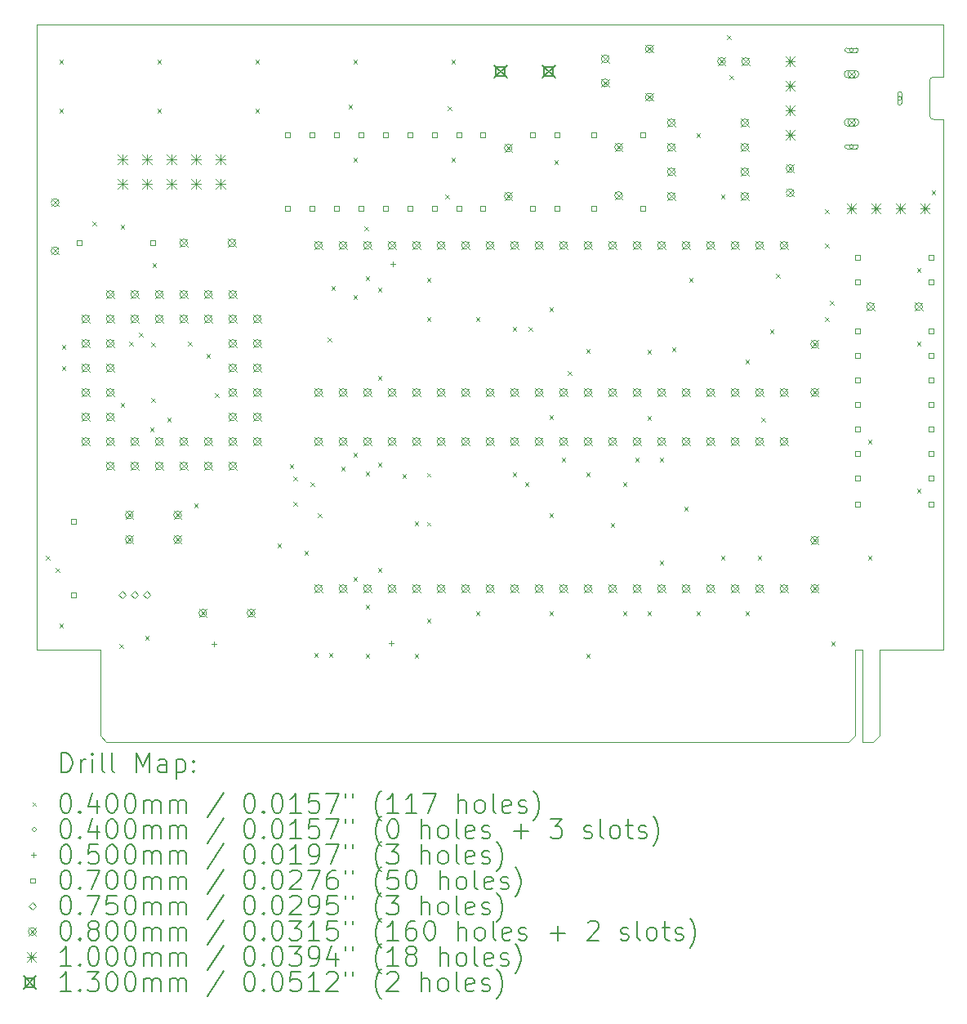
<source format=gbr>
%TF.GenerationSoftware,KiCad,Pcbnew,8.0.3*%
%TF.CreationDate,2024-07-04T14:48:44+07:00*%
%TF.ProjectId,TS_Ext_EPM3032,54535f45-7874-45f4-9550-4d333033322e,1.5*%
%TF.SameCoordinates,Original*%
%TF.FileFunction,Drillmap*%
%TF.FilePolarity,Positive*%
%FSLAX45Y45*%
G04 Gerber Fmt 4.5, Leading zero omitted, Abs format (unit mm)*
G04 Created by KiCad (PCBNEW 8.0.3) date 2024-07-04 14:48:44*
%MOMM*%
%LPD*%
G01*
G04 APERTURE LIST*
%ADD10C,0.100000*%
%ADD11C,0.120000*%
%ADD12C,0.200000*%
%ADD13C,0.130000*%
G04 APERTURE END LIST*
D10*
X3454400Y-9017000D02*
X3454400Y-9906000D01*
X2794000Y-9017000D02*
X3454400Y-9017000D01*
X11531600Y-9017000D02*
X12192000Y-9017000D01*
X11277600Y-9017000D02*
X11277600Y-9906000D01*
X11353800Y-9969500D02*
X11468100Y-9969500D01*
X11531600Y-9017000D02*
X11531600Y-9906000D01*
X11468100Y-9969500D02*
X11531600Y-9906000D01*
X11214100Y-9969500D02*
X11277600Y-9906000D01*
X11277600Y-9017000D02*
X11353800Y-9017000D01*
X2794000Y-2540000D02*
X2794000Y-9017000D01*
X12192000Y-2540000D02*
X12192000Y-2652000D01*
X3517900Y-9969500D02*
X11214100Y-9969500D01*
X3517900Y-9969500D02*
X3454400Y-9906000D01*
X12192000Y-9017000D02*
X12192000Y-3952000D01*
X2794000Y-2540000D02*
X12192000Y-2540000D01*
X11353800Y-9017000D02*
X11353800Y-9969500D01*
D11*
X12052000Y-3122000D02*
X12052000Y-3482000D01*
X12092000Y-3082000D02*
X12192000Y-3082000D01*
X12092000Y-3522000D02*
X12192000Y-3522000D01*
X12192000Y-3082000D02*
X12192000Y-2652000D01*
X12192000Y-3522000D02*
X12192000Y-3952000D01*
X12052000Y-3122000D02*
G75*
G02*
X12092000Y-3082000I40000J0D01*
G01*
X12092000Y-3522000D02*
G75*
G02*
X12052000Y-3482000I0J40000D01*
G01*
D12*
D10*
X2888300Y-8044500D02*
X2928300Y-8084500D01*
X2928300Y-8044500D02*
X2888300Y-8084500D01*
X2989900Y-8171500D02*
X3029900Y-8211500D01*
X3029900Y-8171500D02*
X2989900Y-8211500D01*
X3028000Y-2901000D02*
X3068000Y-2941000D01*
X3068000Y-2901000D02*
X3028000Y-2941000D01*
X3028000Y-3409000D02*
X3068000Y-3449000D01*
X3068000Y-3409000D02*
X3028000Y-3449000D01*
X3028000Y-8743000D02*
X3068000Y-8783000D01*
X3068000Y-8743000D02*
X3028000Y-8783000D01*
X3053400Y-5860100D02*
X3093400Y-5900100D01*
X3093400Y-5860100D02*
X3053400Y-5900100D01*
X3053400Y-6076000D02*
X3093400Y-6116000D01*
X3093400Y-6076000D02*
X3053400Y-6116000D01*
X3370900Y-4577400D02*
X3410900Y-4617400D01*
X3410900Y-4577400D02*
X3370900Y-4617400D01*
X3650300Y-8958900D02*
X3690300Y-8998900D01*
X3690300Y-8958900D02*
X3650300Y-8998900D01*
X3663000Y-4615500D02*
X3703000Y-4655500D01*
X3703000Y-4615500D02*
X3663000Y-4655500D01*
X3663000Y-6457000D02*
X3703000Y-6497000D01*
X3703000Y-6457000D02*
X3663000Y-6497000D01*
X3751900Y-5822000D02*
X3791900Y-5862000D01*
X3791900Y-5822000D02*
X3751900Y-5862000D01*
X3853500Y-5733100D02*
X3893500Y-5773100D01*
X3893500Y-5733100D02*
X3853500Y-5773100D01*
X3917000Y-8870000D02*
X3957000Y-8910000D01*
X3957000Y-8870000D02*
X3917000Y-8910000D01*
X3967800Y-6711000D02*
X4007800Y-6751000D01*
X4007800Y-6711000D02*
X3967800Y-6751000D01*
X3980500Y-5834700D02*
X4020500Y-5874700D01*
X4020500Y-5834700D02*
X3980500Y-5874700D01*
X3980500Y-6406200D02*
X4020500Y-6446200D01*
X4020500Y-6406200D02*
X3980500Y-6446200D01*
X3993200Y-5009200D02*
X4033200Y-5049200D01*
X4033200Y-5009200D02*
X3993200Y-5049200D01*
X4044000Y-2901000D02*
X4084000Y-2941000D01*
X4084000Y-2901000D02*
X4044000Y-2941000D01*
X4044000Y-3409000D02*
X4084000Y-3449000D01*
X4084000Y-3409000D02*
X4044000Y-3449000D01*
X4145600Y-6613150D02*
X4185600Y-6653150D01*
X4185600Y-6613150D02*
X4145600Y-6653150D01*
X4361500Y-5822000D02*
X4401500Y-5862000D01*
X4401500Y-5822000D02*
X4361500Y-5862000D01*
X4425000Y-7501950D02*
X4465000Y-7541950D01*
X4465000Y-7501950D02*
X4425000Y-7541950D01*
X4552000Y-5949000D02*
X4592000Y-5989000D01*
X4592000Y-5949000D02*
X4552000Y-5989000D01*
X4640900Y-6355400D02*
X4680900Y-6395400D01*
X4680900Y-6355400D02*
X4640900Y-6395400D01*
X5060000Y-2901000D02*
X5100000Y-2941000D01*
X5100000Y-2901000D02*
X5060000Y-2941000D01*
X5060000Y-3409000D02*
X5100000Y-3449000D01*
X5100000Y-3409000D02*
X5060000Y-3449000D01*
X5288600Y-7917500D02*
X5328600Y-7957500D01*
X5328600Y-7917500D02*
X5288600Y-7957500D01*
X5415600Y-7092000D02*
X5455600Y-7132000D01*
X5455600Y-7092000D02*
X5415600Y-7132000D01*
X5453700Y-7219000D02*
X5493700Y-7259000D01*
X5493700Y-7219000D02*
X5453700Y-7259000D01*
X5453700Y-7485700D02*
X5493700Y-7525700D01*
X5493700Y-7485700D02*
X5453700Y-7525700D01*
X5568000Y-7993700D02*
X5608000Y-8033700D01*
X5608000Y-7993700D02*
X5568000Y-8033700D01*
X5631500Y-7282500D02*
X5671500Y-7322500D01*
X5671500Y-7282500D02*
X5631500Y-7322500D01*
X5669600Y-9047800D02*
X5709600Y-9087800D01*
X5709600Y-9047800D02*
X5669600Y-9087800D01*
X5707700Y-7603550D02*
X5747700Y-7643550D01*
X5747700Y-7603550D02*
X5707700Y-7643550D01*
X5809300Y-5783900D02*
X5849300Y-5823900D01*
X5849300Y-5783900D02*
X5809300Y-5823900D01*
X5822000Y-9047800D02*
X5862000Y-9087800D01*
X5862000Y-9047800D02*
X5822000Y-9087800D01*
X5847400Y-5250500D02*
X5887400Y-5290500D01*
X5887400Y-5250500D02*
X5847400Y-5290500D01*
X5949000Y-7117400D02*
X5989000Y-7157400D01*
X5989000Y-7117400D02*
X5949000Y-7157400D01*
X6025200Y-3370900D02*
X6065200Y-3410900D01*
X6065200Y-3370900D02*
X6025200Y-3410900D01*
X6076000Y-2901000D02*
X6116000Y-2941000D01*
X6116000Y-2901000D02*
X6076000Y-2941000D01*
X6076000Y-3917000D02*
X6116000Y-3957000D01*
X6116000Y-3917000D02*
X6076000Y-3957000D01*
X6076000Y-5339400D02*
X6116000Y-5379400D01*
X6116000Y-5339400D02*
X6076000Y-5379400D01*
X6076000Y-6977700D02*
X6116000Y-7017700D01*
X6116000Y-6977700D02*
X6076000Y-7017700D01*
X6076000Y-8260400D02*
X6116000Y-8300400D01*
X6116000Y-8260400D02*
X6076000Y-8300400D01*
X6190300Y-4628200D02*
X6230300Y-4668200D01*
X6230300Y-4628200D02*
X6190300Y-4668200D01*
X6203000Y-5148900D02*
X6243000Y-5188900D01*
X6243000Y-5148900D02*
X6203000Y-5188900D01*
X6203000Y-7168200D02*
X6243000Y-7208200D01*
X6243000Y-7168200D02*
X6203000Y-7208200D01*
X6203000Y-8552500D02*
X6243000Y-8592500D01*
X6243000Y-8552500D02*
X6203000Y-8592500D01*
X6203000Y-9060500D02*
X6243000Y-9100500D01*
X6243000Y-9060500D02*
X6203000Y-9100500D01*
X6330000Y-5263200D02*
X6370000Y-5303200D01*
X6370000Y-5263200D02*
X6330000Y-5303200D01*
X6330000Y-6177600D02*
X6370000Y-6217600D01*
X6370000Y-6177600D02*
X6330000Y-6217600D01*
X6330000Y-7079300D02*
X6370000Y-7119300D01*
X6370000Y-7079300D02*
X6330000Y-7119300D01*
X6330000Y-8171500D02*
X6370000Y-8211500D01*
X6370000Y-8171500D02*
X6330000Y-8211500D01*
X6584000Y-7193600D02*
X6624000Y-7233600D01*
X6624000Y-7193600D02*
X6584000Y-7233600D01*
X6711000Y-7688900D02*
X6751000Y-7728900D01*
X6751000Y-7688900D02*
X6711000Y-7728900D01*
X6711000Y-9060500D02*
X6751000Y-9100500D01*
X6751000Y-9060500D02*
X6711000Y-9100500D01*
X6838000Y-5161600D02*
X6878000Y-5201600D01*
X6878000Y-5161600D02*
X6838000Y-5201600D01*
X6838000Y-5568000D02*
X6878000Y-5608000D01*
X6878000Y-5568000D02*
X6838000Y-5608000D01*
X6838000Y-8692200D02*
X6878000Y-8732200D01*
X6878000Y-8692200D02*
X6838000Y-8732200D01*
X6839600Y-7182500D02*
X6879600Y-7222500D01*
X6879600Y-7182500D02*
X6839600Y-7222500D01*
X6839600Y-7690500D02*
X6879600Y-7730500D01*
X6879600Y-7690500D02*
X6839600Y-7730500D01*
X7028500Y-4298000D02*
X7068500Y-4338000D01*
X7068500Y-4298000D02*
X7028500Y-4338000D01*
X7053900Y-3383600D02*
X7093900Y-3423600D01*
X7093900Y-3383600D02*
X7053900Y-3423600D01*
X7092000Y-2901000D02*
X7132000Y-2941000D01*
X7132000Y-2901000D02*
X7092000Y-2941000D01*
X7092000Y-3917000D02*
X7132000Y-3957000D01*
X7132000Y-3917000D02*
X7092000Y-3957000D01*
X7346000Y-5568000D02*
X7386000Y-5608000D01*
X7386000Y-5568000D02*
X7346000Y-5608000D01*
X7346000Y-8616000D02*
X7386000Y-8656000D01*
X7386000Y-8616000D02*
X7346000Y-8656000D01*
X7727000Y-5669600D02*
X7767000Y-5709600D01*
X7767000Y-5669600D02*
X7727000Y-5709600D01*
X7727000Y-7180900D02*
X7767000Y-7220900D01*
X7767000Y-7180900D02*
X7727000Y-7220900D01*
X7854000Y-7282500D02*
X7894000Y-7322500D01*
X7894000Y-7282500D02*
X7854000Y-7322500D01*
X7892100Y-5669600D02*
X7932100Y-5709600D01*
X7932100Y-5669600D02*
X7892100Y-5709600D01*
X8108000Y-5466400D02*
X8148000Y-5506400D01*
X8148000Y-5466400D02*
X8108000Y-5506400D01*
X8108000Y-6584000D02*
X8148000Y-6624000D01*
X8148000Y-6584000D02*
X8108000Y-6624000D01*
X8108000Y-7603750D02*
X8148000Y-7643750D01*
X8148000Y-7603750D02*
X8108000Y-7643750D01*
X8108000Y-8616000D02*
X8148000Y-8656000D01*
X8148000Y-8616000D02*
X8108000Y-8656000D01*
X8158800Y-3942400D02*
X8198800Y-3982400D01*
X8198800Y-3942400D02*
X8158800Y-3982400D01*
X8235000Y-7028500D02*
X8275000Y-7068500D01*
X8275000Y-7028500D02*
X8235000Y-7068500D01*
X8298500Y-6126800D02*
X8338500Y-6166800D01*
X8338500Y-6126800D02*
X8298500Y-6166800D01*
X8489000Y-5898200D02*
X8529000Y-5938200D01*
X8529000Y-5898200D02*
X8489000Y-5938200D01*
X8489000Y-7180900D02*
X8529000Y-7220900D01*
X8529000Y-7180900D02*
X8489000Y-7220900D01*
X8489000Y-9060500D02*
X8529000Y-9100500D01*
X8529000Y-9060500D02*
X8489000Y-9100500D01*
X8743000Y-7705150D02*
X8783000Y-7745150D01*
X8783000Y-7705150D02*
X8743000Y-7745150D01*
X8870000Y-7282500D02*
X8910000Y-7322500D01*
X8910000Y-7282500D02*
X8870000Y-7322500D01*
X8870000Y-8616000D02*
X8910000Y-8656000D01*
X8910000Y-8616000D02*
X8870000Y-8656000D01*
X8997000Y-7028500D02*
X9037000Y-7068500D01*
X9037000Y-7028500D02*
X8997000Y-7068500D01*
X9124000Y-5910900D02*
X9164000Y-5950900D01*
X9164000Y-5910900D02*
X9124000Y-5950900D01*
X9124000Y-6596700D02*
X9164000Y-6636700D01*
X9164000Y-6596700D02*
X9124000Y-6636700D01*
X9124000Y-8616000D02*
X9164000Y-8656000D01*
X9164000Y-8616000D02*
X9124000Y-8656000D01*
X9251000Y-7028500D02*
X9291000Y-7068500D01*
X9291000Y-7028500D02*
X9251000Y-7068500D01*
X9251000Y-8095300D02*
X9291000Y-8135300D01*
X9291000Y-8095300D02*
X9251000Y-8135300D01*
X9378000Y-5885500D02*
X9418000Y-5925500D01*
X9418000Y-5885500D02*
X9378000Y-5925500D01*
X9505000Y-7536500D02*
X9545000Y-7576500D01*
X9545000Y-7536500D02*
X9505000Y-7576500D01*
X9555800Y-5161600D02*
X9595800Y-5201600D01*
X9595800Y-5161600D02*
X9555800Y-5201600D01*
X9632000Y-3663000D02*
X9672000Y-3703000D01*
X9672000Y-3663000D02*
X9632000Y-3703000D01*
X9632000Y-8616000D02*
X9672000Y-8656000D01*
X9672000Y-8616000D02*
X9632000Y-8656000D01*
X9886000Y-4298000D02*
X9926000Y-4338000D01*
X9926000Y-4298000D02*
X9886000Y-4338000D01*
X9886000Y-8044500D02*
X9926000Y-8084500D01*
X9926000Y-8044500D02*
X9886000Y-8084500D01*
X9949500Y-2647000D02*
X9989500Y-2687000D01*
X9989500Y-2647000D02*
X9949500Y-2687000D01*
X9974900Y-3066100D02*
X10014900Y-3106100D01*
X10014900Y-3066100D02*
X9974900Y-3106100D01*
X10140000Y-6012500D02*
X10180000Y-6052500D01*
X10180000Y-6012500D02*
X10140000Y-6052500D01*
X10140000Y-8616000D02*
X10180000Y-8656000D01*
X10180000Y-8616000D02*
X10140000Y-8656000D01*
X10267000Y-8044500D02*
X10307000Y-8084500D01*
X10307000Y-8044500D02*
X10267000Y-8084500D01*
X10305100Y-6609400D02*
X10345100Y-6649400D01*
X10345100Y-6609400D02*
X10305100Y-6649400D01*
X10394000Y-5695000D02*
X10434000Y-5735000D01*
X10434000Y-5695000D02*
X10394000Y-5735000D01*
X10457500Y-5123500D02*
X10497500Y-5163500D01*
X10497500Y-5123500D02*
X10457500Y-5163500D01*
X10965500Y-4450400D02*
X11005500Y-4490400D01*
X11005500Y-4450400D02*
X10965500Y-4490400D01*
X10965500Y-4806000D02*
X11005500Y-4846000D01*
X11005500Y-4806000D02*
X10965500Y-4846000D01*
X10965500Y-5568000D02*
X11005500Y-5608000D01*
X11005500Y-5568000D02*
X10965500Y-5608000D01*
X11016300Y-5402900D02*
X11056300Y-5442900D01*
X11056300Y-5402900D02*
X11016300Y-5442900D01*
X11029000Y-8933500D02*
X11069000Y-8973500D01*
X11069000Y-8933500D02*
X11029000Y-8973500D01*
X11410000Y-6838000D02*
X11450000Y-6878000D01*
X11450000Y-6838000D02*
X11410000Y-6878000D01*
X11410000Y-8044500D02*
X11450000Y-8084500D01*
X11450000Y-8044500D02*
X11410000Y-8084500D01*
X11918000Y-5060000D02*
X11958000Y-5100000D01*
X11958000Y-5060000D02*
X11918000Y-5100000D01*
X11918000Y-5822000D02*
X11958000Y-5862000D01*
X11958000Y-5822000D02*
X11918000Y-5862000D01*
X11918000Y-7346000D02*
X11958000Y-7386000D01*
X11958000Y-7346000D02*
X11918000Y-7386000D01*
X12070400Y-4259900D02*
X12110400Y-4299900D01*
X12110400Y-4259900D02*
X12070400Y-4299900D01*
X11262000Y-2802000D02*
G75*
G02*
X11222000Y-2802000I-20000J0D01*
G01*
X11222000Y-2802000D02*
G75*
G02*
X11262000Y-2802000I20000J0D01*
G01*
X11292000Y-2782000D02*
X11192000Y-2782000D01*
X11192000Y-2822000D02*
G75*
G02*
X11192000Y-2782000I0J20000D01*
G01*
X11192000Y-2822000D02*
X11292000Y-2822000D01*
X11292000Y-2822000D02*
G75*
G03*
X11292000Y-2782000I0J20000D01*
G01*
X11262000Y-3802000D02*
G75*
G02*
X11222000Y-3802000I-20000J0D01*
G01*
X11222000Y-3802000D02*
G75*
G02*
X11262000Y-3802000I20000J0D01*
G01*
X11192000Y-3822000D02*
X11292000Y-3822000D01*
X11292000Y-3782000D02*
G75*
G02*
X11292000Y-3822000I0J-20000D01*
G01*
X11292000Y-3782000D02*
X11192000Y-3782000D01*
X11192000Y-3782000D02*
G75*
G03*
X11192000Y-3822000I0J-20000D01*
G01*
X11762000Y-3302000D02*
G75*
G02*
X11722000Y-3302000I-20000J0D01*
G01*
X11722000Y-3302000D02*
G75*
G02*
X11762000Y-3302000I20000J0D01*
G01*
X11762000Y-3352000D02*
X11762000Y-3252000D01*
X11722000Y-3252000D02*
G75*
G02*
X11762000Y-3252000I20000J0D01*
G01*
X11722000Y-3252000D02*
X11722000Y-3352000D01*
X11722000Y-3352000D02*
G75*
G03*
X11762000Y-3352000I20000J0D01*
G01*
X4635500Y-8928500D02*
X4635500Y-8978500D01*
X4610500Y-8953500D02*
X4660500Y-8953500D01*
X6473077Y-8924577D02*
X6473077Y-8974577D01*
X6448077Y-8949577D02*
X6498077Y-8949577D01*
X6489700Y-4991500D02*
X6489700Y-5041500D01*
X6464700Y-5016500D02*
X6514700Y-5016500D01*
X3199749Y-7708249D02*
X3199749Y-7658751D01*
X3150251Y-7658751D01*
X3150251Y-7708249D01*
X3199749Y-7708249D01*
X3199749Y-8470249D02*
X3199749Y-8420751D01*
X3150251Y-8420751D01*
X3150251Y-8470249D01*
X3199749Y-8470249D01*
X3263249Y-4825349D02*
X3263249Y-4775851D01*
X3213751Y-4775851D01*
X3213751Y-4825349D01*
X3263249Y-4825349D01*
X4025249Y-4825349D02*
X4025249Y-4775851D01*
X3975751Y-4775851D01*
X3975751Y-4825349D01*
X4025249Y-4825349D01*
X5422249Y-3707749D02*
X5422249Y-3658251D01*
X5372751Y-3658251D01*
X5372751Y-3707749D01*
X5422249Y-3707749D01*
X5422249Y-4469749D02*
X5422249Y-4420251D01*
X5372751Y-4420251D01*
X5372751Y-4469749D01*
X5422249Y-4469749D01*
X5676249Y-3707749D02*
X5676249Y-3658251D01*
X5626751Y-3658251D01*
X5626751Y-3707749D01*
X5676249Y-3707749D01*
X5676249Y-4469749D02*
X5676249Y-4420251D01*
X5626751Y-4420251D01*
X5626751Y-4469749D01*
X5676249Y-4469749D01*
X5930249Y-3707749D02*
X5930249Y-3658251D01*
X5880751Y-3658251D01*
X5880751Y-3707749D01*
X5930249Y-3707749D01*
X5930249Y-4469749D02*
X5930249Y-4420251D01*
X5880751Y-4420251D01*
X5880751Y-4469749D01*
X5930249Y-4469749D01*
X6184249Y-3707749D02*
X6184249Y-3658251D01*
X6134751Y-3658251D01*
X6134751Y-3707749D01*
X6184249Y-3707749D01*
X6184249Y-4469749D02*
X6184249Y-4420251D01*
X6134751Y-4420251D01*
X6134751Y-4469749D01*
X6184249Y-4469749D01*
X6438249Y-3707749D02*
X6438249Y-3658251D01*
X6388751Y-3658251D01*
X6388751Y-3707749D01*
X6438249Y-3707749D01*
X6438249Y-4469749D02*
X6438249Y-4420251D01*
X6388751Y-4420251D01*
X6388751Y-4469749D01*
X6438249Y-4469749D01*
X6692249Y-3707749D02*
X6692249Y-3658251D01*
X6642751Y-3658251D01*
X6642751Y-3707749D01*
X6692249Y-3707749D01*
X6692249Y-4469749D02*
X6692249Y-4420251D01*
X6642751Y-4420251D01*
X6642751Y-4469749D01*
X6692249Y-4469749D01*
X6946249Y-3707749D02*
X6946249Y-3658251D01*
X6896751Y-3658251D01*
X6896751Y-3707749D01*
X6946249Y-3707749D01*
X6946249Y-4469749D02*
X6946249Y-4420251D01*
X6896751Y-4420251D01*
X6896751Y-4469749D01*
X6946249Y-4469749D01*
X7200249Y-3707749D02*
X7200249Y-3658251D01*
X7150751Y-3658251D01*
X7150751Y-3707749D01*
X7200249Y-3707749D01*
X7200249Y-4469749D02*
X7200249Y-4420251D01*
X7150751Y-4420251D01*
X7150751Y-4469749D01*
X7200249Y-4469749D01*
X7441549Y-3707749D02*
X7441549Y-3658251D01*
X7392051Y-3658251D01*
X7392051Y-3707749D01*
X7441549Y-3707749D01*
X7441549Y-4469749D02*
X7441549Y-4420251D01*
X7392051Y-4420251D01*
X7392051Y-4469749D01*
X7441549Y-4469749D01*
X7962249Y-3707749D02*
X7962249Y-3658251D01*
X7912751Y-3658251D01*
X7912751Y-3707749D01*
X7962249Y-3707749D01*
X7962249Y-4469749D02*
X7962249Y-4420251D01*
X7912751Y-4420251D01*
X7912751Y-4469749D01*
X7962249Y-4469749D01*
X8216249Y-3707749D02*
X8216249Y-3658251D01*
X8166751Y-3658251D01*
X8166751Y-3707749D01*
X8216249Y-3707749D01*
X8216249Y-4469749D02*
X8216249Y-4420251D01*
X8166751Y-4420251D01*
X8166751Y-4469749D01*
X8216249Y-4469749D01*
X8597249Y-3707749D02*
X8597249Y-3658251D01*
X8547751Y-3658251D01*
X8547751Y-3707749D01*
X8597249Y-3707749D01*
X8597249Y-4469749D02*
X8597249Y-4420251D01*
X8547751Y-4420251D01*
X8547751Y-4469749D01*
X8597249Y-4469749D01*
X9105249Y-3707749D02*
X9105249Y-3658251D01*
X9055751Y-3658251D01*
X9055751Y-3707749D01*
X9105249Y-3707749D01*
X9105249Y-4469749D02*
X9105249Y-4420251D01*
X9055751Y-4420251D01*
X9055751Y-4469749D01*
X9105249Y-4469749D01*
X11327749Y-4977749D02*
X11327749Y-4928251D01*
X11278251Y-4928251D01*
X11278251Y-4977749D01*
X11327749Y-4977749D01*
X11327749Y-5231749D02*
X11327749Y-5182251D01*
X11278251Y-5182251D01*
X11278251Y-5231749D01*
X11327749Y-5231749D01*
X11327749Y-5739749D02*
X11327749Y-5690251D01*
X11278251Y-5690251D01*
X11278251Y-5739749D01*
X11327749Y-5739749D01*
X11327749Y-5993749D02*
X11327749Y-5944251D01*
X11278251Y-5944251D01*
X11278251Y-5993749D01*
X11327749Y-5993749D01*
X11327749Y-6247749D02*
X11327749Y-6198251D01*
X11278251Y-6198251D01*
X11278251Y-6247749D01*
X11327749Y-6247749D01*
X11327749Y-6501749D02*
X11327749Y-6452251D01*
X11278251Y-6452251D01*
X11278251Y-6501749D01*
X11327749Y-6501749D01*
X11327749Y-6755749D02*
X11327749Y-6706251D01*
X11278251Y-6706251D01*
X11278251Y-6755749D01*
X11327749Y-6755749D01*
X11327749Y-7009749D02*
X11327749Y-6960251D01*
X11278251Y-6960251D01*
X11278251Y-7009749D01*
X11327749Y-7009749D01*
X11327749Y-7263749D02*
X11327749Y-7214251D01*
X11278251Y-7214251D01*
X11278251Y-7263749D01*
X11327749Y-7263749D01*
X11327749Y-7530449D02*
X11327749Y-7480951D01*
X11278251Y-7480951D01*
X11278251Y-7530449D01*
X11327749Y-7530449D01*
X12089749Y-4977749D02*
X12089749Y-4928251D01*
X12040251Y-4928251D01*
X12040251Y-4977749D01*
X12089749Y-4977749D01*
X12089749Y-5231749D02*
X12089749Y-5182251D01*
X12040251Y-5182251D01*
X12040251Y-5231749D01*
X12089749Y-5231749D01*
X12089749Y-5739749D02*
X12089749Y-5690251D01*
X12040251Y-5690251D01*
X12040251Y-5739749D01*
X12089749Y-5739749D01*
X12089749Y-5993749D02*
X12089749Y-5944251D01*
X12040251Y-5944251D01*
X12040251Y-5993749D01*
X12089749Y-5993749D01*
X12089749Y-6247749D02*
X12089749Y-6198251D01*
X12040251Y-6198251D01*
X12040251Y-6247749D01*
X12089749Y-6247749D01*
X12089749Y-6501749D02*
X12089749Y-6452251D01*
X12040251Y-6452251D01*
X12040251Y-6501749D01*
X12089749Y-6501749D01*
X12089749Y-6755749D02*
X12089749Y-6706251D01*
X12040251Y-6706251D01*
X12040251Y-6755749D01*
X12089749Y-6755749D01*
X12089749Y-7009749D02*
X12089749Y-6960251D01*
X12040251Y-6960251D01*
X12040251Y-7009749D01*
X12089749Y-7009749D01*
X12089749Y-7263749D02*
X12089749Y-7214251D01*
X12040251Y-7214251D01*
X12040251Y-7263749D01*
X12089749Y-7263749D01*
X12089749Y-7530449D02*
X12089749Y-7480951D01*
X12040251Y-7480951D01*
X12040251Y-7530449D01*
X12089749Y-7530449D01*
X3683000Y-8483000D02*
X3720500Y-8445500D01*
X3683000Y-8408000D01*
X3645500Y-8445500D01*
X3683000Y-8483000D01*
X3810000Y-8483000D02*
X3847500Y-8445500D01*
X3810000Y-8408000D01*
X3772500Y-8445500D01*
X3810000Y-8483000D01*
X3937000Y-8483000D02*
X3974500Y-8445500D01*
X3937000Y-8408000D01*
X3899500Y-8445500D01*
X3937000Y-8483000D01*
X2944500Y-4341500D02*
X3024500Y-4421500D01*
X3024500Y-4341500D02*
X2944500Y-4421500D01*
X3024500Y-4381500D02*
G75*
G02*
X2944500Y-4381500I-40000J0D01*
G01*
X2944500Y-4381500D02*
G75*
G02*
X3024500Y-4381500I40000J0D01*
G01*
X2944500Y-4841500D02*
X3024500Y-4921500D01*
X3024500Y-4841500D02*
X2944500Y-4921500D01*
X3024500Y-4881500D02*
G75*
G02*
X2944500Y-4881500I-40000J0D01*
G01*
X2944500Y-4881500D02*
G75*
G02*
X3024500Y-4881500I40000J0D01*
G01*
X3262000Y-5548000D02*
X3342000Y-5628000D01*
X3342000Y-5548000D02*
X3262000Y-5628000D01*
X3342000Y-5588000D02*
G75*
G02*
X3262000Y-5588000I-40000J0D01*
G01*
X3262000Y-5588000D02*
G75*
G02*
X3342000Y-5588000I40000J0D01*
G01*
X3262000Y-5802000D02*
X3342000Y-5882000D01*
X3342000Y-5802000D02*
X3262000Y-5882000D01*
X3342000Y-5842000D02*
G75*
G02*
X3262000Y-5842000I-40000J0D01*
G01*
X3262000Y-5842000D02*
G75*
G02*
X3342000Y-5842000I40000J0D01*
G01*
X3262000Y-6056000D02*
X3342000Y-6136000D01*
X3342000Y-6056000D02*
X3262000Y-6136000D01*
X3342000Y-6096000D02*
G75*
G02*
X3262000Y-6096000I-40000J0D01*
G01*
X3262000Y-6096000D02*
G75*
G02*
X3342000Y-6096000I40000J0D01*
G01*
X3262000Y-6310000D02*
X3342000Y-6390000D01*
X3342000Y-6310000D02*
X3262000Y-6390000D01*
X3342000Y-6350000D02*
G75*
G02*
X3262000Y-6350000I-40000J0D01*
G01*
X3262000Y-6350000D02*
G75*
G02*
X3342000Y-6350000I40000J0D01*
G01*
X3262000Y-6564000D02*
X3342000Y-6644000D01*
X3342000Y-6564000D02*
X3262000Y-6644000D01*
X3342000Y-6604000D02*
G75*
G02*
X3262000Y-6604000I-40000J0D01*
G01*
X3262000Y-6604000D02*
G75*
G02*
X3342000Y-6604000I40000J0D01*
G01*
X3262000Y-6818000D02*
X3342000Y-6898000D01*
X3342000Y-6818000D02*
X3262000Y-6898000D01*
X3342000Y-6858000D02*
G75*
G02*
X3262000Y-6858000I-40000J0D01*
G01*
X3262000Y-6858000D02*
G75*
G02*
X3342000Y-6858000I40000J0D01*
G01*
X3516000Y-5294000D02*
X3596000Y-5374000D01*
X3596000Y-5294000D02*
X3516000Y-5374000D01*
X3596000Y-5334000D02*
G75*
G02*
X3516000Y-5334000I-40000J0D01*
G01*
X3516000Y-5334000D02*
G75*
G02*
X3596000Y-5334000I40000J0D01*
G01*
X3516000Y-5548000D02*
X3596000Y-5628000D01*
X3596000Y-5548000D02*
X3516000Y-5628000D01*
X3596000Y-5588000D02*
G75*
G02*
X3516000Y-5588000I-40000J0D01*
G01*
X3516000Y-5588000D02*
G75*
G02*
X3596000Y-5588000I40000J0D01*
G01*
X3516000Y-5802000D02*
X3596000Y-5882000D01*
X3596000Y-5802000D02*
X3516000Y-5882000D01*
X3596000Y-5842000D02*
G75*
G02*
X3516000Y-5842000I-40000J0D01*
G01*
X3516000Y-5842000D02*
G75*
G02*
X3596000Y-5842000I40000J0D01*
G01*
X3516000Y-6056000D02*
X3596000Y-6136000D01*
X3596000Y-6056000D02*
X3516000Y-6136000D01*
X3596000Y-6096000D02*
G75*
G02*
X3516000Y-6096000I-40000J0D01*
G01*
X3516000Y-6096000D02*
G75*
G02*
X3596000Y-6096000I40000J0D01*
G01*
X3516000Y-6310000D02*
X3596000Y-6390000D01*
X3596000Y-6310000D02*
X3516000Y-6390000D01*
X3596000Y-6350000D02*
G75*
G02*
X3516000Y-6350000I-40000J0D01*
G01*
X3516000Y-6350000D02*
G75*
G02*
X3596000Y-6350000I40000J0D01*
G01*
X3516000Y-6564000D02*
X3596000Y-6644000D01*
X3596000Y-6564000D02*
X3516000Y-6644000D01*
X3596000Y-6604000D02*
G75*
G02*
X3516000Y-6604000I-40000J0D01*
G01*
X3516000Y-6604000D02*
G75*
G02*
X3596000Y-6604000I40000J0D01*
G01*
X3516000Y-6818000D02*
X3596000Y-6898000D01*
X3596000Y-6818000D02*
X3516000Y-6898000D01*
X3596000Y-6858000D02*
G75*
G02*
X3516000Y-6858000I-40000J0D01*
G01*
X3516000Y-6858000D02*
G75*
G02*
X3596000Y-6858000I40000J0D01*
G01*
X3516000Y-7072000D02*
X3596000Y-7152000D01*
X3596000Y-7072000D02*
X3516000Y-7152000D01*
X3596000Y-7112000D02*
G75*
G02*
X3516000Y-7112000I-40000J0D01*
G01*
X3516000Y-7112000D02*
G75*
G02*
X3596000Y-7112000I40000J0D01*
G01*
X3714500Y-7580000D02*
X3794500Y-7660000D01*
X3794500Y-7580000D02*
X3714500Y-7660000D01*
X3794500Y-7620000D02*
G75*
G02*
X3714500Y-7620000I-40000J0D01*
G01*
X3714500Y-7620000D02*
G75*
G02*
X3794500Y-7620000I40000J0D01*
G01*
X3714500Y-7834000D02*
X3794500Y-7914000D01*
X3794500Y-7834000D02*
X3714500Y-7914000D01*
X3794500Y-7874000D02*
G75*
G02*
X3714500Y-7874000I-40000J0D01*
G01*
X3714500Y-7874000D02*
G75*
G02*
X3794500Y-7874000I40000J0D01*
G01*
X3770000Y-5294000D02*
X3850000Y-5374000D01*
X3850000Y-5294000D02*
X3770000Y-5374000D01*
X3850000Y-5334000D02*
G75*
G02*
X3770000Y-5334000I-40000J0D01*
G01*
X3770000Y-5334000D02*
G75*
G02*
X3850000Y-5334000I40000J0D01*
G01*
X3770000Y-5548000D02*
X3850000Y-5628000D01*
X3850000Y-5548000D02*
X3770000Y-5628000D01*
X3850000Y-5588000D02*
G75*
G02*
X3770000Y-5588000I-40000J0D01*
G01*
X3770000Y-5588000D02*
G75*
G02*
X3850000Y-5588000I40000J0D01*
G01*
X3770000Y-6818000D02*
X3850000Y-6898000D01*
X3850000Y-6818000D02*
X3770000Y-6898000D01*
X3850000Y-6858000D02*
G75*
G02*
X3770000Y-6858000I-40000J0D01*
G01*
X3770000Y-6858000D02*
G75*
G02*
X3850000Y-6858000I40000J0D01*
G01*
X3770000Y-7072000D02*
X3850000Y-7152000D01*
X3850000Y-7072000D02*
X3770000Y-7152000D01*
X3850000Y-7112000D02*
G75*
G02*
X3770000Y-7112000I-40000J0D01*
G01*
X3770000Y-7112000D02*
G75*
G02*
X3850000Y-7112000I40000J0D01*
G01*
X4024000Y-5294000D02*
X4104000Y-5374000D01*
X4104000Y-5294000D02*
X4024000Y-5374000D01*
X4104000Y-5334000D02*
G75*
G02*
X4024000Y-5334000I-40000J0D01*
G01*
X4024000Y-5334000D02*
G75*
G02*
X4104000Y-5334000I40000J0D01*
G01*
X4024000Y-5548000D02*
X4104000Y-5628000D01*
X4104000Y-5548000D02*
X4024000Y-5628000D01*
X4104000Y-5588000D02*
G75*
G02*
X4024000Y-5588000I-40000J0D01*
G01*
X4024000Y-5588000D02*
G75*
G02*
X4104000Y-5588000I40000J0D01*
G01*
X4024000Y-6818000D02*
X4104000Y-6898000D01*
X4104000Y-6818000D02*
X4024000Y-6898000D01*
X4104000Y-6858000D02*
G75*
G02*
X4024000Y-6858000I-40000J0D01*
G01*
X4024000Y-6858000D02*
G75*
G02*
X4104000Y-6858000I40000J0D01*
G01*
X4024000Y-7072000D02*
X4104000Y-7152000D01*
X4104000Y-7072000D02*
X4024000Y-7152000D01*
X4104000Y-7112000D02*
G75*
G02*
X4024000Y-7112000I-40000J0D01*
G01*
X4024000Y-7112000D02*
G75*
G02*
X4104000Y-7112000I40000J0D01*
G01*
X4214500Y-7580000D02*
X4294500Y-7660000D01*
X4294500Y-7580000D02*
X4214500Y-7660000D01*
X4294500Y-7620000D02*
G75*
G02*
X4214500Y-7620000I-40000J0D01*
G01*
X4214500Y-7620000D02*
G75*
G02*
X4294500Y-7620000I40000J0D01*
G01*
X4214500Y-7834000D02*
X4294500Y-7914000D01*
X4294500Y-7834000D02*
X4214500Y-7914000D01*
X4294500Y-7874000D02*
G75*
G02*
X4214500Y-7874000I-40000J0D01*
G01*
X4214500Y-7874000D02*
G75*
G02*
X4294500Y-7874000I40000J0D01*
G01*
X4278000Y-4760600D02*
X4358000Y-4840600D01*
X4358000Y-4760600D02*
X4278000Y-4840600D01*
X4358000Y-4800600D02*
G75*
G02*
X4278000Y-4800600I-40000J0D01*
G01*
X4278000Y-4800600D02*
G75*
G02*
X4358000Y-4800600I40000J0D01*
G01*
X4278000Y-5294000D02*
X4358000Y-5374000D01*
X4358000Y-5294000D02*
X4278000Y-5374000D01*
X4358000Y-5334000D02*
G75*
G02*
X4278000Y-5334000I-40000J0D01*
G01*
X4278000Y-5334000D02*
G75*
G02*
X4358000Y-5334000I40000J0D01*
G01*
X4278000Y-5548000D02*
X4358000Y-5628000D01*
X4358000Y-5548000D02*
X4278000Y-5628000D01*
X4358000Y-5588000D02*
G75*
G02*
X4278000Y-5588000I-40000J0D01*
G01*
X4278000Y-5588000D02*
G75*
G02*
X4358000Y-5588000I40000J0D01*
G01*
X4278000Y-6818000D02*
X4358000Y-6898000D01*
X4358000Y-6818000D02*
X4278000Y-6898000D01*
X4358000Y-6858000D02*
G75*
G02*
X4278000Y-6858000I-40000J0D01*
G01*
X4278000Y-6858000D02*
G75*
G02*
X4358000Y-6858000I40000J0D01*
G01*
X4278000Y-7072000D02*
X4358000Y-7152000D01*
X4358000Y-7072000D02*
X4278000Y-7152000D01*
X4358000Y-7112000D02*
G75*
G02*
X4278000Y-7112000I-40000J0D01*
G01*
X4278000Y-7112000D02*
G75*
G02*
X4358000Y-7112000I40000J0D01*
G01*
X4476500Y-8596000D02*
X4556500Y-8676000D01*
X4556500Y-8596000D02*
X4476500Y-8676000D01*
X4556500Y-8636000D02*
G75*
G02*
X4476500Y-8636000I-40000J0D01*
G01*
X4476500Y-8636000D02*
G75*
G02*
X4556500Y-8636000I40000J0D01*
G01*
X4532000Y-5294000D02*
X4612000Y-5374000D01*
X4612000Y-5294000D02*
X4532000Y-5374000D01*
X4612000Y-5334000D02*
G75*
G02*
X4532000Y-5334000I-40000J0D01*
G01*
X4532000Y-5334000D02*
G75*
G02*
X4612000Y-5334000I40000J0D01*
G01*
X4532000Y-5548000D02*
X4612000Y-5628000D01*
X4612000Y-5548000D02*
X4532000Y-5628000D01*
X4612000Y-5588000D02*
G75*
G02*
X4532000Y-5588000I-40000J0D01*
G01*
X4532000Y-5588000D02*
G75*
G02*
X4612000Y-5588000I40000J0D01*
G01*
X4532000Y-6818000D02*
X4612000Y-6898000D01*
X4612000Y-6818000D02*
X4532000Y-6898000D01*
X4612000Y-6858000D02*
G75*
G02*
X4532000Y-6858000I-40000J0D01*
G01*
X4532000Y-6858000D02*
G75*
G02*
X4612000Y-6858000I40000J0D01*
G01*
X4532000Y-7072000D02*
X4612000Y-7152000D01*
X4612000Y-7072000D02*
X4532000Y-7152000D01*
X4612000Y-7112000D02*
G75*
G02*
X4532000Y-7112000I-40000J0D01*
G01*
X4532000Y-7112000D02*
G75*
G02*
X4612000Y-7112000I40000J0D01*
G01*
X4778000Y-4760600D02*
X4858000Y-4840600D01*
X4858000Y-4760600D02*
X4778000Y-4840600D01*
X4858000Y-4800600D02*
G75*
G02*
X4778000Y-4800600I-40000J0D01*
G01*
X4778000Y-4800600D02*
G75*
G02*
X4858000Y-4800600I40000J0D01*
G01*
X4786000Y-5294000D02*
X4866000Y-5374000D01*
X4866000Y-5294000D02*
X4786000Y-5374000D01*
X4866000Y-5334000D02*
G75*
G02*
X4786000Y-5334000I-40000J0D01*
G01*
X4786000Y-5334000D02*
G75*
G02*
X4866000Y-5334000I40000J0D01*
G01*
X4786000Y-5548000D02*
X4866000Y-5628000D01*
X4866000Y-5548000D02*
X4786000Y-5628000D01*
X4866000Y-5588000D02*
G75*
G02*
X4786000Y-5588000I-40000J0D01*
G01*
X4786000Y-5588000D02*
G75*
G02*
X4866000Y-5588000I40000J0D01*
G01*
X4786000Y-5802000D02*
X4866000Y-5882000D01*
X4866000Y-5802000D02*
X4786000Y-5882000D01*
X4866000Y-5842000D02*
G75*
G02*
X4786000Y-5842000I-40000J0D01*
G01*
X4786000Y-5842000D02*
G75*
G02*
X4866000Y-5842000I40000J0D01*
G01*
X4786000Y-6056000D02*
X4866000Y-6136000D01*
X4866000Y-6056000D02*
X4786000Y-6136000D01*
X4866000Y-6096000D02*
G75*
G02*
X4786000Y-6096000I-40000J0D01*
G01*
X4786000Y-6096000D02*
G75*
G02*
X4866000Y-6096000I40000J0D01*
G01*
X4786000Y-6310000D02*
X4866000Y-6390000D01*
X4866000Y-6310000D02*
X4786000Y-6390000D01*
X4866000Y-6350000D02*
G75*
G02*
X4786000Y-6350000I-40000J0D01*
G01*
X4786000Y-6350000D02*
G75*
G02*
X4866000Y-6350000I40000J0D01*
G01*
X4786000Y-6564000D02*
X4866000Y-6644000D01*
X4866000Y-6564000D02*
X4786000Y-6644000D01*
X4866000Y-6604000D02*
G75*
G02*
X4786000Y-6604000I-40000J0D01*
G01*
X4786000Y-6604000D02*
G75*
G02*
X4866000Y-6604000I40000J0D01*
G01*
X4786000Y-6818000D02*
X4866000Y-6898000D01*
X4866000Y-6818000D02*
X4786000Y-6898000D01*
X4866000Y-6858000D02*
G75*
G02*
X4786000Y-6858000I-40000J0D01*
G01*
X4786000Y-6858000D02*
G75*
G02*
X4866000Y-6858000I40000J0D01*
G01*
X4786000Y-7072000D02*
X4866000Y-7152000D01*
X4866000Y-7072000D02*
X4786000Y-7152000D01*
X4866000Y-7112000D02*
G75*
G02*
X4786000Y-7112000I-40000J0D01*
G01*
X4786000Y-7112000D02*
G75*
G02*
X4866000Y-7112000I40000J0D01*
G01*
X4976500Y-8596000D02*
X5056500Y-8676000D01*
X5056500Y-8596000D02*
X4976500Y-8676000D01*
X5056500Y-8636000D02*
G75*
G02*
X4976500Y-8636000I-40000J0D01*
G01*
X4976500Y-8636000D02*
G75*
G02*
X5056500Y-8636000I40000J0D01*
G01*
X5040000Y-5548000D02*
X5120000Y-5628000D01*
X5120000Y-5548000D02*
X5040000Y-5628000D01*
X5120000Y-5588000D02*
G75*
G02*
X5040000Y-5588000I-40000J0D01*
G01*
X5040000Y-5588000D02*
G75*
G02*
X5120000Y-5588000I40000J0D01*
G01*
X5040000Y-5802000D02*
X5120000Y-5882000D01*
X5120000Y-5802000D02*
X5040000Y-5882000D01*
X5120000Y-5842000D02*
G75*
G02*
X5040000Y-5842000I-40000J0D01*
G01*
X5040000Y-5842000D02*
G75*
G02*
X5120000Y-5842000I40000J0D01*
G01*
X5040000Y-6056000D02*
X5120000Y-6136000D01*
X5120000Y-6056000D02*
X5040000Y-6136000D01*
X5120000Y-6096000D02*
G75*
G02*
X5040000Y-6096000I-40000J0D01*
G01*
X5040000Y-6096000D02*
G75*
G02*
X5120000Y-6096000I40000J0D01*
G01*
X5040000Y-6310000D02*
X5120000Y-6390000D01*
X5120000Y-6310000D02*
X5040000Y-6390000D01*
X5120000Y-6350000D02*
G75*
G02*
X5040000Y-6350000I-40000J0D01*
G01*
X5040000Y-6350000D02*
G75*
G02*
X5120000Y-6350000I40000J0D01*
G01*
X5040000Y-6564000D02*
X5120000Y-6644000D01*
X5120000Y-6564000D02*
X5040000Y-6644000D01*
X5120000Y-6604000D02*
G75*
G02*
X5040000Y-6604000I-40000J0D01*
G01*
X5040000Y-6604000D02*
G75*
G02*
X5120000Y-6604000I40000J0D01*
G01*
X5040000Y-6818000D02*
X5120000Y-6898000D01*
X5120000Y-6818000D02*
X5040000Y-6898000D01*
X5120000Y-6858000D02*
G75*
G02*
X5040000Y-6858000I-40000J0D01*
G01*
X5040000Y-6858000D02*
G75*
G02*
X5120000Y-6858000I40000J0D01*
G01*
X5675000Y-4786000D02*
X5755000Y-4866000D01*
X5755000Y-4786000D02*
X5675000Y-4866000D01*
X5755000Y-4826000D02*
G75*
G02*
X5675000Y-4826000I-40000J0D01*
G01*
X5675000Y-4826000D02*
G75*
G02*
X5755000Y-4826000I40000J0D01*
G01*
X5675000Y-6310000D02*
X5755000Y-6390000D01*
X5755000Y-6310000D02*
X5675000Y-6390000D01*
X5755000Y-6350000D02*
G75*
G02*
X5675000Y-6350000I-40000J0D01*
G01*
X5675000Y-6350000D02*
G75*
G02*
X5755000Y-6350000I40000J0D01*
G01*
X5675000Y-6818000D02*
X5755000Y-6898000D01*
X5755000Y-6818000D02*
X5675000Y-6898000D01*
X5755000Y-6858000D02*
G75*
G02*
X5675000Y-6858000I-40000J0D01*
G01*
X5675000Y-6858000D02*
G75*
G02*
X5755000Y-6858000I40000J0D01*
G01*
X5675000Y-8342000D02*
X5755000Y-8422000D01*
X5755000Y-8342000D02*
X5675000Y-8422000D01*
X5755000Y-8382000D02*
G75*
G02*
X5675000Y-8382000I-40000J0D01*
G01*
X5675000Y-8382000D02*
G75*
G02*
X5755000Y-8382000I40000J0D01*
G01*
X5929000Y-4786000D02*
X6009000Y-4866000D01*
X6009000Y-4786000D02*
X5929000Y-4866000D01*
X6009000Y-4826000D02*
G75*
G02*
X5929000Y-4826000I-40000J0D01*
G01*
X5929000Y-4826000D02*
G75*
G02*
X6009000Y-4826000I40000J0D01*
G01*
X5929000Y-6310000D02*
X6009000Y-6390000D01*
X6009000Y-6310000D02*
X5929000Y-6390000D01*
X6009000Y-6350000D02*
G75*
G02*
X5929000Y-6350000I-40000J0D01*
G01*
X5929000Y-6350000D02*
G75*
G02*
X6009000Y-6350000I40000J0D01*
G01*
X5929000Y-6818000D02*
X6009000Y-6898000D01*
X6009000Y-6818000D02*
X5929000Y-6898000D01*
X6009000Y-6858000D02*
G75*
G02*
X5929000Y-6858000I-40000J0D01*
G01*
X5929000Y-6858000D02*
G75*
G02*
X6009000Y-6858000I40000J0D01*
G01*
X5929000Y-8342000D02*
X6009000Y-8422000D01*
X6009000Y-8342000D02*
X5929000Y-8422000D01*
X6009000Y-8382000D02*
G75*
G02*
X5929000Y-8382000I-40000J0D01*
G01*
X5929000Y-8382000D02*
G75*
G02*
X6009000Y-8382000I40000J0D01*
G01*
X6183000Y-4786000D02*
X6263000Y-4866000D01*
X6263000Y-4786000D02*
X6183000Y-4866000D01*
X6263000Y-4826000D02*
G75*
G02*
X6183000Y-4826000I-40000J0D01*
G01*
X6183000Y-4826000D02*
G75*
G02*
X6263000Y-4826000I40000J0D01*
G01*
X6183000Y-6310000D02*
X6263000Y-6390000D01*
X6263000Y-6310000D02*
X6183000Y-6390000D01*
X6263000Y-6350000D02*
G75*
G02*
X6183000Y-6350000I-40000J0D01*
G01*
X6183000Y-6350000D02*
G75*
G02*
X6263000Y-6350000I40000J0D01*
G01*
X6183000Y-6818000D02*
X6263000Y-6898000D01*
X6263000Y-6818000D02*
X6183000Y-6898000D01*
X6263000Y-6858000D02*
G75*
G02*
X6183000Y-6858000I-40000J0D01*
G01*
X6183000Y-6858000D02*
G75*
G02*
X6263000Y-6858000I40000J0D01*
G01*
X6183000Y-8342000D02*
X6263000Y-8422000D01*
X6263000Y-8342000D02*
X6183000Y-8422000D01*
X6263000Y-8382000D02*
G75*
G02*
X6183000Y-8382000I-40000J0D01*
G01*
X6183000Y-8382000D02*
G75*
G02*
X6263000Y-8382000I40000J0D01*
G01*
X6437000Y-4786000D02*
X6517000Y-4866000D01*
X6517000Y-4786000D02*
X6437000Y-4866000D01*
X6517000Y-4826000D02*
G75*
G02*
X6437000Y-4826000I-40000J0D01*
G01*
X6437000Y-4826000D02*
G75*
G02*
X6517000Y-4826000I40000J0D01*
G01*
X6437000Y-6310000D02*
X6517000Y-6390000D01*
X6517000Y-6310000D02*
X6437000Y-6390000D01*
X6517000Y-6350000D02*
G75*
G02*
X6437000Y-6350000I-40000J0D01*
G01*
X6437000Y-6350000D02*
G75*
G02*
X6517000Y-6350000I40000J0D01*
G01*
X6437000Y-6818000D02*
X6517000Y-6898000D01*
X6517000Y-6818000D02*
X6437000Y-6898000D01*
X6517000Y-6858000D02*
G75*
G02*
X6437000Y-6858000I-40000J0D01*
G01*
X6437000Y-6858000D02*
G75*
G02*
X6517000Y-6858000I40000J0D01*
G01*
X6437000Y-8342000D02*
X6517000Y-8422000D01*
X6517000Y-8342000D02*
X6437000Y-8422000D01*
X6517000Y-8382000D02*
G75*
G02*
X6437000Y-8382000I-40000J0D01*
G01*
X6437000Y-8382000D02*
G75*
G02*
X6517000Y-8382000I40000J0D01*
G01*
X6691000Y-4786000D02*
X6771000Y-4866000D01*
X6771000Y-4786000D02*
X6691000Y-4866000D01*
X6771000Y-4826000D02*
G75*
G02*
X6691000Y-4826000I-40000J0D01*
G01*
X6691000Y-4826000D02*
G75*
G02*
X6771000Y-4826000I40000J0D01*
G01*
X6691000Y-6310000D02*
X6771000Y-6390000D01*
X6771000Y-6310000D02*
X6691000Y-6390000D01*
X6771000Y-6350000D02*
G75*
G02*
X6691000Y-6350000I-40000J0D01*
G01*
X6691000Y-6350000D02*
G75*
G02*
X6771000Y-6350000I40000J0D01*
G01*
X6691000Y-6818000D02*
X6771000Y-6898000D01*
X6771000Y-6818000D02*
X6691000Y-6898000D01*
X6771000Y-6858000D02*
G75*
G02*
X6691000Y-6858000I-40000J0D01*
G01*
X6691000Y-6858000D02*
G75*
G02*
X6771000Y-6858000I40000J0D01*
G01*
X6691000Y-8342000D02*
X6771000Y-8422000D01*
X6771000Y-8342000D02*
X6691000Y-8422000D01*
X6771000Y-8382000D02*
G75*
G02*
X6691000Y-8382000I-40000J0D01*
G01*
X6691000Y-8382000D02*
G75*
G02*
X6771000Y-8382000I40000J0D01*
G01*
X6945000Y-4786000D02*
X7025000Y-4866000D01*
X7025000Y-4786000D02*
X6945000Y-4866000D01*
X7025000Y-4826000D02*
G75*
G02*
X6945000Y-4826000I-40000J0D01*
G01*
X6945000Y-4826000D02*
G75*
G02*
X7025000Y-4826000I40000J0D01*
G01*
X6945000Y-6310000D02*
X7025000Y-6390000D01*
X7025000Y-6310000D02*
X6945000Y-6390000D01*
X7025000Y-6350000D02*
G75*
G02*
X6945000Y-6350000I-40000J0D01*
G01*
X6945000Y-6350000D02*
G75*
G02*
X7025000Y-6350000I40000J0D01*
G01*
X6945000Y-6818000D02*
X7025000Y-6898000D01*
X7025000Y-6818000D02*
X6945000Y-6898000D01*
X7025000Y-6858000D02*
G75*
G02*
X6945000Y-6858000I-40000J0D01*
G01*
X6945000Y-6858000D02*
G75*
G02*
X7025000Y-6858000I40000J0D01*
G01*
X6945000Y-8342000D02*
X7025000Y-8422000D01*
X7025000Y-8342000D02*
X6945000Y-8422000D01*
X7025000Y-8382000D02*
G75*
G02*
X6945000Y-8382000I-40000J0D01*
G01*
X6945000Y-8382000D02*
G75*
G02*
X7025000Y-8382000I40000J0D01*
G01*
X7199000Y-4786000D02*
X7279000Y-4866000D01*
X7279000Y-4786000D02*
X7199000Y-4866000D01*
X7279000Y-4826000D02*
G75*
G02*
X7199000Y-4826000I-40000J0D01*
G01*
X7199000Y-4826000D02*
G75*
G02*
X7279000Y-4826000I40000J0D01*
G01*
X7199000Y-6310000D02*
X7279000Y-6390000D01*
X7279000Y-6310000D02*
X7199000Y-6390000D01*
X7279000Y-6350000D02*
G75*
G02*
X7199000Y-6350000I-40000J0D01*
G01*
X7199000Y-6350000D02*
G75*
G02*
X7279000Y-6350000I40000J0D01*
G01*
X7199000Y-6818000D02*
X7279000Y-6898000D01*
X7279000Y-6818000D02*
X7199000Y-6898000D01*
X7279000Y-6858000D02*
G75*
G02*
X7199000Y-6858000I-40000J0D01*
G01*
X7199000Y-6858000D02*
G75*
G02*
X7279000Y-6858000I40000J0D01*
G01*
X7199000Y-8342000D02*
X7279000Y-8422000D01*
X7279000Y-8342000D02*
X7199000Y-8422000D01*
X7279000Y-8382000D02*
G75*
G02*
X7199000Y-8382000I-40000J0D01*
G01*
X7199000Y-8382000D02*
G75*
G02*
X7279000Y-8382000I40000J0D01*
G01*
X7453000Y-4786000D02*
X7533000Y-4866000D01*
X7533000Y-4786000D02*
X7453000Y-4866000D01*
X7533000Y-4826000D02*
G75*
G02*
X7453000Y-4826000I-40000J0D01*
G01*
X7453000Y-4826000D02*
G75*
G02*
X7533000Y-4826000I40000J0D01*
G01*
X7453000Y-6310000D02*
X7533000Y-6390000D01*
X7533000Y-6310000D02*
X7453000Y-6390000D01*
X7533000Y-6350000D02*
G75*
G02*
X7453000Y-6350000I-40000J0D01*
G01*
X7453000Y-6350000D02*
G75*
G02*
X7533000Y-6350000I40000J0D01*
G01*
X7453000Y-6818000D02*
X7533000Y-6898000D01*
X7533000Y-6818000D02*
X7453000Y-6898000D01*
X7533000Y-6858000D02*
G75*
G02*
X7453000Y-6858000I-40000J0D01*
G01*
X7453000Y-6858000D02*
G75*
G02*
X7533000Y-6858000I40000J0D01*
G01*
X7453000Y-8342000D02*
X7533000Y-8422000D01*
X7533000Y-8342000D02*
X7453000Y-8422000D01*
X7533000Y-8382000D02*
G75*
G02*
X7453000Y-8382000I-40000J0D01*
G01*
X7453000Y-8382000D02*
G75*
G02*
X7533000Y-8382000I40000J0D01*
G01*
X7643500Y-3778000D02*
X7723500Y-3858000D01*
X7723500Y-3778000D02*
X7643500Y-3858000D01*
X7723500Y-3818000D02*
G75*
G02*
X7643500Y-3818000I-40000J0D01*
G01*
X7643500Y-3818000D02*
G75*
G02*
X7723500Y-3818000I40000J0D01*
G01*
X7643500Y-4278000D02*
X7723500Y-4358000D01*
X7723500Y-4278000D02*
X7643500Y-4358000D01*
X7723500Y-4318000D02*
G75*
G02*
X7643500Y-4318000I-40000J0D01*
G01*
X7643500Y-4318000D02*
G75*
G02*
X7723500Y-4318000I40000J0D01*
G01*
X7707000Y-4786000D02*
X7787000Y-4866000D01*
X7787000Y-4786000D02*
X7707000Y-4866000D01*
X7787000Y-4826000D02*
G75*
G02*
X7707000Y-4826000I-40000J0D01*
G01*
X7707000Y-4826000D02*
G75*
G02*
X7787000Y-4826000I40000J0D01*
G01*
X7707000Y-6310000D02*
X7787000Y-6390000D01*
X7787000Y-6310000D02*
X7707000Y-6390000D01*
X7787000Y-6350000D02*
G75*
G02*
X7707000Y-6350000I-40000J0D01*
G01*
X7707000Y-6350000D02*
G75*
G02*
X7787000Y-6350000I40000J0D01*
G01*
X7707000Y-6818000D02*
X7787000Y-6898000D01*
X7787000Y-6818000D02*
X7707000Y-6898000D01*
X7787000Y-6858000D02*
G75*
G02*
X7707000Y-6858000I-40000J0D01*
G01*
X7707000Y-6858000D02*
G75*
G02*
X7787000Y-6858000I40000J0D01*
G01*
X7707000Y-8342000D02*
X7787000Y-8422000D01*
X7787000Y-8342000D02*
X7707000Y-8422000D01*
X7787000Y-8382000D02*
G75*
G02*
X7707000Y-8382000I-40000J0D01*
G01*
X7707000Y-8382000D02*
G75*
G02*
X7787000Y-8382000I40000J0D01*
G01*
X7961000Y-4786000D02*
X8041000Y-4866000D01*
X8041000Y-4786000D02*
X7961000Y-4866000D01*
X8041000Y-4826000D02*
G75*
G02*
X7961000Y-4826000I-40000J0D01*
G01*
X7961000Y-4826000D02*
G75*
G02*
X8041000Y-4826000I40000J0D01*
G01*
X7961000Y-6310000D02*
X8041000Y-6390000D01*
X8041000Y-6310000D02*
X7961000Y-6390000D01*
X8041000Y-6350000D02*
G75*
G02*
X7961000Y-6350000I-40000J0D01*
G01*
X7961000Y-6350000D02*
G75*
G02*
X8041000Y-6350000I40000J0D01*
G01*
X7961000Y-6818000D02*
X8041000Y-6898000D01*
X8041000Y-6818000D02*
X7961000Y-6898000D01*
X8041000Y-6858000D02*
G75*
G02*
X7961000Y-6858000I-40000J0D01*
G01*
X7961000Y-6858000D02*
G75*
G02*
X8041000Y-6858000I40000J0D01*
G01*
X7961000Y-8342000D02*
X8041000Y-8422000D01*
X8041000Y-8342000D02*
X7961000Y-8422000D01*
X8041000Y-8382000D02*
G75*
G02*
X7961000Y-8382000I-40000J0D01*
G01*
X7961000Y-8382000D02*
G75*
G02*
X8041000Y-8382000I40000J0D01*
G01*
X8215000Y-4786000D02*
X8295000Y-4866000D01*
X8295000Y-4786000D02*
X8215000Y-4866000D01*
X8295000Y-4826000D02*
G75*
G02*
X8215000Y-4826000I-40000J0D01*
G01*
X8215000Y-4826000D02*
G75*
G02*
X8295000Y-4826000I40000J0D01*
G01*
X8215000Y-6310000D02*
X8295000Y-6390000D01*
X8295000Y-6310000D02*
X8215000Y-6390000D01*
X8295000Y-6350000D02*
G75*
G02*
X8215000Y-6350000I-40000J0D01*
G01*
X8215000Y-6350000D02*
G75*
G02*
X8295000Y-6350000I40000J0D01*
G01*
X8215000Y-6818000D02*
X8295000Y-6898000D01*
X8295000Y-6818000D02*
X8215000Y-6898000D01*
X8295000Y-6858000D02*
G75*
G02*
X8215000Y-6858000I-40000J0D01*
G01*
X8215000Y-6858000D02*
G75*
G02*
X8295000Y-6858000I40000J0D01*
G01*
X8215000Y-8342000D02*
X8295000Y-8422000D01*
X8295000Y-8342000D02*
X8215000Y-8422000D01*
X8295000Y-8382000D02*
G75*
G02*
X8215000Y-8382000I-40000J0D01*
G01*
X8215000Y-8382000D02*
G75*
G02*
X8295000Y-8382000I40000J0D01*
G01*
X8469000Y-4786000D02*
X8549000Y-4866000D01*
X8549000Y-4786000D02*
X8469000Y-4866000D01*
X8549000Y-4826000D02*
G75*
G02*
X8469000Y-4826000I-40000J0D01*
G01*
X8469000Y-4826000D02*
G75*
G02*
X8549000Y-4826000I40000J0D01*
G01*
X8469000Y-6310000D02*
X8549000Y-6390000D01*
X8549000Y-6310000D02*
X8469000Y-6390000D01*
X8549000Y-6350000D02*
G75*
G02*
X8469000Y-6350000I-40000J0D01*
G01*
X8469000Y-6350000D02*
G75*
G02*
X8549000Y-6350000I40000J0D01*
G01*
X8469000Y-6818000D02*
X8549000Y-6898000D01*
X8549000Y-6818000D02*
X8469000Y-6898000D01*
X8549000Y-6858000D02*
G75*
G02*
X8469000Y-6858000I-40000J0D01*
G01*
X8469000Y-6858000D02*
G75*
G02*
X8549000Y-6858000I40000J0D01*
G01*
X8469000Y-8342000D02*
X8549000Y-8422000D01*
X8549000Y-8342000D02*
X8469000Y-8422000D01*
X8549000Y-8382000D02*
G75*
G02*
X8469000Y-8382000I-40000J0D01*
G01*
X8469000Y-8382000D02*
G75*
G02*
X8549000Y-8382000I40000J0D01*
G01*
X8646800Y-2853111D02*
X8726800Y-2933111D01*
X8726800Y-2853111D02*
X8646800Y-2933111D01*
X8726800Y-2893111D02*
G75*
G02*
X8646800Y-2893111I-40000J0D01*
G01*
X8646800Y-2893111D02*
G75*
G02*
X8726800Y-2893111I40000J0D01*
G01*
X8646800Y-3103111D02*
X8726800Y-3183111D01*
X8726800Y-3103111D02*
X8646800Y-3183111D01*
X8726800Y-3143111D02*
G75*
G02*
X8646800Y-3143111I-40000J0D01*
G01*
X8646800Y-3143111D02*
G75*
G02*
X8726800Y-3143111I40000J0D01*
G01*
X8723000Y-4786000D02*
X8803000Y-4866000D01*
X8803000Y-4786000D02*
X8723000Y-4866000D01*
X8803000Y-4826000D02*
G75*
G02*
X8723000Y-4826000I-40000J0D01*
G01*
X8723000Y-4826000D02*
G75*
G02*
X8803000Y-4826000I40000J0D01*
G01*
X8723000Y-6310000D02*
X8803000Y-6390000D01*
X8803000Y-6310000D02*
X8723000Y-6390000D01*
X8803000Y-6350000D02*
G75*
G02*
X8723000Y-6350000I-40000J0D01*
G01*
X8723000Y-6350000D02*
G75*
G02*
X8803000Y-6350000I40000J0D01*
G01*
X8723000Y-6818000D02*
X8803000Y-6898000D01*
X8803000Y-6818000D02*
X8723000Y-6898000D01*
X8803000Y-6858000D02*
G75*
G02*
X8723000Y-6858000I-40000J0D01*
G01*
X8723000Y-6858000D02*
G75*
G02*
X8803000Y-6858000I40000J0D01*
G01*
X8723000Y-8342000D02*
X8803000Y-8422000D01*
X8803000Y-8342000D02*
X8723000Y-8422000D01*
X8803000Y-8382000D02*
G75*
G02*
X8723000Y-8382000I-40000J0D01*
G01*
X8723000Y-8382000D02*
G75*
G02*
X8803000Y-8382000I40000J0D01*
G01*
X8786500Y-3770000D02*
X8866500Y-3850000D01*
X8866500Y-3770000D02*
X8786500Y-3850000D01*
X8866500Y-3810000D02*
G75*
G02*
X8786500Y-3810000I-40000J0D01*
G01*
X8786500Y-3810000D02*
G75*
G02*
X8866500Y-3810000I40000J0D01*
G01*
X8786500Y-4270000D02*
X8866500Y-4350000D01*
X8866500Y-4270000D02*
X8786500Y-4350000D01*
X8866500Y-4310000D02*
G75*
G02*
X8786500Y-4310000I-40000J0D01*
G01*
X8786500Y-4310000D02*
G75*
G02*
X8866500Y-4310000I40000J0D01*
G01*
X8977000Y-4786000D02*
X9057000Y-4866000D01*
X9057000Y-4786000D02*
X8977000Y-4866000D01*
X9057000Y-4826000D02*
G75*
G02*
X8977000Y-4826000I-40000J0D01*
G01*
X8977000Y-4826000D02*
G75*
G02*
X9057000Y-4826000I40000J0D01*
G01*
X8977000Y-6310000D02*
X9057000Y-6390000D01*
X9057000Y-6310000D02*
X8977000Y-6390000D01*
X9057000Y-6350000D02*
G75*
G02*
X8977000Y-6350000I-40000J0D01*
G01*
X8977000Y-6350000D02*
G75*
G02*
X9057000Y-6350000I40000J0D01*
G01*
X8977000Y-6818000D02*
X9057000Y-6898000D01*
X9057000Y-6818000D02*
X8977000Y-6898000D01*
X9057000Y-6858000D02*
G75*
G02*
X8977000Y-6858000I-40000J0D01*
G01*
X8977000Y-6858000D02*
G75*
G02*
X9057000Y-6858000I40000J0D01*
G01*
X8977000Y-8342000D02*
X9057000Y-8422000D01*
X9057000Y-8342000D02*
X8977000Y-8422000D01*
X9057000Y-8382000D02*
G75*
G02*
X8977000Y-8382000I-40000J0D01*
G01*
X8977000Y-8382000D02*
G75*
G02*
X9057000Y-8382000I40000J0D01*
G01*
X9104000Y-2749300D02*
X9184000Y-2829300D01*
X9184000Y-2749300D02*
X9104000Y-2829300D01*
X9184000Y-2789300D02*
G75*
G02*
X9104000Y-2789300I-40000J0D01*
G01*
X9104000Y-2789300D02*
G75*
G02*
X9184000Y-2789300I40000J0D01*
G01*
X9104000Y-3249300D02*
X9184000Y-3329300D01*
X9184000Y-3249300D02*
X9104000Y-3329300D01*
X9184000Y-3289300D02*
G75*
G02*
X9104000Y-3289300I-40000J0D01*
G01*
X9104000Y-3289300D02*
G75*
G02*
X9184000Y-3289300I40000J0D01*
G01*
X9231000Y-4786000D02*
X9311000Y-4866000D01*
X9311000Y-4786000D02*
X9231000Y-4866000D01*
X9311000Y-4826000D02*
G75*
G02*
X9231000Y-4826000I-40000J0D01*
G01*
X9231000Y-4826000D02*
G75*
G02*
X9311000Y-4826000I40000J0D01*
G01*
X9231000Y-6310000D02*
X9311000Y-6390000D01*
X9311000Y-6310000D02*
X9231000Y-6390000D01*
X9311000Y-6350000D02*
G75*
G02*
X9231000Y-6350000I-40000J0D01*
G01*
X9231000Y-6350000D02*
G75*
G02*
X9311000Y-6350000I40000J0D01*
G01*
X9231000Y-6818000D02*
X9311000Y-6898000D01*
X9311000Y-6818000D02*
X9231000Y-6898000D01*
X9311000Y-6858000D02*
G75*
G02*
X9231000Y-6858000I-40000J0D01*
G01*
X9231000Y-6858000D02*
G75*
G02*
X9311000Y-6858000I40000J0D01*
G01*
X9231000Y-8342000D02*
X9311000Y-8422000D01*
X9311000Y-8342000D02*
X9231000Y-8422000D01*
X9311000Y-8382000D02*
G75*
G02*
X9231000Y-8382000I-40000J0D01*
G01*
X9231000Y-8382000D02*
G75*
G02*
X9311000Y-8382000I40000J0D01*
G01*
X9332600Y-3516000D02*
X9412600Y-3596000D01*
X9412600Y-3516000D02*
X9332600Y-3596000D01*
X9412600Y-3556000D02*
G75*
G02*
X9332600Y-3556000I-40000J0D01*
G01*
X9332600Y-3556000D02*
G75*
G02*
X9412600Y-3556000I40000J0D01*
G01*
X9332600Y-3770000D02*
X9412600Y-3850000D01*
X9412600Y-3770000D02*
X9332600Y-3850000D01*
X9412600Y-3810000D02*
G75*
G02*
X9332600Y-3810000I-40000J0D01*
G01*
X9332600Y-3810000D02*
G75*
G02*
X9412600Y-3810000I40000J0D01*
G01*
X9332600Y-4024000D02*
X9412600Y-4104000D01*
X9412600Y-4024000D02*
X9332600Y-4104000D01*
X9412600Y-4064000D02*
G75*
G02*
X9332600Y-4064000I-40000J0D01*
G01*
X9332600Y-4064000D02*
G75*
G02*
X9412600Y-4064000I40000J0D01*
G01*
X9332600Y-4278000D02*
X9412600Y-4358000D01*
X9412600Y-4278000D02*
X9332600Y-4358000D01*
X9412600Y-4318000D02*
G75*
G02*
X9332600Y-4318000I-40000J0D01*
G01*
X9332600Y-4318000D02*
G75*
G02*
X9412600Y-4318000I40000J0D01*
G01*
X9485000Y-4786000D02*
X9565000Y-4866000D01*
X9565000Y-4786000D02*
X9485000Y-4866000D01*
X9565000Y-4826000D02*
G75*
G02*
X9485000Y-4826000I-40000J0D01*
G01*
X9485000Y-4826000D02*
G75*
G02*
X9565000Y-4826000I40000J0D01*
G01*
X9485000Y-6310000D02*
X9565000Y-6390000D01*
X9565000Y-6310000D02*
X9485000Y-6390000D01*
X9565000Y-6350000D02*
G75*
G02*
X9485000Y-6350000I-40000J0D01*
G01*
X9485000Y-6350000D02*
G75*
G02*
X9565000Y-6350000I40000J0D01*
G01*
X9485000Y-6818000D02*
X9565000Y-6898000D01*
X9565000Y-6818000D02*
X9485000Y-6898000D01*
X9565000Y-6858000D02*
G75*
G02*
X9485000Y-6858000I-40000J0D01*
G01*
X9485000Y-6858000D02*
G75*
G02*
X9565000Y-6858000I40000J0D01*
G01*
X9485000Y-8342000D02*
X9565000Y-8422000D01*
X9565000Y-8342000D02*
X9485000Y-8422000D01*
X9565000Y-8382000D02*
G75*
G02*
X9485000Y-8382000I-40000J0D01*
G01*
X9485000Y-8382000D02*
G75*
G02*
X9565000Y-8382000I40000J0D01*
G01*
X9739000Y-4786000D02*
X9819000Y-4866000D01*
X9819000Y-4786000D02*
X9739000Y-4866000D01*
X9819000Y-4826000D02*
G75*
G02*
X9739000Y-4826000I-40000J0D01*
G01*
X9739000Y-4826000D02*
G75*
G02*
X9819000Y-4826000I40000J0D01*
G01*
X9739000Y-6310000D02*
X9819000Y-6390000D01*
X9819000Y-6310000D02*
X9739000Y-6390000D01*
X9819000Y-6350000D02*
G75*
G02*
X9739000Y-6350000I-40000J0D01*
G01*
X9739000Y-6350000D02*
G75*
G02*
X9819000Y-6350000I40000J0D01*
G01*
X9739000Y-6818000D02*
X9819000Y-6898000D01*
X9819000Y-6818000D02*
X9739000Y-6898000D01*
X9819000Y-6858000D02*
G75*
G02*
X9739000Y-6858000I-40000J0D01*
G01*
X9739000Y-6858000D02*
G75*
G02*
X9819000Y-6858000I40000J0D01*
G01*
X9739000Y-8342000D02*
X9819000Y-8422000D01*
X9819000Y-8342000D02*
X9739000Y-8422000D01*
X9819000Y-8382000D02*
G75*
G02*
X9739000Y-8382000I-40000J0D01*
G01*
X9739000Y-8382000D02*
G75*
G02*
X9819000Y-8382000I40000J0D01*
G01*
X9853300Y-2881000D02*
X9933300Y-2961000D01*
X9933300Y-2881000D02*
X9853300Y-2961000D01*
X9933300Y-2921000D02*
G75*
G02*
X9853300Y-2921000I-40000J0D01*
G01*
X9853300Y-2921000D02*
G75*
G02*
X9933300Y-2921000I40000J0D01*
G01*
X9993000Y-4786000D02*
X10073000Y-4866000D01*
X10073000Y-4786000D02*
X9993000Y-4866000D01*
X10073000Y-4826000D02*
G75*
G02*
X9993000Y-4826000I-40000J0D01*
G01*
X9993000Y-4826000D02*
G75*
G02*
X10073000Y-4826000I40000J0D01*
G01*
X9993000Y-6310000D02*
X10073000Y-6390000D01*
X10073000Y-6310000D02*
X9993000Y-6390000D01*
X10073000Y-6350000D02*
G75*
G02*
X9993000Y-6350000I-40000J0D01*
G01*
X9993000Y-6350000D02*
G75*
G02*
X10073000Y-6350000I40000J0D01*
G01*
X9993000Y-6818000D02*
X10073000Y-6898000D01*
X10073000Y-6818000D02*
X9993000Y-6898000D01*
X10073000Y-6858000D02*
G75*
G02*
X9993000Y-6858000I-40000J0D01*
G01*
X9993000Y-6858000D02*
G75*
G02*
X10073000Y-6858000I40000J0D01*
G01*
X9993000Y-8342000D02*
X10073000Y-8422000D01*
X10073000Y-8342000D02*
X9993000Y-8422000D01*
X10073000Y-8382000D02*
G75*
G02*
X9993000Y-8382000I-40000J0D01*
G01*
X9993000Y-8382000D02*
G75*
G02*
X10073000Y-8382000I40000J0D01*
G01*
X10094600Y-3516000D02*
X10174600Y-3596000D01*
X10174600Y-3516000D02*
X10094600Y-3596000D01*
X10174600Y-3556000D02*
G75*
G02*
X10094600Y-3556000I-40000J0D01*
G01*
X10094600Y-3556000D02*
G75*
G02*
X10174600Y-3556000I40000J0D01*
G01*
X10094600Y-3770000D02*
X10174600Y-3850000D01*
X10174600Y-3770000D02*
X10094600Y-3850000D01*
X10174600Y-3810000D02*
G75*
G02*
X10094600Y-3810000I-40000J0D01*
G01*
X10094600Y-3810000D02*
G75*
G02*
X10174600Y-3810000I40000J0D01*
G01*
X10094600Y-4024000D02*
X10174600Y-4104000D01*
X10174600Y-4024000D02*
X10094600Y-4104000D01*
X10174600Y-4064000D02*
G75*
G02*
X10094600Y-4064000I-40000J0D01*
G01*
X10094600Y-4064000D02*
G75*
G02*
X10174600Y-4064000I40000J0D01*
G01*
X10094600Y-4278000D02*
X10174600Y-4358000D01*
X10174600Y-4278000D02*
X10094600Y-4358000D01*
X10174600Y-4318000D02*
G75*
G02*
X10094600Y-4318000I-40000J0D01*
G01*
X10094600Y-4318000D02*
G75*
G02*
X10174600Y-4318000I40000J0D01*
G01*
X10103300Y-2881000D02*
X10183300Y-2961000D01*
X10183300Y-2881000D02*
X10103300Y-2961000D01*
X10183300Y-2921000D02*
G75*
G02*
X10103300Y-2921000I-40000J0D01*
G01*
X10103300Y-2921000D02*
G75*
G02*
X10183300Y-2921000I40000J0D01*
G01*
X10247000Y-4786000D02*
X10327000Y-4866000D01*
X10327000Y-4786000D02*
X10247000Y-4866000D01*
X10327000Y-4826000D02*
G75*
G02*
X10247000Y-4826000I-40000J0D01*
G01*
X10247000Y-4826000D02*
G75*
G02*
X10327000Y-4826000I40000J0D01*
G01*
X10247000Y-6310000D02*
X10327000Y-6390000D01*
X10327000Y-6310000D02*
X10247000Y-6390000D01*
X10327000Y-6350000D02*
G75*
G02*
X10247000Y-6350000I-40000J0D01*
G01*
X10247000Y-6350000D02*
G75*
G02*
X10327000Y-6350000I40000J0D01*
G01*
X10247000Y-6818000D02*
X10327000Y-6898000D01*
X10327000Y-6818000D02*
X10247000Y-6898000D01*
X10327000Y-6858000D02*
G75*
G02*
X10247000Y-6858000I-40000J0D01*
G01*
X10247000Y-6858000D02*
G75*
G02*
X10327000Y-6858000I40000J0D01*
G01*
X10247000Y-8342000D02*
X10327000Y-8422000D01*
X10327000Y-8342000D02*
X10247000Y-8422000D01*
X10327000Y-8382000D02*
G75*
G02*
X10247000Y-8382000I-40000J0D01*
G01*
X10247000Y-8382000D02*
G75*
G02*
X10327000Y-8382000I40000J0D01*
G01*
X10501000Y-4786000D02*
X10581000Y-4866000D01*
X10581000Y-4786000D02*
X10501000Y-4866000D01*
X10581000Y-4826000D02*
G75*
G02*
X10501000Y-4826000I-40000J0D01*
G01*
X10501000Y-4826000D02*
G75*
G02*
X10581000Y-4826000I40000J0D01*
G01*
X10501000Y-6310000D02*
X10581000Y-6390000D01*
X10581000Y-6310000D02*
X10501000Y-6390000D01*
X10581000Y-6350000D02*
G75*
G02*
X10501000Y-6350000I-40000J0D01*
G01*
X10501000Y-6350000D02*
G75*
G02*
X10581000Y-6350000I40000J0D01*
G01*
X10501000Y-6818000D02*
X10581000Y-6898000D01*
X10581000Y-6818000D02*
X10501000Y-6898000D01*
X10581000Y-6858000D02*
G75*
G02*
X10501000Y-6858000I-40000J0D01*
G01*
X10501000Y-6858000D02*
G75*
G02*
X10581000Y-6858000I40000J0D01*
G01*
X10501000Y-8342000D02*
X10581000Y-8422000D01*
X10581000Y-8342000D02*
X10501000Y-8422000D01*
X10581000Y-8382000D02*
G75*
G02*
X10501000Y-8382000I-40000J0D01*
G01*
X10501000Y-8382000D02*
G75*
G02*
X10581000Y-8382000I40000J0D01*
G01*
X10564500Y-3989900D02*
X10644500Y-4069900D01*
X10644500Y-3989900D02*
X10564500Y-4069900D01*
X10644500Y-4029900D02*
G75*
G02*
X10564500Y-4029900I-40000J0D01*
G01*
X10564500Y-4029900D02*
G75*
G02*
X10644500Y-4029900I40000J0D01*
G01*
X10564500Y-4239900D02*
X10644500Y-4319900D01*
X10644500Y-4239900D02*
X10564500Y-4319900D01*
X10644500Y-4279900D02*
G75*
G02*
X10564500Y-4279900I-40000J0D01*
G01*
X10564500Y-4279900D02*
G75*
G02*
X10644500Y-4279900I40000J0D01*
G01*
X10818500Y-5810000D02*
X10898500Y-5890000D01*
X10898500Y-5810000D02*
X10818500Y-5890000D01*
X10898500Y-5850000D02*
G75*
G02*
X10818500Y-5850000I-40000J0D01*
G01*
X10818500Y-5850000D02*
G75*
G02*
X10898500Y-5850000I40000J0D01*
G01*
X10818500Y-6310000D02*
X10898500Y-6390000D01*
X10898500Y-6310000D02*
X10818500Y-6390000D01*
X10898500Y-6350000D02*
G75*
G02*
X10818500Y-6350000I-40000J0D01*
G01*
X10818500Y-6350000D02*
G75*
G02*
X10898500Y-6350000I40000J0D01*
G01*
X10818500Y-7842000D02*
X10898500Y-7922000D01*
X10898500Y-7842000D02*
X10818500Y-7922000D01*
X10898500Y-7882000D02*
G75*
G02*
X10818500Y-7882000I-40000J0D01*
G01*
X10818500Y-7882000D02*
G75*
G02*
X10898500Y-7882000I40000J0D01*
G01*
X10818500Y-8342000D02*
X10898500Y-8422000D01*
X10898500Y-8342000D02*
X10818500Y-8422000D01*
X10898500Y-8382000D02*
G75*
G02*
X10818500Y-8382000I-40000J0D01*
G01*
X10818500Y-8382000D02*
G75*
G02*
X10898500Y-8382000I40000J0D01*
G01*
X11202000Y-3012000D02*
X11282000Y-3092000D01*
X11282000Y-3012000D02*
X11202000Y-3092000D01*
X11282000Y-3052000D02*
G75*
G02*
X11202000Y-3052000I-40000J0D01*
G01*
X11202000Y-3052000D02*
G75*
G02*
X11282000Y-3052000I40000J0D01*
G01*
X11277000Y-3012000D02*
X11207000Y-3012000D01*
X11207000Y-3092000D02*
G75*
G02*
X11207000Y-3012000I0J40000D01*
G01*
X11207000Y-3092000D02*
X11277000Y-3092000D01*
X11277000Y-3092000D02*
G75*
G03*
X11277000Y-3012000I0J40000D01*
G01*
X11202000Y-3512000D02*
X11282000Y-3592000D01*
X11282000Y-3512000D02*
X11202000Y-3592000D01*
X11282000Y-3552000D02*
G75*
G02*
X11202000Y-3552000I-40000J0D01*
G01*
X11202000Y-3552000D02*
G75*
G02*
X11282000Y-3552000I40000J0D01*
G01*
X11207000Y-3592000D02*
X11277000Y-3592000D01*
X11277000Y-3512000D02*
G75*
G02*
X11277000Y-3592000I0J-40000D01*
G01*
X11277000Y-3512000D02*
X11207000Y-3512000D01*
X11207000Y-3512000D02*
G75*
G03*
X11207000Y-3592000I0J-40000D01*
G01*
X11398000Y-5421000D02*
X11478000Y-5501000D01*
X11478000Y-5421000D02*
X11398000Y-5501000D01*
X11478000Y-5461000D02*
G75*
G02*
X11398000Y-5461000I-40000J0D01*
G01*
X11398000Y-5461000D02*
G75*
G02*
X11478000Y-5461000I40000J0D01*
G01*
X11898000Y-5421000D02*
X11978000Y-5501000D01*
X11978000Y-5421000D02*
X11898000Y-5501000D01*
X11978000Y-5461000D02*
G75*
G02*
X11898000Y-5461000I-40000J0D01*
G01*
X11898000Y-5461000D02*
G75*
G02*
X11978000Y-5461000I40000J0D01*
G01*
X3633000Y-3887000D02*
X3733000Y-3987000D01*
X3733000Y-3887000D02*
X3633000Y-3987000D01*
X3683000Y-3887000D02*
X3683000Y-3987000D01*
X3633000Y-3937000D02*
X3733000Y-3937000D01*
X3633000Y-4141000D02*
X3733000Y-4241000D01*
X3733000Y-4141000D02*
X3633000Y-4241000D01*
X3683000Y-4141000D02*
X3683000Y-4241000D01*
X3633000Y-4191000D02*
X3733000Y-4191000D01*
X3887000Y-3887000D02*
X3987000Y-3987000D01*
X3987000Y-3887000D02*
X3887000Y-3987000D01*
X3937000Y-3887000D02*
X3937000Y-3987000D01*
X3887000Y-3937000D02*
X3987000Y-3937000D01*
X3887000Y-4141000D02*
X3987000Y-4241000D01*
X3987000Y-4141000D02*
X3887000Y-4241000D01*
X3937000Y-4141000D02*
X3937000Y-4241000D01*
X3887000Y-4191000D02*
X3987000Y-4191000D01*
X4141000Y-3887000D02*
X4241000Y-3987000D01*
X4241000Y-3887000D02*
X4141000Y-3987000D01*
X4191000Y-3887000D02*
X4191000Y-3987000D01*
X4141000Y-3937000D02*
X4241000Y-3937000D01*
X4141000Y-4141000D02*
X4241000Y-4241000D01*
X4241000Y-4141000D02*
X4141000Y-4241000D01*
X4191000Y-4141000D02*
X4191000Y-4241000D01*
X4141000Y-4191000D02*
X4241000Y-4191000D01*
X4395000Y-3887000D02*
X4495000Y-3987000D01*
X4495000Y-3887000D02*
X4395000Y-3987000D01*
X4445000Y-3887000D02*
X4445000Y-3987000D01*
X4395000Y-3937000D02*
X4495000Y-3937000D01*
X4395000Y-4141000D02*
X4495000Y-4241000D01*
X4495000Y-4141000D02*
X4395000Y-4241000D01*
X4445000Y-4141000D02*
X4445000Y-4241000D01*
X4395000Y-4191000D02*
X4495000Y-4191000D01*
X4649000Y-3887000D02*
X4749000Y-3987000D01*
X4749000Y-3887000D02*
X4649000Y-3987000D01*
X4699000Y-3887000D02*
X4699000Y-3987000D01*
X4649000Y-3937000D02*
X4749000Y-3937000D01*
X4649000Y-4141000D02*
X4749000Y-4241000D01*
X4749000Y-4141000D02*
X4649000Y-4241000D01*
X4699000Y-4141000D02*
X4699000Y-4241000D01*
X4649000Y-4191000D02*
X4749000Y-4191000D01*
X10554500Y-2872000D02*
X10654500Y-2972000D01*
X10654500Y-2872000D02*
X10554500Y-2972000D01*
X10604500Y-2872000D02*
X10604500Y-2972000D01*
X10554500Y-2922000D02*
X10654500Y-2922000D01*
X10554500Y-3126000D02*
X10654500Y-3226000D01*
X10654500Y-3126000D02*
X10554500Y-3226000D01*
X10604500Y-3126000D02*
X10604500Y-3226000D01*
X10554500Y-3176000D02*
X10654500Y-3176000D01*
X10554500Y-3380000D02*
X10654500Y-3480000D01*
X10654500Y-3380000D02*
X10554500Y-3480000D01*
X10604500Y-3380000D02*
X10604500Y-3480000D01*
X10554500Y-3430000D02*
X10654500Y-3430000D01*
X10554500Y-3634000D02*
X10654500Y-3734000D01*
X10654500Y-3634000D02*
X10554500Y-3734000D01*
X10604500Y-3634000D02*
X10604500Y-3734000D01*
X10554500Y-3684000D02*
X10654500Y-3684000D01*
X11189500Y-4395000D02*
X11289500Y-4495000D01*
X11289500Y-4395000D02*
X11189500Y-4495000D01*
X11239500Y-4395000D02*
X11239500Y-4495000D01*
X11189500Y-4445000D02*
X11289500Y-4445000D01*
X11443500Y-4395000D02*
X11543500Y-4495000D01*
X11543500Y-4395000D02*
X11443500Y-4495000D01*
X11493500Y-4395000D02*
X11493500Y-4495000D01*
X11443500Y-4445000D02*
X11543500Y-4445000D01*
X11697500Y-4395000D02*
X11797500Y-4495000D01*
X11797500Y-4395000D02*
X11697500Y-4495000D01*
X11747500Y-4395000D02*
X11747500Y-4495000D01*
X11697500Y-4445000D02*
X11797500Y-4445000D01*
X11951500Y-4395000D02*
X12051500Y-4495000D01*
X12051500Y-4395000D02*
X11951500Y-4495000D01*
X12001500Y-4395000D02*
X12001500Y-4495000D01*
X11951500Y-4445000D02*
X12051500Y-4445000D01*
D13*
X7537600Y-2957600D02*
X7667600Y-3087600D01*
X7667600Y-2957600D02*
X7537600Y-3087600D01*
X7648562Y-3068562D02*
X7648562Y-2976638D01*
X7556638Y-2976638D01*
X7556638Y-3068562D01*
X7648562Y-3068562D01*
X8037600Y-2957600D02*
X8167600Y-3087600D01*
X8167600Y-2957600D02*
X8037600Y-3087600D01*
X8148562Y-3068562D02*
X8148562Y-2976638D01*
X8056638Y-2976638D01*
X8056638Y-3068562D01*
X8148562Y-3068562D01*
D12*
X3049777Y-10285984D02*
X3049777Y-10085984D01*
X3049777Y-10085984D02*
X3097396Y-10085984D01*
X3097396Y-10085984D02*
X3125967Y-10095508D01*
X3125967Y-10095508D02*
X3145015Y-10114555D01*
X3145015Y-10114555D02*
X3154539Y-10133603D01*
X3154539Y-10133603D02*
X3164062Y-10171698D01*
X3164062Y-10171698D02*
X3164062Y-10200270D01*
X3164062Y-10200270D02*
X3154539Y-10238365D01*
X3154539Y-10238365D02*
X3145015Y-10257412D01*
X3145015Y-10257412D02*
X3125967Y-10276460D01*
X3125967Y-10276460D02*
X3097396Y-10285984D01*
X3097396Y-10285984D02*
X3049777Y-10285984D01*
X3249777Y-10285984D02*
X3249777Y-10152650D01*
X3249777Y-10190746D02*
X3259301Y-10171698D01*
X3259301Y-10171698D02*
X3268824Y-10162174D01*
X3268824Y-10162174D02*
X3287872Y-10152650D01*
X3287872Y-10152650D02*
X3306920Y-10152650D01*
X3373586Y-10285984D02*
X3373586Y-10152650D01*
X3373586Y-10085984D02*
X3364062Y-10095508D01*
X3364062Y-10095508D02*
X3373586Y-10105031D01*
X3373586Y-10105031D02*
X3383110Y-10095508D01*
X3383110Y-10095508D02*
X3373586Y-10085984D01*
X3373586Y-10085984D02*
X3373586Y-10105031D01*
X3497396Y-10285984D02*
X3478348Y-10276460D01*
X3478348Y-10276460D02*
X3468824Y-10257412D01*
X3468824Y-10257412D02*
X3468824Y-10085984D01*
X3602158Y-10285984D02*
X3583110Y-10276460D01*
X3583110Y-10276460D02*
X3573586Y-10257412D01*
X3573586Y-10257412D02*
X3573586Y-10085984D01*
X3830729Y-10285984D02*
X3830729Y-10085984D01*
X3830729Y-10085984D02*
X3897396Y-10228841D01*
X3897396Y-10228841D02*
X3964062Y-10085984D01*
X3964062Y-10085984D02*
X3964062Y-10285984D01*
X4145015Y-10285984D02*
X4145015Y-10181222D01*
X4145015Y-10181222D02*
X4135491Y-10162174D01*
X4135491Y-10162174D02*
X4116443Y-10152650D01*
X4116443Y-10152650D02*
X4078348Y-10152650D01*
X4078348Y-10152650D02*
X4059301Y-10162174D01*
X4145015Y-10276460D02*
X4125967Y-10285984D01*
X4125967Y-10285984D02*
X4078348Y-10285984D01*
X4078348Y-10285984D02*
X4059301Y-10276460D01*
X4059301Y-10276460D02*
X4049777Y-10257412D01*
X4049777Y-10257412D02*
X4049777Y-10238365D01*
X4049777Y-10238365D02*
X4059301Y-10219317D01*
X4059301Y-10219317D02*
X4078348Y-10209793D01*
X4078348Y-10209793D02*
X4125967Y-10209793D01*
X4125967Y-10209793D02*
X4145015Y-10200270D01*
X4240253Y-10152650D02*
X4240253Y-10352650D01*
X4240253Y-10162174D02*
X4259301Y-10152650D01*
X4259301Y-10152650D02*
X4297396Y-10152650D01*
X4297396Y-10152650D02*
X4316444Y-10162174D01*
X4316444Y-10162174D02*
X4325967Y-10171698D01*
X4325967Y-10171698D02*
X4335491Y-10190746D01*
X4335491Y-10190746D02*
X4335491Y-10247889D01*
X4335491Y-10247889D02*
X4325967Y-10266936D01*
X4325967Y-10266936D02*
X4316444Y-10276460D01*
X4316444Y-10276460D02*
X4297396Y-10285984D01*
X4297396Y-10285984D02*
X4259301Y-10285984D01*
X4259301Y-10285984D02*
X4240253Y-10276460D01*
X4421205Y-10266936D02*
X4430729Y-10276460D01*
X4430729Y-10276460D02*
X4421205Y-10285984D01*
X4421205Y-10285984D02*
X4411682Y-10276460D01*
X4411682Y-10276460D02*
X4421205Y-10266936D01*
X4421205Y-10266936D02*
X4421205Y-10285984D01*
X4421205Y-10162174D02*
X4430729Y-10171698D01*
X4430729Y-10171698D02*
X4421205Y-10181222D01*
X4421205Y-10181222D02*
X4411682Y-10171698D01*
X4411682Y-10171698D02*
X4421205Y-10162174D01*
X4421205Y-10162174D02*
X4421205Y-10181222D01*
D10*
X2749000Y-10594500D02*
X2789000Y-10634500D01*
X2789000Y-10594500D02*
X2749000Y-10634500D01*
D12*
X3087872Y-10505984D02*
X3106920Y-10505984D01*
X3106920Y-10505984D02*
X3125967Y-10515508D01*
X3125967Y-10515508D02*
X3135491Y-10525031D01*
X3135491Y-10525031D02*
X3145015Y-10544079D01*
X3145015Y-10544079D02*
X3154539Y-10582174D01*
X3154539Y-10582174D02*
X3154539Y-10629793D01*
X3154539Y-10629793D02*
X3145015Y-10667889D01*
X3145015Y-10667889D02*
X3135491Y-10686936D01*
X3135491Y-10686936D02*
X3125967Y-10696460D01*
X3125967Y-10696460D02*
X3106920Y-10705984D01*
X3106920Y-10705984D02*
X3087872Y-10705984D01*
X3087872Y-10705984D02*
X3068824Y-10696460D01*
X3068824Y-10696460D02*
X3059301Y-10686936D01*
X3059301Y-10686936D02*
X3049777Y-10667889D01*
X3049777Y-10667889D02*
X3040253Y-10629793D01*
X3040253Y-10629793D02*
X3040253Y-10582174D01*
X3040253Y-10582174D02*
X3049777Y-10544079D01*
X3049777Y-10544079D02*
X3059301Y-10525031D01*
X3059301Y-10525031D02*
X3068824Y-10515508D01*
X3068824Y-10515508D02*
X3087872Y-10505984D01*
X3240253Y-10686936D02*
X3249777Y-10696460D01*
X3249777Y-10696460D02*
X3240253Y-10705984D01*
X3240253Y-10705984D02*
X3230729Y-10696460D01*
X3230729Y-10696460D02*
X3240253Y-10686936D01*
X3240253Y-10686936D02*
X3240253Y-10705984D01*
X3421205Y-10572650D02*
X3421205Y-10705984D01*
X3373586Y-10496460D02*
X3325967Y-10639317D01*
X3325967Y-10639317D02*
X3449777Y-10639317D01*
X3564062Y-10505984D02*
X3583110Y-10505984D01*
X3583110Y-10505984D02*
X3602158Y-10515508D01*
X3602158Y-10515508D02*
X3611682Y-10525031D01*
X3611682Y-10525031D02*
X3621205Y-10544079D01*
X3621205Y-10544079D02*
X3630729Y-10582174D01*
X3630729Y-10582174D02*
X3630729Y-10629793D01*
X3630729Y-10629793D02*
X3621205Y-10667889D01*
X3621205Y-10667889D02*
X3611682Y-10686936D01*
X3611682Y-10686936D02*
X3602158Y-10696460D01*
X3602158Y-10696460D02*
X3583110Y-10705984D01*
X3583110Y-10705984D02*
X3564062Y-10705984D01*
X3564062Y-10705984D02*
X3545015Y-10696460D01*
X3545015Y-10696460D02*
X3535491Y-10686936D01*
X3535491Y-10686936D02*
X3525967Y-10667889D01*
X3525967Y-10667889D02*
X3516443Y-10629793D01*
X3516443Y-10629793D02*
X3516443Y-10582174D01*
X3516443Y-10582174D02*
X3525967Y-10544079D01*
X3525967Y-10544079D02*
X3535491Y-10525031D01*
X3535491Y-10525031D02*
X3545015Y-10515508D01*
X3545015Y-10515508D02*
X3564062Y-10505984D01*
X3754539Y-10505984D02*
X3773586Y-10505984D01*
X3773586Y-10505984D02*
X3792634Y-10515508D01*
X3792634Y-10515508D02*
X3802158Y-10525031D01*
X3802158Y-10525031D02*
X3811682Y-10544079D01*
X3811682Y-10544079D02*
X3821205Y-10582174D01*
X3821205Y-10582174D02*
X3821205Y-10629793D01*
X3821205Y-10629793D02*
X3811682Y-10667889D01*
X3811682Y-10667889D02*
X3802158Y-10686936D01*
X3802158Y-10686936D02*
X3792634Y-10696460D01*
X3792634Y-10696460D02*
X3773586Y-10705984D01*
X3773586Y-10705984D02*
X3754539Y-10705984D01*
X3754539Y-10705984D02*
X3735491Y-10696460D01*
X3735491Y-10696460D02*
X3725967Y-10686936D01*
X3725967Y-10686936D02*
X3716443Y-10667889D01*
X3716443Y-10667889D02*
X3706920Y-10629793D01*
X3706920Y-10629793D02*
X3706920Y-10582174D01*
X3706920Y-10582174D02*
X3716443Y-10544079D01*
X3716443Y-10544079D02*
X3725967Y-10525031D01*
X3725967Y-10525031D02*
X3735491Y-10515508D01*
X3735491Y-10515508D02*
X3754539Y-10505984D01*
X3906920Y-10705984D02*
X3906920Y-10572650D01*
X3906920Y-10591698D02*
X3916443Y-10582174D01*
X3916443Y-10582174D02*
X3935491Y-10572650D01*
X3935491Y-10572650D02*
X3964063Y-10572650D01*
X3964063Y-10572650D02*
X3983110Y-10582174D01*
X3983110Y-10582174D02*
X3992634Y-10601222D01*
X3992634Y-10601222D02*
X3992634Y-10705984D01*
X3992634Y-10601222D02*
X4002158Y-10582174D01*
X4002158Y-10582174D02*
X4021205Y-10572650D01*
X4021205Y-10572650D02*
X4049777Y-10572650D01*
X4049777Y-10572650D02*
X4068824Y-10582174D01*
X4068824Y-10582174D02*
X4078348Y-10601222D01*
X4078348Y-10601222D02*
X4078348Y-10705984D01*
X4173586Y-10705984D02*
X4173586Y-10572650D01*
X4173586Y-10591698D02*
X4183110Y-10582174D01*
X4183110Y-10582174D02*
X4202158Y-10572650D01*
X4202158Y-10572650D02*
X4230729Y-10572650D01*
X4230729Y-10572650D02*
X4249777Y-10582174D01*
X4249777Y-10582174D02*
X4259301Y-10601222D01*
X4259301Y-10601222D02*
X4259301Y-10705984D01*
X4259301Y-10601222D02*
X4268825Y-10582174D01*
X4268825Y-10582174D02*
X4287872Y-10572650D01*
X4287872Y-10572650D02*
X4316444Y-10572650D01*
X4316444Y-10572650D02*
X4335491Y-10582174D01*
X4335491Y-10582174D02*
X4345015Y-10601222D01*
X4345015Y-10601222D02*
X4345015Y-10705984D01*
X4735491Y-10496460D02*
X4564063Y-10753603D01*
X4992634Y-10505984D02*
X5011682Y-10505984D01*
X5011682Y-10505984D02*
X5030729Y-10515508D01*
X5030729Y-10515508D02*
X5040253Y-10525031D01*
X5040253Y-10525031D02*
X5049777Y-10544079D01*
X5049777Y-10544079D02*
X5059301Y-10582174D01*
X5059301Y-10582174D02*
X5059301Y-10629793D01*
X5059301Y-10629793D02*
X5049777Y-10667889D01*
X5049777Y-10667889D02*
X5040253Y-10686936D01*
X5040253Y-10686936D02*
X5030729Y-10696460D01*
X5030729Y-10696460D02*
X5011682Y-10705984D01*
X5011682Y-10705984D02*
X4992634Y-10705984D01*
X4992634Y-10705984D02*
X4973587Y-10696460D01*
X4973587Y-10696460D02*
X4964063Y-10686936D01*
X4964063Y-10686936D02*
X4954539Y-10667889D01*
X4954539Y-10667889D02*
X4945015Y-10629793D01*
X4945015Y-10629793D02*
X4945015Y-10582174D01*
X4945015Y-10582174D02*
X4954539Y-10544079D01*
X4954539Y-10544079D02*
X4964063Y-10525031D01*
X4964063Y-10525031D02*
X4973587Y-10515508D01*
X4973587Y-10515508D02*
X4992634Y-10505984D01*
X5145015Y-10686936D02*
X5154539Y-10696460D01*
X5154539Y-10696460D02*
X5145015Y-10705984D01*
X5145015Y-10705984D02*
X5135491Y-10696460D01*
X5135491Y-10696460D02*
X5145015Y-10686936D01*
X5145015Y-10686936D02*
X5145015Y-10705984D01*
X5278348Y-10505984D02*
X5297396Y-10505984D01*
X5297396Y-10505984D02*
X5316444Y-10515508D01*
X5316444Y-10515508D02*
X5325968Y-10525031D01*
X5325968Y-10525031D02*
X5335491Y-10544079D01*
X5335491Y-10544079D02*
X5345015Y-10582174D01*
X5345015Y-10582174D02*
X5345015Y-10629793D01*
X5345015Y-10629793D02*
X5335491Y-10667889D01*
X5335491Y-10667889D02*
X5325968Y-10686936D01*
X5325968Y-10686936D02*
X5316444Y-10696460D01*
X5316444Y-10696460D02*
X5297396Y-10705984D01*
X5297396Y-10705984D02*
X5278348Y-10705984D01*
X5278348Y-10705984D02*
X5259301Y-10696460D01*
X5259301Y-10696460D02*
X5249777Y-10686936D01*
X5249777Y-10686936D02*
X5240253Y-10667889D01*
X5240253Y-10667889D02*
X5230729Y-10629793D01*
X5230729Y-10629793D02*
X5230729Y-10582174D01*
X5230729Y-10582174D02*
X5240253Y-10544079D01*
X5240253Y-10544079D02*
X5249777Y-10525031D01*
X5249777Y-10525031D02*
X5259301Y-10515508D01*
X5259301Y-10515508D02*
X5278348Y-10505984D01*
X5535491Y-10705984D02*
X5421206Y-10705984D01*
X5478348Y-10705984D02*
X5478348Y-10505984D01*
X5478348Y-10505984D02*
X5459301Y-10534555D01*
X5459301Y-10534555D02*
X5440253Y-10553603D01*
X5440253Y-10553603D02*
X5421206Y-10563127D01*
X5716444Y-10505984D02*
X5621206Y-10505984D01*
X5621206Y-10505984D02*
X5611682Y-10601222D01*
X5611682Y-10601222D02*
X5621206Y-10591698D01*
X5621206Y-10591698D02*
X5640253Y-10582174D01*
X5640253Y-10582174D02*
X5687872Y-10582174D01*
X5687872Y-10582174D02*
X5706920Y-10591698D01*
X5706920Y-10591698D02*
X5716444Y-10601222D01*
X5716444Y-10601222D02*
X5725967Y-10620270D01*
X5725967Y-10620270D02*
X5725967Y-10667889D01*
X5725967Y-10667889D02*
X5716444Y-10686936D01*
X5716444Y-10686936D02*
X5706920Y-10696460D01*
X5706920Y-10696460D02*
X5687872Y-10705984D01*
X5687872Y-10705984D02*
X5640253Y-10705984D01*
X5640253Y-10705984D02*
X5621206Y-10696460D01*
X5621206Y-10696460D02*
X5611682Y-10686936D01*
X5792634Y-10505984D02*
X5925967Y-10505984D01*
X5925967Y-10505984D02*
X5840253Y-10705984D01*
X5992634Y-10505984D02*
X5992634Y-10544079D01*
X6068825Y-10505984D02*
X6068825Y-10544079D01*
X6364063Y-10782174D02*
X6354539Y-10772650D01*
X6354539Y-10772650D02*
X6335491Y-10744079D01*
X6335491Y-10744079D02*
X6325968Y-10725031D01*
X6325968Y-10725031D02*
X6316444Y-10696460D01*
X6316444Y-10696460D02*
X6306920Y-10648841D01*
X6306920Y-10648841D02*
X6306920Y-10610746D01*
X6306920Y-10610746D02*
X6316444Y-10563127D01*
X6316444Y-10563127D02*
X6325968Y-10534555D01*
X6325968Y-10534555D02*
X6335491Y-10515508D01*
X6335491Y-10515508D02*
X6354539Y-10486936D01*
X6354539Y-10486936D02*
X6364063Y-10477412D01*
X6545015Y-10705984D02*
X6430729Y-10705984D01*
X6487872Y-10705984D02*
X6487872Y-10505984D01*
X6487872Y-10505984D02*
X6468825Y-10534555D01*
X6468825Y-10534555D02*
X6449777Y-10553603D01*
X6449777Y-10553603D02*
X6430729Y-10563127D01*
X6735491Y-10705984D02*
X6621206Y-10705984D01*
X6678348Y-10705984D02*
X6678348Y-10505984D01*
X6678348Y-10505984D02*
X6659301Y-10534555D01*
X6659301Y-10534555D02*
X6640253Y-10553603D01*
X6640253Y-10553603D02*
X6621206Y-10563127D01*
X6802158Y-10505984D02*
X6935491Y-10505984D01*
X6935491Y-10505984D02*
X6849777Y-10705984D01*
X7164063Y-10705984D02*
X7164063Y-10505984D01*
X7249777Y-10705984D02*
X7249777Y-10601222D01*
X7249777Y-10601222D02*
X7240253Y-10582174D01*
X7240253Y-10582174D02*
X7221206Y-10572650D01*
X7221206Y-10572650D02*
X7192634Y-10572650D01*
X7192634Y-10572650D02*
X7173587Y-10582174D01*
X7173587Y-10582174D02*
X7164063Y-10591698D01*
X7373587Y-10705984D02*
X7354539Y-10696460D01*
X7354539Y-10696460D02*
X7345015Y-10686936D01*
X7345015Y-10686936D02*
X7335491Y-10667889D01*
X7335491Y-10667889D02*
X7335491Y-10610746D01*
X7335491Y-10610746D02*
X7345015Y-10591698D01*
X7345015Y-10591698D02*
X7354539Y-10582174D01*
X7354539Y-10582174D02*
X7373587Y-10572650D01*
X7373587Y-10572650D02*
X7402158Y-10572650D01*
X7402158Y-10572650D02*
X7421206Y-10582174D01*
X7421206Y-10582174D02*
X7430730Y-10591698D01*
X7430730Y-10591698D02*
X7440253Y-10610746D01*
X7440253Y-10610746D02*
X7440253Y-10667889D01*
X7440253Y-10667889D02*
X7430730Y-10686936D01*
X7430730Y-10686936D02*
X7421206Y-10696460D01*
X7421206Y-10696460D02*
X7402158Y-10705984D01*
X7402158Y-10705984D02*
X7373587Y-10705984D01*
X7554539Y-10705984D02*
X7535491Y-10696460D01*
X7535491Y-10696460D02*
X7525968Y-10677412D01*
X7525968Y-10677412D02*
X7525968Y-10505984D01*
X7706920Y-10696460D02*
X7687872Y-10705984D01*
X7687872Y-10705984D02*
X7649777Y-10705984D01*
X7649777Y-10705984D02*
X7630730Y-10696460D01*
X7630730Y-10696460D02*
X7621206Y-10677412D01*
X7621206Y-10677412D02*
X7621206Y-10601222D01*
X7621206Y-10601222D02*
X7630730Y-10582174D01*
X7630730Y-10582174D02*
X7649777Y-10572650D01*
X7649777Y-10572650D02*
X7687872Y-10572650D01*
X7687872Y-10572650D02*
X7706920Y-10582174D01*
X7706920Y-10582174D02*
X7716444Y-10601222D01*
X7716444Y-10601222D02*
X7716444Y-10620270D01*
X7716444Y-10620270D02*
X7621206Y-10639317D01*
X7792634Y-10696460D02*
X7811682Y-10705984D01*
X7811682Y-10705984D02*
X7849777Y-10705984D01*
X7849777Y-10705984D02*
X7868825Y-10696460D01*
X7868825Y-10696460D02*
X7878349Y-10677412D01*
X7878349Y-10677412D02*
X7878349Y-10667889D01*
X7878349Y-10667889D02*
X7868825Y-10648841D01*
X7868825Y-10648841D02*
X7849777Y-10639317D01*
X7849777Y-10639317D02*
X7821206Y-10639317D01*
X7821206Y-10639317D02*
X7802158Y-10629793D01*
X7802158Y-10629793D02*
X7792634Y-10610746D01*
X7792634Y-10610746D02*
X7792634Y-10601222D01*
X7792634Y-10601222D02*
X7802158Y-10582174D01*
X7802158Y-10582174D02*
X7821206Y-10572650D01*
X7821206Y-10572650D02*
X7849777Y-10572650D01*
X7849777Y-10572650D02*
X7868825Y-10582174D01*
X7945015Y-10782174D02*
X7954539Y-10772650D01*
X7954539Y-10772650D02*
X7973587Y-10744079D01*
X7973587Y-10744079D02*
X7983111Y-10725031D01*
X7983111Y-10725031D02*
X7992634Y-10696460D01*
X7992634Y-10696460D02*
X8002158Y-10648841D01*
X8002158Y-10648841D02*
X8002158Y-10610746D01*
X8002158Y-10610746D02*
X7992634Y-10563127D01*
X7992634Y-10563127D02*
X7983111Y-10534555D01*
X7983111Y-10534555D02*
X7973587Y-10515508D01*
X7973587Y-10515508D02*
X7954539Y-10486936D01*
X7954539Y-10486936D02*
X7945015Y-10477412D01*
D10*
X2789000Y-10878500D02*
G75*
G02*
X2749000Y-10878500I-20000J0D01*
G01*
X2749000Y-10878500D02*
G75*
G02*
X2789000Y-10878500I20000J0D01*
G01*
D12*
X3087872Y-10769984D02*
X3106920Y-10769984D01*
X3106920Y-10769984D02*
X3125967Y-10779508D01*
X3125967Y-10779508D02*
X3135491Y-10789031D01*
X3135491Y-10789031D02*
X3145015Y-10808079D01*
X3145015Y-10808079D02*
X3154539Y-10846174D01*
X3154539Y-10846174D02*
X3154539Y-10893793D01*
X3154539Y-10893793D02*
X3145015Y-10931889D01*
X3145015Y-10931889D02*
X3135491Y-10950936D01*
X3135491Y-10950936D02*
X3125967Y-10960460D01*
X3125967Y-10960460D02*
X3106920Y-10969984D01*
X3106920Y-10969984D02*
X3087872Y-10969984D01*
X3087872Y-10969984D02*
X3068824Y-10960460D01*
X3068824Y-10960460D02*
X3059301Y-10950936D01*
X3059301Y-10950936D02*
X3049777Y-10931889D01*
X3049777Y-10931889D02*
X3040253Y-10893793D01*
X3040253Y-10893793D02*
X3040253Y-10846174D01*
X3040253Y-10846174D02*
X3049777Y-10808079D01*
X3049777Y-10808079D02*
X3059301Y-10789031D01*
X3059301Y-10789031D02*
X3068824Y-10779508D01*
X3068824Y-10779508D02*
X3087872Y-10769984D01*
X3240253Y-10950936D02*
X3249777Y-10960460D01*
X3249777Y-10960460D02*
X3240253Y-10969984D01*
X3240253Y-10969984D02*
X3230729Y-10960460D01*
X3230729Y-10960460D02*
X3240253Y-10950936D01*
X3240253Y-10950936D02*
X3240253Y-10969984D01*
X3421205Y-10836650D02*
X3421205Y-10969984D01*
X3373586Y-10760460D02*
X3325967Y-10903317D01*
X3325967Y-10903317D02*
X3449777Y-10903317D01*
X3564062Y-10769984D02*
X3583110Y-10769984D01*
X3583110Y-10769984D02*
X3602158Y-10779508D01*
X3602158Y-10779508D02*
X3611682Y-10789031D01*
X3611682Y-10789031D02*
X3621205Y-10808079D01*
X3621205Y-10808079D02*
X3630729Y-10846174D01*
X3630729Y-10846174D02*
X3630729Y-10893793D01*
X3630729Y-10893793D02*
X3621205Y-10931889D01*
X3621205Y-10931889D02*
X3611682Y-10950936D01*
X3611682Y-10950936D02*
X3602158Y-10960460D01*
X3602158Y-10960460D02*
X3583110Y-10969984D01*
X3583110Y-10969984D02*
X3564062Y-10969984D01*
X3564062Y-10969984D02*
X3545015Y-10960460D01*
X3545015Y-10960460D02*
X3535491Y-10950936D01*
X3535491Y-10950936D02*
X3525967Y-10931889D01*
X3525967Y-10931889D02*
X3516443Y-10893793D01*
X3516443Y-10893793D02*
X3516443Y-10846174D01*
X3516443Y-10846174D02*
X3525967Y-10808079D01*
X3525967Y-10808079D02*
X3535491Y-10789031D01*
X3535491Y-10789031D02*
X3545015Y-10779508D01*
X3545015Y-10779508D02*
X3564062Y-10769984D01*
X3754539Y-10769984D02*
X3773586Y-10769984D01*
X3773586Y-10769984D02*
X3792634Y-10779508D01*
X3792634Y-10779508D02*
X3802158Y-10789031D01*
X3802158Y-10789031D02*
X3811682Y-10808079D01*
X3811682Y-10808079D02*
X3821205Y-10846174D01*
X3821205Y-10846174D02*
X3821205Y-10893793D01*
X3821205Y-10893793D02*
X3811682Y-10931889D01*
X3811682Y-10931889D02*
X3802158Y-10950936D01*
X3802158Y-10950936D02*
X3792634Y-10960460D01*
X3792634Y-10960460D02*
X3773586Y-10969984D01*
X3773586Y-10969984D02*
X3754539Y-10969984D01*
X3754539Y-10969984D02*
X3735491Y-10960460D01*
X3735491Y-10960460D02*
X3725967Y-10950936D01*
X3725967Y-10950936D02*
X3716443Y-10931889D01*
X3716443Y-10931889D02*
X3706920Y-10893793D01*
X3706920Y-10893793D02*
X3706920Y-10846174D01*
X3706920Y-10846174D02*
X3716443Y-10808079D01*
X3716443Y-10808079D02*
X3725967Y-10789031D01*
X3725967Y-10789031D02*
X3735491Y-10779508D01*
X3735491Y-10779508D02*
X3754539Y-10769984D01*
X3906920Y-10969984D02*
X3906920Y-10836650D01*
X3906920Y-10855698D02*
X3916443Y-10846174D01*
X3916443Y-10846174D02*
X3935491Y-10836650D01*
X3935491Y-10836650D02*
X3964063Y-10836650D01*
X3964063Y-10836650D02*
X3983110Y-10846174D01*
X3983110Y-10846174D02*
X3992634Y-10865222D01*
X3992634Y-10865222D02*
X3992634Y-10969984D01*
X3992634Y-10865222D02*
X4002158Y-10846174D01*
X4002158Y-10846174D02*
X4021205Y-10836650D01*
X4021205Y-10836650D02*
X4049777Y-10836650D01*
X4049777Y-10836650D02*
X4068824Y-10846174D01*
X4068824Y-10846174D02*
X4078348Y-10865222D01*
X4078348Y-10865222D02*
X4078348Y-10969984D01*
X4173586Y-10969984D02*
X4173586Y-10836650D01*
X4173586Y-10855698D02*
X4183110Y-10846174D01*
X4183110Y-10846174D02*
X4202158Y-10836650D01*
X4202158Y-10836650D02*
X4230729Y-10836650D01*
X4230729Y-10836650D02*
X4249777Y-10846174D01*
X4249777Y-10846174D02*
X4259301Y-10865222D01*
X4259301Y-10865222D02*
X4259301Y-10969984D01*
X4259301Y-10865222D02*
X4268825Y-10846174D01*
X4268825Y-10846174D02*
X4287872Y-10836650D01*
X4287872Y-10836650D02*
X4316444Y-10836650D01*
X4316444Y-10836650D02*
X4335491Y-10846174D01*
X4335491Y-10846174D02*
X4345015Y-10865222D01*
X4345015Y-10865222D02*
X4345015Y-10969984D01*
X4735491Y-10760460D02*
X4564063Y-11017603D01*
X4992634Y-10769984D02*
X5011682Y-10769984D01*
X5011682Y-10769984D02*
X5030729Y-10779508D01*
X5030729Y-10779508D02*
X5040253Y-10789031D01*
X5040253Y-10789031D02*
X5049777Y-10808079D01*
X5049777Y-10808079D02*
X5059301Y-10846174D01*
X5059301Y-10846174D02*
X5059301Y-10893793D01*
X5059301Y-10893793D02*
X5049777Y-10931889D01*
X5049777Y-10931889D02*
X5040253Y-10950936D01*
X5040253Y-10950936D02*
X5030729Y-10960460D01*
X5030729Y-10960460D02*
X5011682Y-10969984D01*
X5011682Y-10969984D02*
X4992634Y-10969984D01*
X4992634Y-10969984D02*
X4973587Y-10960460D01*
X4973587Y-10960460D02*
X4964063Y-10950936D01*
X4964063Y-10950936D02*
X4954539Y-10931889D01*
X4954539Y-10931889D02*
X4945015Y-10893793D01*
X4945015Y-10893793D02*
X4945015Y-10846174D01*
X4945015Y-10846174D02*
X4954539Y-10808079D01*
X4954539Y-10808079D02*
X4964063Y-10789031D01*
X4964063Y-10789031D02*
X4973587Y-10779508D01*
X4973587Y-10779508D02*
X4992634Y-10769984D01*
X5145015Y-10950936D02*
X5154539Y-10960460D01*
X5154539Y-10960460D02*
X5145015Y-10969984D01*
X5145015Y-10969984D02*
X5135491Y-10960460D01*
X5135491Y-10960460D02*
X5145015Y-10950936D01*
X5145015Y-10950936D02*
X5145015Y-10969984D01*
X5278348Y-10769984D02*
X5297396Y-10769984D01*
X5297396Y-10769984D02*
X5316444Y-10779508D01*
X5316444Y-10779508D02*
X5325968Y-10789031D01*
X5325968Y-10789031D02*
X5335491Y-10808079D01*
X5335491Y-10808079D02*
X5345015Y-10846174D01*
X5345015Y-10846174D02*
X5345015Y-10893793D01*
X5345015Y-10893793D02*
X5335491Y-10931889D01*
X5335491Y-10931889D02*
X5325968Y-10950936D01*
X5325968Y-10950936D02*
X5316444Y-10960460D01*
X5316444Y-10960460D02*
X5297396Y-10969984D01*
X5297396Y-10969984D02*
X5278348Y-10969984D01*
X5278348Y-10969984D02*
X5259301Y-10960460D01*
X5259301Y-10960460D02*
X5249777Y-10950936D01*
X5249777Y-10950936D02*
X5240253Y-10931889D01*
X5240253Y-10931889D02*
X5230729Y-10893793D01*
X5230729Y-10893793D02*
X5230729Y-10846174D01*
X5230729Y-10846174D02*
X5240253Y-10808079D01*
X5240253Y-10808079D02*
X5249777Y-10789031D01*
X5249777Y-10789031D02*
X5259301Y-10779508D01*
X5259301Y-10779508D02*
X5278348Y-10769984D01*
X5535491Y-10969984D02*
X5421206Y-10969984D01*
X5478348Y-10969984D02*
X5478348Y-10769984D01*
X5478348Y-10769984D02*
X5459301Y-10798555D01*
X5459301Y-10798555D02*
X5440253Y-10817603D01*
X5440253Y-10817603D02*
X5421206Y-10827127D01*
X5716444Y-10769984D02*
X5621206Y-10769984D01*
X5621206Y-10769984D02*
X5611682Y-10865222D01*
X5611682Y-10865222D02*
X5621206Y-10855698D01*
X5621206Y-10855698D02*
X5640253Y-10846174D01*
X5640253Y-10846174D02*
X5687872Y-10846174D01*
X5687872Y-10846174D02*
X5706920Y-10855698D01*
X5706920Y-10855698D02*
X5716444Y-10865222D01*
X5716444Y-10865222D02*
X5725967Y-10884270D01*
X5725967Y-10884270D02*
X5725967Y-10931889D01*
X5725967Y-10931889D02*
X5716444Y-10950936D01*
X5716444Y-10950936D02*
X5706920Y-10960460D01*
X5706920Y-10960460D02*
X5687872Y-10969984D01*
X5687872Y-10969984D02*
X5640253Y-10969984D01*
X5640253Y-10969984D02*
X5621206Y-10960460D01*
X5621206Y-10960460D02*
X5611682Y-10950936D01*
X5792634Y-10769984D02*
X5925967Y-10769984D01*
X5925967Y-10769984D02*
X5840253Y-10969984D01*
X5992634Y-10769984D02*
X5992634Y-10808079D01*
X6068825Y-10769984D02*
X6068825Y-10808079D01*
X6364063Y-11046174D02*
X6354539Y-11036650D01*
X6354539Y-11036650D02*
X6335491Y-11008079D01*
X6335491Y-11008079D02*
X6325968Y-10989031D01*
X6325968Y-10989031D02*
X6316444Y-10960460D01*
X6316444Y-10960460D02*
X6306920Y-10912841D01*
X6306920Y-10912841D02*
X6306920Y-10874746D01*
X6306920Y-10874746D02*
X6316444Y-10827127D01*
X6316444Y-10827127D02*
X6325968Y-10798555D01*
X6325968Y-10798555D02*
X6335491Y-10779508D01*
X6335491Y-10779508D02*
X6354539Y-10750936D01*
X6354539Y-10750936D02*
X6364063Y-10741412D01*
X6478348Y-10769984D02*
X6497396Y-10769984D01*
X6497396Y-10769984D02*
X6516444Y-10779508D01*
X6516444Y-10779508D02*
X6525968Y-10789031D01*
X6525968Y-10789031D02*
X6535491Y-10808079D01*
X6535491Y-10808079D02*
X6545015Y-10846174D01*
X6545015Y-10846174D02*
X6545015Y-10893793D01*
X6545015Y-10893793D02*
X6535491Y-10931889D01*
X6535491Y-10931889D02*
X6525968Y-10950936D01*
X6525968Y-10950936D02*
X6516444Y-10960460D01*
X6516444Y-10960460D02*
X6497396Y-10969984D01*
X6497396Y-10969984D02*
X6478348Y-10969984D01*
X6478348Y-10969984D02*
X6459301Y-10960460D01*
X6459301Y-10960460D02*
X6449777Y-10950936D01*
X6449777Y-10950936D02*
X6440253Y-10931889D01*
X6440253Y-10931889D02*
X6430729Y-10893793D01*
X6430729Y-10893793D02*
X6430729Y-10846174D01*
X6430729Y-10846174D02*
X6440253Y-10808079D01*
X6440253Y-10808079D02*
X6449777Y-10789031D01*
X6449777Y-10789031D02*
X6459301Y-10779508D01*
X6459301Y-10779508D02*
X6478348Y-10769984D01*
X6783110Y-10969984D02*
X6783110Y-10769984D01*
X6868825Y-10969984D02*
X6868825Y-10865222D01*
X6868825Y-10865222D02*
X6859301Y-10846174D01*
X6859301Y-10846174D02*
X6840253Y-10836650D01*
X6840253Y-10836650D02*
X6811682Y-10836650D01*
X6811682Y-10836650D02*
X6792634Y-10846174D01*
X6792634Y-10846174D02*
X6783110Y-10855698D01*
X6992634Y-10969984D02*
X6973587Y-10960460D01*
X6973587Y-10960460D02*
X6964063Y-10950936D01*
X6964063Y-10950936D02*
X6954539Y-10931889D01*
X6954539Y-10931889D02*
X6954539Y-10874746D01*
X6954539Y-10874746D02*
X6964063Y-10855698D01*
X6964063Y-10855698D02*
X6973587Y-10846174D01*
X6973587Y-10846174D02*
X6992634Y-10836650D01*
X6992634Y-10836650D02*
X7021206Y-10836650D01*
X7021206Y-10836650D02*
X7040253Y-10846174D01*
X7040253Y-10846174D02*
X7049777Y-10855698D01*
X7049777Y-10855698D02*
X7059301Y-10874746D01*
X7059301Y-10874746D02*
X7059301Y-10931889D01*
X7059301Y-10931889D02*
X7049777Y-10950936D01*
X7049777Y-10950936D02*
X7040253Y-10960460D01*
X7040253Y-10960460D02*
X7021206Y-10969984D01*
X7021206Y-10969984D02*
X6992634Y-10969984D01*
X7173587Y-10969984D02*
X7154539Y-10960460D01*
X7154539Y-10960460D02*
X7145015Y-10941412D01*
X7145015Y-10941412D02*
X7145015Y-10769984D01*
X7325968Y-10960460D02*
X7306920Y-10969984D01*
X7306920Y-10969984D02*
X7268825Y-10969984D01*
X7268825Y-10969984D02*
X7249777Y-10960460D01*
X7249777Y-10960460D02*
X7240253Y-10941412D01*
X7240253Y-10941412D02*
X7240253Y-10865222D01*
X7240253Y-10865222D02*
X7249777Y-10846174D01*
X7249777Y-10846174D02*
X7268825Y-10836650D01*
X7268825Y-10836650D02*
X7306920Y-10836650D01*
X7306920Y-10836650D02*
X7325968Y-10846174D01*
X7325968Y-10846174D02*
X7335491Y-10865222D01*
X7335491Y-10865222D02*
X7335491Y-10884270D01*
X7335491Y-10884270D02*
X7240253Y-10903317D01*
X7411682Y-10960460D02*
X7430730Y-10969984D01*
X7430730Y-10969984D02*
X7468825Y-10969984D01*
X7468825Y-10969984D02*
X7487872Y-10960460D01*
X7487872Y-10960460D02*
X7497396Y-10941412D01*
X7497396Y-10941412D02*
X7497396Y-10931889D01*
X7497396Y-10931889D02*
X7487872Y-10912841D01*
X7487872Y-10912841D02*
X7468825Y-10903317D01*
X7468825Y-10903317D02*
X7440253Y-10903317D01*
X7440253Y-10903317D02*
X7421206Y-10893793D01*
X7421206Y-10893793D02*
X7411682Y-10874746D01*
X7411682Y-10874746D02*
X7411682Y-10865222D01*
X7411682Y-10865222D02*
X7421206Y-10846174D01*
X7421206Y-10846174D02*
X7440253Y-10836650D01*
X7440253Y-10836650D02*
X7468825Y-10836650D01*
X7468825Y-10836650D02*
X7487872Y-10846174D01*
X7735492Y-10893793D02*
X7887873Y-10893793D01*
X7811682Y-10969984D02*
X7811682Y-10817603D01*
X8116444Y-10769984D02*
X8240253Y-10769984D01*
X8240253Y-10769984D02*
X8173587Y-10846174D01*
X8173587Y-10846174D02*
X8202158Y-10846174D01*
X8202158Y-10846174D02*
X8221206Y-10855698D01*
X8221206Y-10855698D02*
X8230730Y-10865222D01*
X8230730Y-10865222D02*
X8240253Y-10884270D01*
X8240253Y-10884270D02*
X8240253Y-10931889D01*
X8240253Y-10931889D02*
X8230730Y-10950936D01*
X8230730Y-10950936D02*
X8221206Y-10960460D01*
X8221206Y-10960460D02*
X8202158Y-10969984D01*
X8202158Y-10969984D02*
X8145015Y-10969984D01*
X8145015Y-10969984D02*
X8125968Y-10960460D01*
X8125968Y-10960460D02*
X8116444Y-10950936D01*
X8468825Y-10960460D02*
X8487873Y-10969984D01*
X8487873Y-10969984D02*
X8525968Y-10969984D01*
X8525968Y-10969984D02*
X8545016Y-10960460D01*
X8545016Y-10960460D02*
X8554539Y-10941412D01*
X8554539Y-10941412D02*
X8554539Y-10931889D01*
X8554539Y-10931889D02*
X8545016Y-10912841D01*
X8545016Y-10912841D02*
X8525968Y-10903317D01*
X8525968Y-10903317D02*
X8497396Y-10903317D01*
X8497396Y-10903317D02*
X8478349Y-10893793D01*
X8478349Y-10893793D02*
X8468825Y-10874746D01*
X8468825Y-10874746D02*
X8468825Y-10865222D01*
X8468825Y-10865222D02*
X8478349Y-10846174D01*
X8478349Y-10846174D02*
X8497396Y-10836650D01*
X8497396Y-10836650D02*
X8525968Y-10836650D01*
X8525968Y-10836650D02*
X8545016Y-10846174D01*
X8668825Y-10969984D02*
X8649777Y-10960460D01*
X8649777Y-10960460D02*
X8640254Y-10941412D01*
X8640254Y-10941412D02*
X8640254Y-10769984D01*
X8773587Y-10969984D02*
X8754539Y-10960460D01*
X8754539Y-10960460D02*
X8745016Y-10950936D01*
X8745016Y-10950936D02*
X8735492Y-10931889D01*
X8735492Y-10931889D02*
X8735492Y-10874746D01*
X8735492Y-10874746D02*
X8745016Y-10855698D01*
X8745016Y-10855698D02*
X8754539Y-10846174D01*
X8754539Y-10846174D02*
X8773587Y-10836650D01*
X8773587Y-10836650D02*
X8802158Y-10836650D01*
X8802158Y-10836650D02*
X8821206Y-10846174D01*
X8821206Y-10846174D02*
X8830730Y-10855698D01*
X8830730Y-10855698D02*
X8840254Y-10874746D01*
X8840254Y-10874746D02*
X8840254Y-10931889D01*
X8840254Y-10931889D02*
X8830730Y-10950936D01*
X8830730Y-10950936D02*
X8821206Y-10960460D01*
X8821206Y-10960460D02*
X8802158Y-10969984D01*
X8802158Y-10969984D02*
X8773587Y-10969984D01*
X8897397Y-10836650D02*
X8973587Y-10836650D01*
X8925968Y-10769984D02*
X8925968Y-10941412D01*
X8925968Y-10941412D02*
X8935492Y-10960460D01*
X8935492Y-10960460D02*
X8954539Y-10969984D01*
X8954539Y-10969984D02*
X8973587Y-10969984D01*
X9030730Y-10960460D02*
X9049777Y-10969984D01*
X9049777Y-10969984D02*
X9087873Y-10969984D01*
X9087873Y-10969984D02*
X9106920Y-10960460D01*
X9106920Y-10960460D02*
X9116444Y-10941412D01*
X9116444Y-10941412D02*
X9116444Y-10931889D01*
X9116444Y-10931889D02*
X9106920Y-10912841D01*
X9106920Y-10912841D02*
X9087873Y-10903317D01*
X9087873Y-10903317D02*
X9059301Y-10903317D01*
X9059301Y-10903317D02*
X9040254Y-10893793D01*
X9040254Y-10893793D02*
X9030730Y-10874746D01*
X9030730Y-10874746D02*
X9030730Y-10865222D01*
X9030730Y-10865222D02*
X9040254Y-10846174D01*
X9040254Y-10846174D02*
X9059301Y-10836650D01*
X9059301Y-10836650D02*
X9087873Y-10836650D01*
X9087873Y-10836650D02*
X9106920Y-10846174D01*
X9183111Y-11046174D02*
X9192635Y-11036650D01*
X9192635Y-11036650D02*
X9211682Y-11008079D01*
X9211682Y-11008079D02*
X9221206Y-10989031D01*
X9221206Y-10989031D02*
X9230730Y-10960460D01*
X9230730Y-10960460D02*
X9240254Y-10912841D01*
X9240254Y-10912841D02*
X9240254Y-10874746D01*
X9240254Y-10874746D02*
X9230730Y-10827127D01*
X9230730Y-10827127D02*
X9221206Y-10798555D01*
X9221206Y-10798555D02*
X9211682Y-10779508D01*
X9211682Y-10779508D02*
X9192635Y-10750936D01*
X9192635Y-10750936D02*
X9183111Y-10741412D01*
D10*
X2764000Y-11117500D02*
X2764000Y-11167500D01*
X2739000Y-11142500D02*
X2789000Y-11142500D01*
D12*
X3087872Y-11033984D02*
X3106920Y-11033984D01*
X3106920Y-11033984D02*
X3125967Y-11043508D01*
X3125967Y-11043508D02*
X3135491Y-11053031D01*
X3135491Y-11053031D02*
X3145015Y-11072079D01*
X3145015Y-11072079D02*
X3154539Y-11110174D01*
X3154539Y-11110174D02*
X3154539Y-11157793D01*
X3154539Y-11157793D02*
X3145015Y-11195888D01*
X3145015Y-11195888D02*
X3135491Y-11214936D01*
X3135491Y-11214936D02*
X3125967Y-11224460D01*
X3125967Y-11224460D02*
X3106920Y-11233984D01*
X3106920Y-11233984D02*
X3087872Y-11233984D01*
X3087872Y-11233984D02*
X3068824Y-11224460D01*
X3068824Y-11224460D02*
X3059301Y-11214936D01*
X3059301Y-11214936D02*
X3049777Y-11195888D01*
X3049777Y-11195888D02*
X3040253Y-11157793D01*
X3040253Y-11157793D02*
X3040253Y-11110174D01*
X3040253Y-11110174D02*
X3049777Y-11072079D01*
X3049777Y-11072079D02*
X3059301Y-11053031D01*
X3059301Y-11053031D02*
X3068824Y-11043508D01*
X3068824Y-11043508D02*
X3087872Y-11033984D01*
X3240253Y-11214936D02*
X3249777Y-11224460D01*
X3249777Y-11224460D02*
X3240253Y-11233984D01*
X3240253Y-11233984D02*
X3230729Y-11224460D01*
X3230729Y-11224460D02*
X3240253Y-11214936D01*
X3240253Y-11214936D02*
X3240253Y-11233984D01*
X3430729Y-11033984D02*
X3335491Y-11033984D01*
X3335491Y-11033984D02*
X3325967Y-11129222D01*
X3325967Y-11129222D02*
X3335491Y-11119698D01*
X3335491Y-11119698D02*
X3354539Y-11110174D01*
X3354539Y-11110174D02*
X3402158Y-11110174D01*
X3402158Y-11110174D02*
X3421205Y-11119698D01*
X3421205Y-11119698D02*
X3430729Y-11129222D01*
X3430729Y-11129222D02*
X3440253Y-11148270D01*
X3440253Y-11148270D02*
X3440253Y-11195888D01*
X3440253Y-11195888D02*
X3430729Y-11214936D01*
X3430729Y-11214936D02*
X3421205Y-11224460D01*
X3421205Y-11224460D02*
X3402158Y-11233984D01*
X3402158Y-11233984D02*
X3354539Y-11233984D01*
X3354539Y-11233984D02*
X3335491Y-11224460D01*
X3335491Y-11224460D02*
X3325967Y-11214936D01*
X3564062Y-11033984D02*
X3583110Y-11033984D01*
X3583110Y-11033984D02*
X3602158Y-11043508D01*
X3602158Y-11043508D02*
X3611682Y-11053031D01*
X3611682Y-11053031D02*
X3621205Y-11072079D01*
X3621205Y-11072079D02*
X3630729Y-11110174D01*
X3630729Y-11110174D02*
X3630729Y-11157793D01*
X3630729Y-11157793D02*
X3621205Y-11195888D01*
X3621205Y-11195888D02*
X3611682Y-11214936D01*
X3611682Y-11214936D02*
X3602158Y-11224460D01*
X3602158Y-11224460D02*
X3583110Y-11233984D01*
X3583110Y-11233984D02*
X3564062Y-11233984D01*
X3564062Y-11233984D02*
X3545015Y-11224460D01*
X3545015Y-11224460D02*
X3535491Y-11214936D01*
X3535491Y-11214936D02*
X3525967Y-11195888D01*
X3525967Y-11195888D02*
X3516443Y-11157793D01*
X3516443Y-11157793D02*
X3516443Y-11110174D01*
X3516443Y-11110174D02*
X3525967Y-11072079D01*
X3525967Y-11072079D02*
X3535491Y-11053031D01*
X3535491Y-11053031D02*
X3545015Y-11043508D01*
X3545015Y-11043508D02*
X3564062Y-11033984D01*
X3754539Y-11033984D02*
X3773586Y-11033984D01*
X3773586Y-11033984D02*
X3792634Y-11043508D01*
X3792634Y-11043508D02*
X3802158Y-11053031D01*
X3802158Y-11053031D02*
X3811682Y-11072079D01*
X3811682Y-11072079D02*
X3821205Y-11110174D01*
X3821205Y-11110174D02*
X3821205Y-11157793D01*
X3821205Y-11157793D02*
X3811682Y-11195888D01*
X3811682Y-11195888D02*
X3802158Y-11214936D01*
X3802158Y-11214936D02*
X3792634Y-11224460D01*
X3792634Y-11224460D02*
X3773586Y-11233984D01*
X3773586Y-11233984D02*
X3754539Y-11233984D01*
X3754539Y-11233984D02*
X3735491Y-11224460D01*
X3735491Y-11224460D02*
X3725967Y-11214936D01*
X3725967Y-11214936D02*
X3716443Y-11195888D01*
X3716443Y-11195888D02*
X3706920Y-11157793D01*
X3706920Y-11157793D02*
X3706920Y-11110174D01*
X3706920Y-11110174D02*
X3716443Y-11072079D01*
X3716443Y-11072079D02*
X3725967Y-11053031D01*
X3725967Y-11053031D02*
X3735491Y-11043508D01*
X3735491Y-11043508D02*
X3754539Y-11033984D01*
X3906920Y-11233984D02*
X3906920Y-11100650D01*
X3906920Y-11119698D02*
X3916443Y-11110174D01*
X3916443Y-11110174D02*
X3935491Y-11100650D01*
X3935491Y-11100650D02*
X3964063Y-11100650D01*
X3964063Y-11100650D02*
X3983110Y-11110174D01*
X3983110Y-11110174D02*
X3992634Y-11129222D01*
X3992634Y-11129222D02*
X3992634Y-11233984D01*
X3992634Y-11129222D02*
X4002158Y-11110174D01*
X4002158Y-11110174D02*
X4021205Y-11100650D01*
X4021205Y-11100650D02*
X4049777Y-11100650D01*
X4049777Y-11100650D02*
X4068824Y-11110174D01*
X4068824Y-11110174D02*
X4078348Y-11129222D01*
X4078348Y-11129222D02*
X4078348Y-11233984D01*
X4173586Y-11233984D02*
X4173586Y-11100650D01*
X4173586Y-11119698D02*
X4183110Y-11110174D01*
X4183110Y-11110174D02*
X4202158Y-11100650D01*
X4202158Y-11100650D02*
X4230729Y-11100650D01*
X4230729Y-11100650D02*
X4249777Y-11110174D01*
X4249777Y-11110174D02*
X4259301Y-11129222D01*
X4259301Y-11129222D02*
X4259301Y-11233984D01*
X4259301Y-11129222D02*
X4268825Y-11110174D01*
X4268825Y-11110174D02*
X4287872Y-11100650D01*
X4287872Y-11100650D02*
X4316444Y-11100650D01*
X4316444Y-11100650D02*
X4335491Y-11110174D01*
X4335491Y-11110174D02*
X4345015Y-11129222D01*
X4345015Y-11129222D02*
X4345015Y-11233984D01*
X4735491Y-11024460D02*
X4564063Y-11281603D01*
X4992634Y-11033984D02*
X5011682Y-11033984D01*
X5011682Y-11033984D02*
X5030729Y-11043508D01*
X5030729Y-11043508D02*
X5040253Y-11053031D01*
X5040253Y-11053031D02*
X5049777Y-11072079D01*
X5049777Y-11072079D02*
X5059301Y-11110174D01*
X5059301Y-11110174D02*
X5059301Y-11157793D01*
X5059301Y-11157793D02*
X5049777Y-11195888D01*
X5049777Y-11195888D02*
X5040253Y-11214936D01*
X5040253Y-11214936D02*
X5030729Y-11224460D01*
X5030729Y-11224460D02*
X5011682Y-11233984D01*
X5011682Y-11233984D02*
X4992634Y-11233984D01*
X4992634Y-11233984D02*
X4973587Y-11224460D01*
X4973587Y-11224460D02*
X4964063Y-11214936D01*
X4964063Y-11214936D02*
X4954539Y-11195888D01*
X4954539Y-11195888D02*
X4945015Y-11157793D01*
X4945015Y-11157793D02*
X4945015Y-11110174D01*
X4945015Y-11110174D02*
X4954539Y-11072079D01*
X4954539Y-11072079D02*
X4964063Y-11053031D01*
X4964063Y-11053031D02*
X4973587Y-11043508D01*
X4973587Y-11043508D02*
X4992634Y-11033984D01*
X5145015Y-11214936D02*
X5154539Y-11224460D01*
X5154539Y-11224460D02*
X5145015Y-11233984D01*
X5145015Y-11233984D02*
X5135491Y-11224460D01*
X5135491Y-11224460D02*
X5145015Y-11214936D01*
X5145015Y-11214936D02*
X5145015Y-11233984D01*
X5278348Y-11033984D02*
X5297396Y-11033984D01*
X5297396Y-11033984D02*
X5316444Y-11043508D01*
X5316444Y-11043508D02*
X5325968Y-11053031D01*
X5325968Y-11053031D02*
X5335491Y-11072079D01*
X5335491Y-11072079D02*
X5345015Y-11110174D01*
X5345015Y-11110174D02*
X5345015Y-11157793D01*
X5345015Y-11157793D02*
X5335491Y-11195888D01*
X5335491Y-11195888D02*
X5325968Y-11214936D01*
X5325968Y-11214936D02*
X5316444Y-11224460D01*
X5316444Y-11224460D02*
X5297396Y-11233984D01*
X5297396Y-11233984D02*
X5278348Y-11233984D01*
X5278348Y-11233984D02*
X5259301Y-11224460D01*
X5259301Y-11224460D02*
X5249777Y-11214936D01*
X5249777Y-11214936D02*
X5240253Y-11195888D01*
X5240253Y-11195888D02*
X5230729Y-11157793D01*
X5230729Y-11157793D02*
X5230729Y-11110174D01*
X5230729Y-11110174D02*
X5240253Y-11072079D01*
X5240253Y-11072079D02*
X5249777Y-11053031D01*
X5249777Y-11053031D02*
X5259301Y-11043508D01*
X5259301Y-11043508D02*
X5278348Y-11033984D01*
X5535491Y-11233984D02*
X5421206Y-11233984D01*
X5478348Y-11233984D02*
X5478348Y-11033984D01*
X5478348Y-11033984D02*
X5459301Y-11062555D01*
X5459301Y-11062555D02*
X5440253Y-11081603D01*
X5440253Y-11081603D02*
X5421206Y-11091127D01*
X5630729Y-11233984D02*
X5668825Y-11233984D01*
X5668825Y-11233984D02*
X5687872Y-11224460D01*
X5687872Y-11224460D02*
X5697396Y-11214936D01*
X5697396Y-11214936D02*
X5716444Y-11186365D01*
X5716444Y-11186365D02*
X5725967Y-11148270D01*
X5725967Y-11148270D02*
X5725967Y-11072079D01*
X5725967Y-11072079D02*
X5716444Y-11053031D01*
X5716444Y-11053031D02*
X5706920Y-11043508D01*
X5706920Y-11043508D02*
X5687872Y-11033984D01*
X5687872Y-11033984D02*
X5649777Y-11033984D01*
X5649777Y-11033984D02*
X5630729Y-11043508D01*
X5630729Y-11043508D02*
X5621206Y-11053031D01*
X5621206Y-11053031D02*
X5611682Y-11072079D01*
X5611682Y-11072079D02*
X5611682Y-11119698D01*
X5611682Y-11119698D02*
X5621206Y-11138746D01*
X5621206Y-11138746D02*
X5630729Y-11148270D01*
X5630729Y-11148270D02*
X5649777Y-11157793D01*
X5649777Y-11157793D02*
X5687872Y-11157793D01*
X5687872Y-11157793D02*
X5706920Y-11148270D01*
X5706920Y-11148270D02*
X5716444Y-11138746D01*
X5716444Y-11138746D02*
X5725967Y-11119698D01*
X5792634Y-11033984D02*
X5925967Y-11033984D01*
X5925967Y-11033984D02*
X5840253Y-11233984D01*
X5992634Y-11033984D02*
X5992634Y-11072079D01*
X6068825Y-11033984D02*
X6068825Y-11072079D01*
X6364063Y-11310174D02*
X6354539Y-11300650D01*
X6354539Y-11300650D02*
X6335491Y-11272079D01*
X6335491Y-11272079D02*
X6325968Y-11253031D01*
X6325968Y-11253031D02*
X6316444Y-11224460D01*
X6316444Y-11224460D02*
X6306920Y-11176841D01*
X6306920Y-11176841D02*
X6306920Y-11138746D01*
X6306920Y-11138746D02*
X6316444Y-11091127D01*
X6316444Y-11091127D02*
X6325968Y-11062555D01*
X6325968Y-11062555D02*
X6335491Y-11043508D01*
X6335491Y-11043508D02*
X6354539Y-11014936D01*
X6354539Y-11014936D02*
X6364063Y-11005412D01*
X6421206Y-11033984D02*
X6545015Y-11033984D01*
X6545015Y-11033984D02*
X6478348Y-11110174D01*
X6478348Y-11110174D02*
X6506920Y-11110174D01*
X6506920Y-11110174D02*
X6525968Y-11119698D01*
X6525968Y-11119698D02*
X6535491Y-11129222D01*
X6535491Y-11129222D02*
X6545015Y-11148270D01*
X6545015Y-11148270D02*
X6545015Y-11195888D01*
X6545015Y-11195888D02*
X6535491Y-11214936D01*
X6535491Y-11214936D02*
X6525968Y-11224460D01*
X6525968Y-11224460D02*
X6506920Y-11233984D01*
X6506920Y-11233984D02*
X6449777Y-11233984D01*
X6449777Y-11233984D02*
X6430729Y-11224460D01*
X6430729Y-11224460D02*
X6421206Y-11214936D01*
X6783110Y-11233984D02*
X6783110Y-11033984D01*
X6868825Y-11233984D02*
X6868825Y-11129222D01*
X6868825Y-11129222D02*
X6859301Y-11110174D01*
X6859301Y-11110174D02*
X6840253Y-11100650D01*
X6840253Y-11100650D02*
X6811682Y-11100650D01*
X6811682Y-11100650D02*
X6792634Y-11110174D01*
X6792634Y-11110174D02*
X6783110Y-11119698D01*
X6992634Y-11233984D02*
X6973587Y-11224460D01*
X6973587Y-11224460D02*
X6964063Y-11214936D01*
X6964063Y-11214936D02*
X6954539Y-11195888D01*
X6954539Y-11195888D02*
X6954539Y-11138746D01*
X6954539Y-11138746D02*
X6964063Y-11119698D01*
X6964063Y-11119698D02*
X6973587Y-11110174D01*
X6973587Y-11110174D02*
X6992634Y-11100650D01*
X6992634Y-11100650D02*
X7021206Y-11100650D01*
X7021206Y-11100650D02*
X7040253Y-11110174D01*
X7040253Y-11110174D02*
X7049777Y-11119698D01*
X7049777Y-11119698D02*
X7059301Y-11138746D01*
X7059301Y-11138746D02*
X7059301Y-11195888D01*
X7059301Y-11195888D02*
X7049777Y-11214936D01*
X7049777Y-11214936D02*
X7040253Y-11224460D01*
X7040253Y-11224460D02*
X7021206Y-11233984D01*
X7021206Y-11233984D02*
X6992634Y-11233984D01*
X7173587Y-11233984D02*
X7154539Y-11224460D01*
X7154539Y-11224460D02*
X7145015Y-11205412D01*
X7145015Y-11205412D02*
X7145015Y-11033984D01*
X7325968Y-11224460D02*
X7306920Y-11233984D01*
X7306920Y-11233984D02*
X7268825Y-11233984D01*
X7268825Y-11233984D02*
X7249777Y-11224460D01*
X7249777Y-11224460D02*
X7240253Y-11205412D01*
X7240253Y-11205412D02*
X7240253Y-11129222D01*
X7240253Y-11129222D02*
X7249777Y-11110174D01*
X7249777Y-11110174D02*
X7268825Y-11100650D01*
X7268825Y-11100650D02*
X7306920Y-11100650D01*
X7306920Y-11100650D02*
X7325968Y-11110174D01*
X7325968Y-11110174D02*
X7335491Y-11129222D01*
X7335491Y-11129222D02*
X7335491Y-11148270D01*
X7335491Y-11148270D02*
X7240253Y-11167317D01*
X7411682Y-11224460D02*
X7430730Y-11233984D01*
X7430730Y-11233984D02*
X7468825Y-11233984D01*
X7468825Y-11233984D02*
X7487872Y-11224460D01*
X7487872Y-11224460D02*
X7497396Y-11205412D01*
X7497396Y-11205412D02*
X7497396Y-11195888D01*
X7497396Y-11195888D02*
X7487872Y-11176841D01*
X7487872Y-11176841D02*
X7468825Y-11167317D01*
X7468825Y-11167317D02*
X7440253Y-11167317D01*
X7440253Y-11167317D02*
X7421206Y-11157793D01*
X7421206Y-11157793D02*
X7411682Y-11138746D01*
X7411682Y-11138746D02*
X7411682Y-11129222D01*
X7411682Y-11129222D02*
X7421206Y-11110174D01*
X7421206Y-11110174D02*
X7440253Y-11100650D01*
X7440253Y-11100650D02*
X7468825Y-11100650D01*
X7468825Y-11100650D02*
X7487872Y-11110174D01*
X7564063Y-11310174D02*
X7573587Y-11300650D01*
X7573587Y-11300650D02*
X7592634Y-11272079D01*
X7592634Y-11272079D02*
X7602158Y-11253031D01*
X7602158Y-11253031D02*
X7611682Y-11224460D01*
X7611682Y-11224460D02*
X7621206Y-11176841D01*
X7621206Y-11176841D02*
X7621206Y-11138746D01*
X7621206Y-11138746D02*
X7611682Y-11091127D01*
X7611682Y-11091127D02*
X7602158Y-11062555D01*
X7602158Y-11062555D02*
X7592634Y-11043508D01*
X7592634Y-11043508D02*
X7573587Y-11014936D01*
X7573587Y-11014936D02*
X7564063Y-11005412D01*
D10*
X2778749Y-11431249D02*
X2778749Y-11381751D01*
X2729251Y-11381751D01*
X2729251Y-11431249D01*
X2778749Y-11431249D01*
D12*
X3087872Y-11297984D02*
X3106920Y-11297984D01*
X3106920Y-11297984D02*
X3125967Y-11307508D01*
X3125967Y-11307508D02*
X3135491Y-11317031D01*
X3135491Y-11317031D02*
X3145015Y-11336079D01*
X3145015Y-11336079D02*
X3154539Y-11374174D01*
X3154539Y-11374174D02*
X3154539Y-11421793D01*
X3154539Y-11421793D02*
X3145015Y-11459888D01*
X3145015Y-11459888D02*
X3135491Y-11478936D01*
X3135491Y-11478936D02*
X3125967Y-11488460D01*
X3125967Y-11488460D02*
X3106920Y-11497984D01*
X3106920Y-11497984D02*
X3087872Y-11497984D01*
X3087872Y-11497984D02*
X3068824Y-11488460D01*
X3068824Y-11488460D02*
X3059301Y-11478936D01*
X3059301Y-11478936D02*
X3049777Y-11459888D01*
X3049777Y-11459888D02*
X3040253Y-11421793D01*
X3040253Y-11421793D02*
X3040253Y-11374174D01*
X3040253Y-11374174D02*
X3049777Y-11336079D01*
X3049777Y-11336079D02*
X3059301Y-11317031D01*
X3059301Y-11317031D02*
X3068824Y-11307508D01*
X3068824Y-11307508D02*
X3087872Y-11297984D01*
X3240253Y-11478936D02*
X3249777Y-11488460D01*
X3249777Y-11488460D02*
X3240253Y-11497984D01*
X3240253Y-11497984D02*
X3230729Y-11488460D01*
X3230729Y-11488460D02*
X3240253Y-11478936D01*
X3240253Y-11478936D02*
X3240253Y-11497984D01*
X3316443Y-11297984D02*
X3449777Y-11297984D01*
X3449777Y-11297984D02*
X3364062Y-11497984D01*
X3564062Y-11297984D02*
X3583110Y-11297984D01*
X3583110Y-11297984D02*
X3602158Y-11307508D01*
X3602158Y-11307508D02*
X3611682Y-11317031D01*
X3611682Y-11317031D02*
X3621205Y-11336079D01*
X3621205Y-11336079D02*
X3630729Y-11374174D01*
X3630729Y-11374174D02*
X3630729Y-11421793D01*
X3630729Y-11421793D02*
X3621205Y-11459888D01*
X3621205Y-11459888D02*
X3611682Y-11478936D01*
X3611682Y-11478936D02*
X3602158Y-11488460D01*
X3602158Y-11488460D02*
X3583110Y-11497984D01*
X3583110Y-11497984D02*
X3564062Y-11497984D01*
X3564062Y-11497984D02*
X3545015Y-11488460D01*
X3545015Y-11488460D02*
X3535491Y-11478936D01*
X3535491Y-11478936D02*
X3525967Y-11459888D01*
X3525967Y-11459888D02*
X3516443Y-11421793D01*
X3516443Y-11421793D02*
X3516443Y-11374174D01*
X3516443Y-11374174D02*
X3525967Y-11336079D01*
X3525967Y-11336079D02*
X3535491Y-11317031D01*
X3535491Y-11317031D02*
X3545015Y-11307508D01*
X3545015Y-11307508D02*
X3564062Y-11297984D01*
X3754539Y-11297984D02*
X3773586Y-11297984D01*
X3773586Y-11297984D02*
X3792634Y-11307508D01*
X3792634Y-11307508D02*
X3802158Y-11317031D01*
X3802158Y-11317031D02*
X3811682Y-11336079D01*
X3811682Y-11336079D02*
X3821205Y-11374174D01*
X3821205Y-11374174D02*
X3821205Y-11421793D01*
X3821205Y-11421793D02*
X3811682Y-11459888D01*
X3811682Y-11459888D02*
X3802158Y-11478936D01*
X3802158Y-11478936D02*
X3792634Y-11488460D01*
X3792634Y-11488460D02*
X3773586Y-11497984D01*
X3773586Y-11497984D02*
X3754539Y-11497984D01*
X3754539Y-11497984D02*
X3735491Y-11488460D01*
X3735491Y-11488460D02*
X3725967Y-11478936D01*
X3725967Y-11478936D02*
X3716443Y-11459888D01*
X3716443Y-11459888D02*
X3706920Y-11421793D01*
X3706920Y-11421793D02*
X3706920Y-11374174D01*
X3706920Y-11374174D02*
X3716443Y-11336079D01*
X3716443Y-11336079D02*
X3725967Y-11317031D01*
X3725967Y-11317031D02*
X3735491Y-11307508D01*
X3735491Y-11307508D02*
X3754539Y-11297984D01*
X3906920Y-11497984D02*
X3906920Y-11364650D01*
X3906920Y-11383698D02*
X3916443Y-11374174D01*
X3916443Y-11374174D02*
X3935491Y-11364650D01*
X3935491Y-11364650D02*
X3964063Y-11364650D01*
X3964063Y-11364650D02*
X3983110Y-11374174D01*
X3983110Y-11374174D02*
X3992634Y-11393222D01*
X3992634Y-11393222D02*
X3992634Y-11497984D01*
X3992634Y-11393222D02*
X4002158Y-11374174D01*
X4002158Y-11374174D02*
X4021205Y-11364650D01*
X4021205Y-11364650D02*
X4049777Y-11364650D01*
X4049777Y-11364650D02*
X4068824Y-11374174D01*
X4068824Y-11374174D02*
X4078348Y-11393222D01*
X4078348Y-11393222D02*
X4078348Y-11497984D01*
X4173586Y-11497984D02*
X4173586Y-11364650D01*
X4173586Y-11383698D02*
X4183110Y-11374174D01*
X4183110Y-11374174D02*
X4202158Y-11364650D01*
X4202158Y-11364650D02*
X4230729Y-11364650D01*
X4230729Y-11364650D02*
X4249777Y-11374174D01*
X4249777Y-11374174D02*
X4259301Y-11393222D01*
X4259301Y-11393222D02*
X4259301Y-11497984D01*
X4259301Y-11393222D02*
X4268825Y-11374174D01*
X4268825Y-11374174D02*
X4287872Y-11364650D01*
X4287872Y-11364650D02*
X4316444Y-11364650D01*
X4316444Y-11364650D02*
X4335491Y-11374174D01*
X4335491Y-11374174D02*
X4345015Y-11393222D01*
X4345015Y-11393222D02*
X4345015Y-11497984D01*
X4735491Y-11288460D02*
X4564063Y-11545603D01*
X4992634Y-11297984D02*
X5011682Y-11297984D01*
X5011682Y-11297984D02*
X5030729Y-11307508D01*
X5030729Y-11307508D02*
X5040253Y-11317031D01*
X5040253Y-11317031D02*
X5049777Y-11336079D01*
X5049777Y-11336079D02*
X5059301Y-11374174D01*
X5059301Y-11374174D02*
X5059301Y-11421793D01*
X5059301Y-11421793D02*
X5049777Y-11459888D01*
X5049777Y-11459888D02*
X5040253Y-11478936D01*
X5040253Y-11478936D02*
X5030729Y-11488460D01*
X5030729Y-11488460D02*
X5011682Y-11497984D01*
X5011682Y-11497984D02*
X4992634Y-11497984D01*
X4992634Y-11497984D02*
X4973587Y-11488460D01*
X4973587Y-11488460D02*
X4964063Y-11478936D01*
X4964063Y-11478936D02*
X4954539Y-11459888D01*
X4954539Y-11459888D02*
X4945015Y-11421793D01*
X4945015Y-11421793D02*
X4945015Y-11374174D01*
X4945015Y-11374174D02*
X4954539Y-11336079D01*
X4954539Y-11336079D02*
X4964063Y-11317031D01*
X4964063Y-11317031D02*
X4973587Y-11307508D01*
X4973587Y-11307508D02*
X4992634Y-11297984D01*
X5145015Y-11478936D02*
X5154539Y-11488460D01*
X5154539Y-11488460D02*
X5145015Y-11497984D01*
X5145015Y-11497984D02*
X5135491Y-11488460D01*
X5135491Y-11488460D02*
X5145015Y-11478936D01*
X5145015Y-11478936D02*
X5145015Y-11497984D01*
X5278348Y-11297984D02*
X5297396Y-11297984D01*
X5297396Y-11297984D02*
X5316444Y-11307508D01*
X5316444Y-11307508D02*
X5325968Y-11317031D01*
X5325968Y-11317031D02*
X5335491Y-11336079D01*
X5335491Y-11336079D02*
X5345015Y-11374174D01*
X5345015Y-11374174D02*
X5345015Y-11421793D01*
X5345015Y-11421793D02*
X5335491Y-11459888D01*
X5335491Y-11459888D02*
X5325968Y-11478936D01*
X5325968Y-11478936D02*
X5316444Y-11488460D01*
X5316444Y-11488460D02*
X5297396Y-11497984D01*
X5297396Y-11497984D02*
X5278348Y-11497984D01*
X5278348Y-11497984D02*
X5259301Y-11488460D01*
X5259301Y-11488460D02*
X5249777Y-11478936D01*
X5249777Y-11478936D02*
X5240253Y-11459888D01*
X5240253Y-11459888D02*
X5230729Y-11421793D01*
X5230729Y-11421793D02*
X5230729Y-11374174D01*
X5230729Y-11374174D02*
X5240253Y-11336079D01*
X5240253Y-11336079D02*
X5249777Y-11317031D01*
X5249777Y-11317031D02*
X5259301Y-11307508D01*
X5259301Y-11307508D02*
X5278348Y-11297984D01*
X5421206Y-11317031D02*
X5430729Y-11307508D01*
X5430729Y-11307508D02*
X5449777Y-11297984D01*
X5449777Y-11297984D02*
X5497396Y-11297984D01*
X5497396Y-11297984D02*
X5516444Y-11307508D01*
X5516444Y-11307508D02*
X5525968Y-11317031D01*
X5525968Y-11317031D02*
X5535491Y-11336079D01*
X5535491Y-11336079D02*
X5535491Y-11355127D01*
X5535491Y-11355127D02*
X5525968Y-11383698D01*
X5525968Y-11383698D02*
X5411682Y-11497984D01*
X5411682Y-11497984D02*
X5535491Y-11497984D01*
X5602158Y-11297984D02*
X5735491Y-11297984D01*
X5735491Y-11297984D02*
X5649777Y-11497984D01*
X5897396Y-11297984D02*
X5859301Y-11297984D01*
X5859301Y-11297984D02*
X5840253Y-11307508D01*
X5840253Y-11307508D02*
X5830729Y-11317031D01*
X5830729Y-11317031D02*
X5811682Y-11345603D01*
X5811682Y-11345603D02*
X5802158Y-11383698D01*
X5802158Y-11383698D02*
X5802158Y-11459888D01*
X5802158Y-11459888D02*
X5811682Y-11478936D01*
X5811682Y-11478936D02*
X5821206Y-11488460D01*
X5821206Y-11488460D02*
X5840253Y-11497984D01*
X5840253Y-11497984D02*
X5878348Y-11497984D01*
X5878348Y-11497984D02*
X5897396Y-11488460D01*
X5897396Y-11488460D02*
X5906920Y-11478936D01*
X5906920Y-11478936D02*
X5916444Y-11459888D01*
X5916444Y-11459888D02*
X5916444Y-11412269D01*
X5916444Y-11412269D02*
X5906920Y-11393222D01*
X5906920Y-11393222D02*
X5897396Y-11383698D01*
X5897396Y-11383698D02*
X5878348Y-11374174D01*
X5878348Y-11374174D02*
X5840253Y-11374174D01*
X5840253Y-11374174D02*
X5821206Y-11383698D01*
X5821206Y-11383698D02*
X5811682Y-11393222D01*
X5811682Y-11393222D02*
X5802158Y-11412269D01*
X5992634Y-11297984D02*
X5992634Y-11336079D01*
X6068825Y-11297984D02*
X6068825Y-11336079D01*
X6364063Y-11574174D02*
X6354539Y-11564650D01*
X6354539Y-11564650D02*
X6335491Y-11536079D01*
X6335491Y-11536079D02*
X6325968Y-11517031D01*
X6325968Y-11517031D02*
X6316444Y-11488460D01*
X6316444Y-11488460D02*
X6306920Y-11440841D01*
X6306920Y-11440841D02*
X6306920Y-11402746D01*
X6306920Y-11402746D02*
X6316444Y-11355127D01*
X6316444Y-11355127D02*
X6325968Y-11326555D01*
X6325968Y-11326555D02*
X6335491Y-11307508D01*
X6335491Y-11307508D02*
X6354539Y-11278936D01*
X6354539Y-11278936D02*
X6364063Y-11269412D01*
X6535491Y-11297984D02*
X6440253Y-11297984D01*
X6440253Y-11297984D02*
X6430729Y-11393222D01*
X6430729Y-11393222D02*
X6440253Y-11383698D01*
X6440253Y-11383698D02*
X6459301Y-11374174D01*
X6459301Y-11374174D02*
X6506920Y-11374174D01*
X6506920Y-11374174D02*
X6525968Y-11383698D01*
X6525968Y-11383698D02*
X6535491Y-11393222D01*
X6535491Y-11393222D02*
X6545015Y-11412269D01*
X6545015Y-11412269D02*
X6545015Y-11459888D01*
X6545015Y-11459888D02*
X6535491Y-11478936D01*
X6535491Y-11478936D02*
X6525968Y-11488460D01*
X6525968Y-11488460D02*
X6506920Y-11497984D01*
X6506920Y-11497984D02*
X6459301Y-11497984D01*
X6459301Y-11497984D02*
X6440253Y-11488460D01*
X6440253Y-11488460D02*
X6430729Y-11478936D01*
X6668825Y-11297984D02*
X6687872Y-11297984D01*
X6687872Y-11297984D02*
X6706920Y-11307508D01*
X6706920Y-11307508D02*
X6716444Y-11317031D01*
X6716444Y-11317031D02*
X6725968Y-11336079D01*
X6725968Y-11336079D02*
X6735491Y-11374174D01*
X6735491Y-11374174D02*
X6735491Y-11421793D01*
X6735491Y-11421793D02*
X6725968Y-11459888D01*
X6725968Y-11459888D02*
X6716444Y-11478936D01*
X6716444Y-11478936D02*
X6706920Y-11488460D01*
X6706920Y-11488460D02*
X6687872Y-11497984D01*
X6687872Y-11497984D02*
X6668825Y-11497984D01*
X6668825Y-11497984D02*
X6649777Y-11488460D01*
X6649777Y-11488460D02*
X6640253Y-11478936D01*
X6640253Y-11478936D02*
X6630729Y-11459888D01*
X6630729Y-11459888D02*
X6621206Y-11421793D01*
X6621206Y-11421793D02*
X6621206Y-11374174D01*
X6621206Y-11374174D02*
X6630729Y-11336079D01*
X6630729Y-11336079D02*
X6640253Y-11317031D01*
X6640253Y-11317031D02*
X6649777Y-11307508D01*
X6649777Y-11307508D02*
X6668825Y-11297984D01*
X6973587Y-11497984D02*
X6973587Y-11297984D01*
X7059301Y-11497984D02*
X7059301Y-11393222D01*
X7059301Y-11393222D02*
X7049777Y-11374174D01*
X7049777Y-11374174D02*
X7030730Y-11364650D01*
X7030730Y-11364650D02*
X7002158Y-11364650D01*
X7002158Y-11364650D02*
X6983110Y-11374174D01*
X6983110Y-11374174D02*
X6973587Y-11383698D01*
X7183110Y-11497984D02*
X7164063Y-11488460D01*
X7164063Y-11488460D02*
X7154539Y-11478936D01*
X7154539Y-11478936D02*
X7145015Y-11459888D01*
X7145015Y-11459888D02*
X7145015Y-11402746D01*
X7145015Y-11402746D02*
X7154539Y-11383698D01*
X7154539Y-11383698D02*
X7164063Y-11374174D01*
X7164063Y-11374174D02*
X7183110Y-11364650D01*
X7183110Y-11364650D02*
X7211682Y-11364650D01*
X7211682Y-11364650D02*
X7230730Y-11374174D01*
X7230730Y-11374174D02*
X7240253Y-11383698D01*
X7240253Y-11383698D02*
X7249777Y-11402746D01*
X7249777Y-11402746D02*
X7249777Y-11459888D01*
X7249777Y-11459888D02*
X7240253Y-11478936D01*
X7240253Y-11478936D02*
X7230730Y-11488460D01*
X7230730Y-11488460D02*
X7211682Y-11497984D01*
X7211682Y-11497984D02*
X7183110Y-11497984D01*
X7364063Y-11497984D02*
X7345015Y-11488460D01*
X7345015Y-11488460D02*
X7335491Y-11469412D01*
X7335491Y-11469412D02*
X7335491Y-11297984D01*
X7516444Y-11488460D02*
X7497396Y-11497984D01*
X7497396Y-11497984D02*
X7459301Y-11497984D01*
X7459301Y-11497984D02*
X7440253Y-11488460D01*
X7440253Y-11488460D02*
X7430730Y-11469412D01*
X7430730Y-11469412D02*
X7430730Y-11393222D01*
X7430730Y-11393222D02*
X7440253Y-11374174D01*
X7440253Y-11374174D02*
X7459301Y-11364650D01*
X7459301Y-11364650D02*
X7497396Y-11364650D01*
X7497396Y-11364650D02*
X7516444Y-11374174D01*
X7516444Y-11374174D02*
X7525968Y-11393222D01*
X7525968Y-11393222D02*
X7525968Y-11412269D01*
X7525968Y-11412269D02*
X7430730Y-11431317D01*
X7602158Y-11488460D02*
X7621206Y-11497984D01*
X7621206Y-11497984D02*
X7659301Y-11497984D01*
X7659301Y-11497984D02*
X7678349Y-11488460D01*
X7678349Y-11488460D02*
X7687872Y-11469412D01*
X7687872Y-11469412D02*
X7687872Y-11459888D01*
X7687872Y-11459888D02*
X7678349Y-11440841D01*
X7678349Y-11440841D02*
X7659301Y-11431317D01*
X7659301Y-11431317D02*
X7630730Y-11431317D01*
X7630730Y-11431317D02*
X7611682Y-11421793D01*
X7611682Y-11421793D02*
X7602158Y-11402746D01*
X7602158Y-11402746D02*
X7602158Y-11393222D01*
X7602158Y-11393222D02*
X7611682Y-11374174D01*
X7611682Y-11374174D02*
X7630730Y-11364650D01*
X7630730Y-11364650D02*
X7659301Y-11364650D01*
X7659301Y-11364650D02*
X7678349Y-11374174D01*
X7754539Y-11574174D02*
X7764063Y-11564650D01*
X7764063Y-11564650D02*
X7783111Y-11536079D01*
X7783111Y-11536079D02*
X7792634Y-11517031D01*
X7792634Y-11517031D02*
X7802158Y-11488460D01*
X7802158Y-11488460D02*
X7811682Y-11440841D01*
X7811682Y-11440841D02*
X7811682Y-11402746D01*
X7811682Y-11402746D02*
X7802158Y-11355127D01*
X7802158Y-11355127D02*
X7792634Y-11326555D01*
X7792634Y-11326555D02*
X7783111Y-11307508D01*
X7783111Y-11307508D02*
X7764063Y-11278936D01*
X7764063Y-11278936D02*
X7754539Y-11269412D01*
D10*
X2751500Y-11708000D02*
X2789000Y-11670500D01*
X2751500Y-11633000D01*
X2714000Y-11670500D01*
X2751500Y-11708000D01*
D12*
X3087872Y-11561984D02*
X3106920Y-11561984D01*
X3106920Y-11561984D02*
X3125967Y-11571508D01*
X3125967Y-11571508D02*
X3135491Y-11581031D01*
X3135491Y-11581031D02*
X3145015Y-11600079D01*
X3145015Y-11600079D02*
X3154539Y-11638174D01*
X3154539Y-11638174D02*
X3154539Y-11685793D01*
X3154539Y-11685793D02*
X3145015Y-11723888D01*
X3145015Y-11723888D02*
X3135491Y-11742936D01*
X3135491Y-11742936D02*
X3125967Y-11752460D01*
X3125967Y-11752460D02*
X3106920Y-11761984D01*
X3106920Y-11761984D02*
X3087872Y-11761984D01*
X3087872Y-11761984D02*
X3068824Y-11752460D01*
X3068824Y-11752460D02*
X3059301Y-11742936D01*
X3059301Y-11742936D02*
X3049777Y-11723888D01*
X3049777Y-11723888D02*
X3040253Y-11685793D01*
X3040253Y-11685793D02*
X3040253Y-11638174D01*
X3040253Y-11638174D02*
X3049777Y-11600079D01*
X3049777Y-11600079D02*
X3059301Y-11581031D01*
X3059301Y-11581031D02*
X3068824Y-11571508D01*
X3068824Y-11571508D02*
X3087872Y-11561984D01*
X3240253Y-11742936D02*
X3249777Y-11752460D01*
X3249777Y-11752460D02*
X3240253Y-11761984D01*
X3240253Y-11761984D02*
X3230729Y-11752460D01*
X3230729Y-11752460D02*
X3240253Y-11742936D01*
X3240253Y-11742936D02*
X3240253Y-11761984D01*
X3316443Y-11561984D02*
X3449777Y-11561984D01*
X3449777Y-11561984D02*
X3364062Y-11761984D01*
X3621205Y-11561984D02*
X3525967Y-11561984D01*
X3525967Y-11561984D02*
X3516443Y-11657222D01*
X3516443Y-11657222D02*
X3525967Y-11647698D01*
X3525967Y-11647698D02*
X3545015Y-11638174D01*
X3545015Y-11638174D02*
X3592634Y-11638174D01*
X3592634Y-11638174D02*
X3611682Y-11647698D01*
X3611682Y-11647698D02*
X3621205Y-11657222D01*
X3621205Y-11657222D02*
X3630729Y-11676269D01*
X3630729Y-11676269D02*
X3630729Y-11723888D01*
X3630729Y-11723888D02*
X3621205Y-11742936D01*
X3621205Y-11742936D02*
X3611682Y-11752460D01*
X3611682Y-11752460D02*
X3592634Y-11761984D01*
X3592634Y-11761984D02*
X3545015Y-11761984D01*
X3545015Y-11761984D02*
X3525967Y-11752460D01*
X3525967Y-11752460D02*
X3516443Y-11742936D01*
X3754539Y-11561984D02*
X3773586Y-11561984D01*
X3773586Y-11561984D02*
X3792634Y-11571508D01*
X3792634Y-11571508D02*
X3802158Y-11581031D01*
X3802158Y-11581031D02*
X3811682Y-11600079D01*
X3811682Y-11600079D02*
X3821205Y-11638174D01*
X3821205Y-11638174D02*
X3821205Y-11685793D01*
X3821205Y-11685793D02*
X3811682Y-11723888D01*
X3811682Y-11723888D02*
X3802158Y-11742936D01*
X3802158Y-11742936D02*
X3792634Y-11752460D01*
X3792634Y-11752460D02*
X3773586Y-11761984D01*
X3773586Y-11761984D02*
X3754539Y-11761984D01*
X3754539Y-11761984D02*
X3735491Y-11752460D01*
X3735491Y-11752460D02*
X3725967Y-11742936D01*
X3725967Y-11742936D02*
X3716443Y-11723888D01*
X3716443Y-11723888D02*
X3706920Y-11685793D01*
X3706920Y-11685793D02*
X3706920Y-11638174D01*
X3706920Y-11638174D02*
X3716443Y-11600079D01*
X3716443Y-11600079D02*
X3725967Y-11581031D01*
X3725967Y-11581031D02*
X3735491Y-11571508D01*
X3735491Y-11571508D02*
X3754539Y-11561984D01*
X3906920Y-11761984D02*
X3906920Y-11628650D01*
X3906920Y-11647698D02*
X3916443Y-11638174D01*
X3916443Y-11638174D02*
X3935491Y-11628650D01*
X3935491Y-11628650D02*
X3964063Y-11628650D01*
X3964063Y-11628650D02*
X3983110Y-11638174D01*
X3983110Y-11638174D02*
X3992634Y-11657222D01*
X3992634Y-11657222D02*
X3992634Y-11761984D01*
X3992634Y-11657222D02*
X4002158Y-11638174D01*
X4002158Y-11638174D02*
X4021205Y-11628650D01*
X4021205Y-11628650D02*
X4049777Y-11628650D01*
X4049777Y-11628650D02*
X4068824Y-11638174D01*
X4068824Y-11638174D02*
X4078348Y-11657222D01*
X4078348Y-11657222D02*
X4078348Y-11761984D01*
X4173586Y-11761984D02*
X4173586Y-11628650D01*
X4173586Y-11647698D02*
X4183110Y-11638174D01*
X4183110Y-11638174D02*
X4202158Y-11628650D01*
X4202158Y-11628650D02*
X4230729Y-11628650D01*
X4230729Y-11628650D02*
X4249777Y-11638174D01*
X4249777Y-11638174D02*
X4259301Y-11657222D01*
X4259301Y-11657222D02*
X4259301Y-11761984D01*
X4259301Y-11657222D02*
X4268825Y-11638174D01*
X4268825Y-11638174D02*
X4287872Y-11628650D01*
X4287872Y-11628650D02*
X4316444Y-11628650D01*
X4316444Y-11628650D02*
X4335491Y-11638174D01*
X4335491Y-11638174D02*
X4345015Y-11657222D01*
X4345015Y-11657222D02*
X4345015Y-11761984D01*
X4735491Y-11552460D02*
X4564063Y-11809603D01*
X4992634Y-11561984D02*
X5011682Y-11561984D01*
X5011682Y-11561984D02*
X5030729Y-11571508D01*
X5030729Y-11571508D02*
X5040253Y-11581031D01*
X5040253Y-11581031D02*
X5049777Y-11600079D01*
X5049777Y-11600079D02*
X5059301Y-11638174D01*
X5059301Y-11638174D02*
X5059301Y-11685793D01*
X5059301Y-11685793D02*
X5049777Y-11723888D01*
X5049777Y-11723888D02*
X5040253Y-11742936D01*
X5040253Y-11742936D02*
X5030729Y-11752460D01*
X5030729Y-11752460D02*
X5011682Y-11761984D01*
X5011682Y-11761984D02*
X4992634Y-11761984D01*
X4992634Y-11761984D02*
X4973587Y-11752460D01*
X4973587Y-11752460D02*
X4964063Y-11742936D01*
X4964063Y-11742936D02*
X4954539Y-11723888D01*
X4954539Y-11723888D02*
X4945015Y-11685793D01*
X4945015Y-11685793D02*
X4945015Y-11638174D01*
X4945015Y-11638174D02*
X4954539Y-11600079D01*
X4954539Y-11600079D02*
X4964063Y-11581031D01*
X4964063Y-11581031D02*
X4973587Y-11571508D01*
X4973587Y-11571508D02*
X4992634Y-11561984D01*
X5145015Y-11742936D02*
X5154539Y-11752460D01*
X5154539Y-11752460D02*
X5145015Y-11761984D01*
X5145015Y-11761984D02*
X5135491Y-11752460D01*
X5135491Y-11752460D02*
X5145015Y-11742936D01*
X5145015Y-11742936D02*
X5145015Y-11761984D01*
X5278348Y-11561984D02*
X5297396Y-11561984D01*
X5297396Y-11561984D02*
X5316444Y-11571508D01*
X5316444Y-11571508D02*
X5325968Y-11581031D01*
X5325968Y-11581031D02*
X5335491Y-11600079D01*
X5335491Y-11600079D02*
X5345015Y-11638174D01*
X5345015Y-11638174D02*
X5345015Y-11685793D01*
X5345015Y-11685793D02*
X5335491Y-11723888D01*
X5335491Y-11723888D02*
X5325968Y-11742936D01*
X5325968Y-11742936D02*
X5316444Y-11752460D01*
X5316444Y-11752460D02*
X5297396Y-11761984D01*
X5297396Y-11761984D02*
X5278348Y-11761984D01*
X5278348Y-11761984D02*
X5259301Y-11752460D01*
X5259301Y-11752460D02*
X5249777Y-11742936D01*
X5249777Y-11742936D02*
X5240253Y-11723888D01*
X5240253Y-11723888D02*
X5230729Y-11685793D01*
X5230729Y-11685793D02*
X5230729Y-11638174D01*
X5230729Y-11638174D02*
X5240253Y-11600079D01*
X5240253Y-11600079D02*
X5249777Y-11581031D01*
X5249777Y-11581031D02*
X5259301Y-11571508D01*
X5259301Y-11571508D02*
X5278348Y-11561984D01*
X5421206Y-11581031D02*
X5430729Y-11571508D01*
X5430729Y-11571508D02*
X5449777Y-11561984D01*
X5449777Y-11561984D02*
X5497396Y-11561984D01*
X5497396Y-11561984D02*
X5516444Y-11571508D01*
X5516444Y-11571508D02*
X5525968Y-11581031D01*
X5525968Y-11581031D02*
X5535491Y-11600079D01*
X5535491Y-11600079D02*
X5535491Y-11619127D01*
X5535491Y-11619127D02*
X5525968Y-11647698D01*
X5525968Y-11647698D02*
X5411682Y-11761984D01*
X5411682Y-11761984D02*
X5535491Y-11761984D01*
X5630729Y-11761984D02*
X5668825Y-11761984D01*
X5668825Y-11761984D02*
X5687872Y-11752460D01*
X5687872Y-11752460D02*
X5697396Y-11742936D01*
X5697396Y-11742936D02*
X5716444Y-11714365D01*
X5716444Y-11714365D02*
X5725967Y-11676269D01*
X5725967Y-11676269D02*
X5725967Y-11600079D01*
X5725967Y-11600079D02*
X5716444Y-11581031D01*
X5716444Y-11581031D02*
X5706920Y-11571508D01*
X5706920Y-11571508D02*
X5687872Y-11561984D01*
X5687872Y-11561984D02*
X5649777Y-11561984D01*
X5649777Y-11561984D02*
X5630729Y-11571508D01*
X5630729Y-11571508D02*
X5621206Y-11581031D01*
X5621206Y-11581031D02*
X5611682Y-11600079D01*
X5611682Y-11600079D02*
X5611682Y-11647698D01*
X5611682Y-11647698D02*
X5621206Y-11666746D01*
X5621206Y-11666746D02*
X5630729Y-11676269D01*
X5630729Y-11676269D02*
X5649777Y-11685793D01*
X5649777Y-11685793D02*
X5687872Y-11685793D01*
X5687872Y-11685793D02*
X5706920Y-11676269D01*
X5706920Y-11676269D02*
X5716444Y-11666746D01*
X5716444Y-11666746D02*
X5725967Y-11647698D01*
X5906920Y-11561984D02*
X5811682Y-11561984D01*
X5811682Y-11561984D02*
X5802158Y-11657222D01*
X5802158Y-11657222D02*
X5811682Y-11647698D01*
X5811682Y-11647698D02*
X5830729Y-11638174D01*
X5830729Y-11638174D02*
X5878348Y-11638174D01*
X5878348Y-11638174D02*
X5897396Y-11647698D01*
X5897396Y-11647698D02*
X5906920Y-11657222D01*
X5906920Y-11657222D02*
X5916444Y-11676269D01*
X5916444Y-11676269D02*
X5916444Y-11723888D01*
X5916444Y-11723888D02*
X5906920Y-11742936D01*
X5906920Y-11742936D02*
X5897396Y-11752460D01*
X5897396Y-11752460D02*
X5878348Y-11761984D01*
X5878348Y-11761984D02*
X5830729Y-11761984D01*
X5830729Y-11761984D02*
X5811682Y-11752460D01*
X5811682Y-11752460D02*
X5802158Y-11742936D01*
X5992634Y-11561984D02*
X5992634Y-11600079D01*
X6068825Y-11561984D02*
X6068825Y-11600079D01*
X6364063Y-11838174D02*
X6354539Y-11828650D01*
X6354539Y-11828650D02*
X6335491Y-11800079D01*
X6335491Y-11800079D02*
X6325968Y-11781031D01*
X6325968Y-11781031D02*
X6316444Y-11752460D01*
X6316444Y-11752460D02*
X6306920Y-11704841D01*
X6306920Y-11704841D02*
X6306920Y-11666746D01*
X6306920Y-11666746D02*
X6316444Y-11619127D01*
X6316444Y-11619127D02*
X6325968Y-11590555D01*
X6325968Y-11590555D02*
X6335491Y-11571508D01*
X6335491Y-11571508D02*
X6354539Y-11542936D01*
X6354539Y-11542936D02*
X6364063Y-11533412D01*
X6421206Y-11561984D02*
X6545015Y-11561984D01*
X6545015Y-11561984D02*
X6478348Y-11638174D01*
X6478348Y-11638174D02*
X6506920Y-11638174D01*
X6506920Y-11638174D02*
X6525968Y-11647698D01*
X6525968Y-11647698D02*
X6535491Y-11657222D01*
X6535491Y-11657222D02*
X6545015Y-11676269D01*
X6545015Y-11676269D02*
X6545015Y-11723888D01*
X6545015Y-11723888D02*
X6535491Y-11742936D01*
X6535491Y-11742936D02*
X6525968Y-11752460D01*
X6525968Y-11752460D02*
X6506920Y-11761984D01*
X6506920Y-11761984D02*
X6449777Y-11761984D01*
X6449777Y-11761984D02*
X6430729Y-11752460D01*
X6430729Y-11752460D02*
X6421206Y-11742936D01*
X6783110Y-11761984D02*
X6783110Y-11561984D01*
X6868825Y-11761984D02*
X6868825Y-11657222D01*
X6868825Y-11657222D02*
X6859301Y-11638174D01*
X6859301Y-11638174D02*
X6840253Y-11628650D01*
X6840253Y-11628650D02*
X6811682Y-11628650D01*
X6811682Y-11628650D02*
X6792634Y-11638174D01*
X6792634Y-11638174D02*
X6783110Y-11647698D01*
X6992634Y-11761984D02*
X6973587Y-11752460D01*
X6973587Y-11752460D02*
X6964063Y-11742936D01*
X6964063Y-11742936D02*
X6954539Y-11723888D01*
X6954539Y-11723888D02*
X6954539Y-11666746D01*
X6954539Y-11666746D02*
X6964063Y-11647698D01*
X6964063Y-11647698D02*
X6973587Y-11638174D01*
X6973587Y-11638174D02*
X6992634Y-11628650D01*
X6992634Y-11628650D02*
X7021206Y-11628650D01*
X7021206Y-11628650D02*
X7040253Y-11638174D01*
X7040253Y-11638174D02*
X7049777Y-11647698D01*
X7049777Y-11647698D02*
X7059301Y-11666746D01*
X7059301Y-11666746D02*
X7059301Y-11723888D01*
X7059301Y-11723888D02*
X7049777Y-11742936D01*
X7049777Y-11742936D02*
X7040253Y-11752460D01*
X7040253Y-11752460D02*
X7021206Y-11761984D01*
X7021206Y-11761984D02*
X6992634Y-11761984D01*
X7173587Y-11761984D02*
X7154539Y-11752460D01*
X7154539Y-11752460D02*
X7145015Y-11733412D01*
X7145015Y-11733412D02*
X7145015Y-11561984D01*
X7325968Y-11752460D02*
X7306920Y-11761984D01*
X7306920Y-11761984D02*
X7268825Y-11761984D01*
X7268825Y-11761984D02*
X7249777Y-11752460D01*
X7249777Y-11752460D02*
X7240253Y-11733412D01*
X7240253Y-11733412D02*
X7240253Y-11657222D01*
X7240253Y-11657222D02*
X7249777Y-11638174D01*
X7249777Y-11638174D02*
X7268825Y-11628650D01*
X7268825Y-11628650D02*
X7306920Y-11628650D01*
X7306920Y-11628650D02*
X7325968Y-11638174D01*
X7325968Y-11638174D02*
X7335491Y-11657222D01*
X7335491Y-11657222D02*
X7335491Y-11676269D01*
X7335491Y-11676269D02*
X7240253Y-11695317D01*
X7411682Y-11752460D02*
X7430730Y-11761984D01*
X7430730Y-11761984D02*
X7468825Y-11761984D01*
X7468825Y-11761984D02*
X7487872Y-11752460D01*
X7487872Y-11752460D02*
X7497396Y-11733412D01*
X7497396Y-11733412D02*
X7497396Y-11723888D01*
X7497396Y-11723888D02*
X7487872Y-11704841D01*
X7487872Y-11704841D02*
X7468825Y-11695317D01*
X7468825Y-11695317D02*
X7440253Y-11695317D01*
X7440253Y-11695317D02*
X7421206Y-11685793D01*
X7421206Y-11685793D02*
X7411682Y-11666746D01*
X7411682Y-11666746D02*
X7411682Y-11657222D01*
X7411682Y-11657222D02*
X7421206Y-11638174D01*
X7421206Y-11638174D02*
X7440253Y-11628650D01*
X7440253Y-11628650D02*
X7468825Y-11628650D01*
X7468825Y-11628650D02*
X7487872Y-11638174D01*
X7564063Y-11838174D02*
X7573587Y-11828650D01*
X7573587Y-11828650D02*
X7592634Y-11800079D01*
X7592634Y-11800079D02*
X7602158Y-11781031D01*
X7602158Y-11781031D02*
X7611682Y-11752460D01*
X7611682Y-11752460D02*
X7621206Y-11704841D01*
X7621206Y-11704841D02*
X7621206Y-11666746D01*
X7621206Y-11666746D02*
X7611682Y-11619127D01*
X7611682Y-11619127D02*
X7602158Y-11590555D01*
X7602158Y-11590555D02*
X7592634Y-11571508D01*
X7592634Y-11571508D02*
X7573587Y-11542936D01*
X7573587Y-11542936D02*
X7564063Y-11533412D01*
D10*
X2709000Y-11894500D02*
X2789000Y-11974500D01*
X2789000Y-11894500D02*
X2709000Y-11974500D01*
X2789000Y-11934500D02*
G75*
G02*
X2709000Y-11934500I-40000J0D01*
G01*
X2709000Y-11934500D02*
G75*
G02*
X2789000Y-11934500I40000J0D01*
G01*
D12*
X3087872Y-11825984D02*
X3106920Y-11825984D01*
X3106920Y-11825984D02*
X3125967Y-11835508D01*
X3125967Y-11835508D02*
X3135491Y-11845031D01*
X3135491Y-11845031D02*
X3145015Y-11864079D01*
X3145015Y-11864079D02*
X3154539Y-11902174D01*
X3154539Y-11902174D02*
X3154539Y-11949793D01*
X3154539Y-11949793D02*
X3145015Y-11987888D01*
X3145015Y-11987888D02*
X3135491Y-12006936D01*
X3135491Y-12006936D02*
X3125967Y-12016460D01*
X3125967Y-12016460D02*
X3106920Y-12025984D01*
X3106920Y-12025984D02*
X3087872Y-12025984D01*
X3087872Y-12025984D02*
X3068824Y-12016460D01*
X3068824Y-12016460D02*
X3059301Y-12006936D01*
X3059301Y-12006936D02*
X3049777Y-11987888D01*
X3049777Y-11987888D02*
X3040253Y-11949793D01*
X3040253Y-11949793D02*
X3040253Y-11902174D01*
X3040253Y-11902174D02*
X3049777Y-11864079D01*
X3049777Y-11864079D02*
X3059301Y-11845031D01*
X3059301Y-11845031D02*
X3068824Y-11835508D01*
X3068824Y-11835508D02*
X3087872Y-11825984D01*
X3240253Y-12006936D02*
X3249777Y-12016460D01*
X3249777Y-12016460D02*
X3240253Y-12025984D01*
X3240253Y-12025984D02*
X3230729Y-12016460D01*
X3230729Y-12016460D02*
X3240253Y-12006936D01*
X3240253Y-12006936D02*
X3240253Y-12025984D01*
X3364062Y-11911698D02*
X3345015Y-11902174D01*
X3345015Y-11902174D02*
X3335491Y-11892650D01*
X3335491Y-11892650D02*
X3325967Y-11873603D01*
X3325967Y-11873603D02*
X3325967Y-11864079D01*
X3325967Y-11864079D02*
X3335491Y-11845031D01*
X3335491Y-11845031D02*
X3345015Y-11835508D01*
X3345015Y-11835508D02*
X3364062Y-11825984D01*
X3364062Y-11825984D02*
X3402158Y-11825984D01*
X3402158Y-11825984D02*
X3421205Y-11835508D01*
X3421205Y-11835508D02*
X3430729Y-11845031D01*
X3430729Y-11845031D02*
X3440253Y-11864079D01*
X3440253Y-11864079D02*
X3440253Y-11873603D01*
X3440253Y-11873603D02*
X3430729Y-11892650D01*
X3430729Y-11892650D02*
X3421205Y-11902174D01*
X3421205Y-11902174D02*
X3402158Y-11911698D01*
X3402158Y-11911698D02*
X3364062Y-11911698D01*
X3364062Y-11911698D02*
X3345015Y-11921222D01*
X3345015Y-11921222D02*
X3335491Y-11930746D01*
X3335491Y-11930746D02*
X3325967Y-11949793D01*
X3325967Y-11949793D02*
X3325967Y-11987888D01*
X3325967Y-11987888D02*
X3335491Y-12006936D01*
X3335491Y-12006936D02*
X3345015Y-12016460D01*
X3345015Y-12016460D02*
X3364062Y-12025984D01*
X3364062Y-12025984D02*
X3402158Y-12025984D01*
X3402158Y-12025984D02*
X3421205Y-12016460D01*
X3421205Y-12016460D02*
X3430729Y-12006936D01*
X3430729Y-12006936D02*
X3440253Y-11987888D01*
X3440253Y-11987888D02*
X3440253Y-11949793D01*
X3440253Y-11949793D02*
X3430729Y-11930746D01*
X3430729Y-11930746D02*
X3421205Y-11921222D01*
X3421205Y-11921222D02*
X3402158Y-11911698D01*
X3564062Y-11825984D02*
X3583110Y-11825984D01*
X3583110Y-11825984D02*
X3602158Y-11835508D01*
X3602158Y-11835508D02*
X3611682Y-11845031D01*
X3611682Y-11845031D02*
X3621205Y-11864079D01*
X3621205Y-11864079D02*
X3630729Y-11902174D01*
X3630729Y-11902174D02*
X3630729Y-11949793D01*
X3630729Y-11949793D02*
X3621205Y-11987888D01*
X3621205Y-11987888D02*
X3611682Y-12006936D01*
X3611682Y-12006936D02*
X3602158Y-12016460D01*
X3602158Y-12016460D02*
X3583110Y-12025984D01*
X3583110Y-12025984D02*
X3564062Y-12025984D01*
X3564062Y-12025984D02*
X3545015Y-12016460D01*
X3545015Y-12016460D02*
X3535491Y-12006936D01*
X3535491Y-12006936D02*
X3525967Y-11987888D01*
X3525967Y-11987888D02*
X3516443Y-11949793D01*
X3516443Y-11949793D02*
X3516443Y-11902174D01*
X3516443Y-11902174D02*
X3525967Y-11864079D01*
X3525967Y-11864079D02*
X3535491Y-11845031D01*
X3535491Y-11845031D02*
X3545015Y-11835508D01*
X3545015Y-11835508D02*
X3564062Y-11825984D01*
X3754539Y-11825984D02*
X3773586Y-11825984D01*
X3773586Y-11825984D02*
X3792634Y-11835508D01*
X3792634Y-11835508D02*
X3802158Y-11845031D01*
X3802158Y-11845031D02*
X3811682Y-11864079D01*
X3811682Y-11864079D02*
X3821205Y-11902174D01*
X3821205Y-11902174D02*
X3821205Y-11949793D01*
X3821205Y-11949793D02*
X3811682Y-11987888D01*
X3811682Y-11987888D02*
X3802158Y-12006936D01*
X3802158Y-12006936D02*
X3792634Y-12016460D01*
X3792634Y-12016460D02*
X3773586Y-12025984D01*
X3773586Y-12025984D02*
X3754539Y-12025984D01*
X3754539Y-12025984D02*
X3735491Y-12016460D01*
X3735491Y-12016460D02*
X3725967Y-12006936D01*
X3725967Y-12006936D02*
X3716443Y-11987888D01*
X3716443Y-11987888D02*
X3706920Y-11949793D01*
X3706920Y-11949793D02*
X3706920Y-11902174D01*
X3706920Y-11902174D02*
X3716443Y-11864079D01*
X3716443Y-11864079D02*
X3725967Y-11845031D01*
X3725967Y-11845031D02*
X3735491Y-11835508D01*
X3735491Y-11835508D02*
X3754539Y-11825984D01*
X3906920Y-12025984D02*
X3906920Y-11892650D01*
X3906920Y-11911698D02*
X3916443Y-11902174D01*
X3916443Y-11902174D02*
X3935491Y-11892650D01*
X3935491Y-11892650D02*
X3964063Y-11892650D01*
X3964063Y-11892650D02*
X3983110Y-11902174D01*
X3983110Y-11902174D02*
X3992634Y-11921222D01*
X3992634Y-11921222D02*
X3992634Y-12025984D01*
X3992634Y-11921222D02*
X4002158Y-11902174D01*
X4002158Y-11902174D02*
X4021205Y-11892650D01*
X4021205Y-11892650D02*
X4049777Y-11892650D01*
X4049777Y-11892650D02*
X4068824Y-11902174D01*
X4068824Y-11902174D02*
X4078348Y-11921222D01*
X4078348Y-11921222D02*
X4078348Y-12025984D01*
X4173586Y-12025984D02*
X4173586Y-11892650D01*
X4173586Y-11911698D02*
X4183110Y-11902174D01*
X4183110Y-11902174D02*
X4202158Y-11892650D01*
X4202158Y-11892650D02*
X4230729Y-11892650D01*
X4230729Y-11892650D02*
X4249777Y-11902174D01*
X4249777Y-11902174D02*
X4259301Y-11921222D01*
X4259301Y-11921222D02*
X4259301Y-12025984D01*
X4259301Y-11921222D02*
X4268825Y-11902174D01*
X4268825Y-11902174D02*
X4287872Y-11892650D01*
X4287872Y-11892650D02*
X4316444Y-11892650D01*
X4316444Y-11892650D02*
X4335491Y-11902174D01*
X4335491Y-11902174D02*
X4345015Y-11921222D01*
X4345015Y-11921222D02*
X4345015Y-12025984D01*
X4735491Y-11816460D02*
X4564063Y-12073603D01*
X4992634Y-11825984D02*
X5011682Y-11825984D01*
X5011682Y-11825984D02*
X5030729Y-11835508D01*
X5030729Y-11835508D02*
X5040253Y-11845031D01*
X5040253Y-11845031D02*
X5049777Y-11864079D01*
X5049777Y-11864079D02*
X5059301Y-11902174D01*
X5059301Y-11902174D02*
X5059301Y-11949793D01*
X5059301Y-11949793D02*
X5049777Y-11987888D01*
X5049777Y-11987888D02*
X5040253Y-12006936D01*
X5040253Y-12006936D02*
X5030729Y-12016460D01*
X5030729Y-12016460D02*
X5011682Y-12025984D01*
X5011682Y-12025984D02*
X4992634Y-12025984D01*
X4992634Y-12025984D02*
X4973587Y-12016460D01*
X4973587Y-12016460D02*
X4964063Y-12006936D01*
X4964063Y-12006936D02*
X4954539Y-11987888D01*
X4954539Y-11987888D02*
X4945015Y-11949793D01*
X4945015Y-11949793D02*
X4945015Y-11902174D01*
X4945015Y-11902174D02*
X4954539Y-11864079D01*
X4954539Y-11864079D02*
X4964063Y-11845031D01*
X4964063Y-11845031D02*
X4973587Y-11835508D01*
X4973587Y-11835508D02*
X4992634Y-11825984D01*
X5145015Y-12006936D02*
X5154539Y-12016460D01*
X5154539Y-12016460D02*
X5145015Y-12025984D01*
X5145015Y-12025984D02*
X5135491Y-12016460D01*
X5135491Y-12016460D02*
X5145015Y-12006936D01*
X5145015Y-12006936D02*
X5145015Y-12025984D01*
X5278348Y-11825984D02*
X5297396Y-11825984D01*
X5297396Y-11825984D02*
X5316444Y-11835508D01*
X5316444Y-11835508D02*
X5325968Y-11845031D01*
X5325968Y-11845031D02*
X5335491Y-11864079D01*
X5335491Y-11864079D02*
X5345015Y-11902174D01*
X5345015Y-11902174D02*
X5345015Y-11949793D01*
X5345015Y-11949793D02*
X5335491Y-11987888D01*
X5335491Y-11987888D02*
X5325968Y-12006936D01*
X5325968Y-12006936D02*
X5316444Y-12016460D01*
X5316444Y-12016460D02*
X5297396Y-12025984D01*
X5297396Y-12025984D02*
X5278348Y-12025984D01*
X5278348Y-12025984D02*
X5259301Y-12016460D01*
X5259301Y-12016460D02*
X5249777Y-12006936D01*
X5249777Y-12006936D02*
X5240253Y-11987888D01*
X5240253Y-11987888D02*
X5230729Y-11949793D01*
X5230729Y-11949793D02*
X5230729Y-11902174D01*
X5230729Y-11902174D02*
X5240253Y-11864079D01*
X5240253Y-11864079D02*
X5249777Y-11845031D01*
X5249777Y-11845031D02*
X5259301Y-11835508D01*
X5259301Y-11835508D02*
X5278348Y-11825984D01*
X5411682Y-11825984D02*
X5535491Y-11825984D01*
X5535491Y-11825984D02*
X5468825Y-11902174D01*
X5468825Y-11902174D02*
X5497396Y-11902174D01*
X5497396Y-11902174D02*
X5516444Y-11911698D01*
X5516444Y-11911698D02*
X5525968Y-11921222D01*
X5525968Y-11921222D02*
X5535491Y-11940269D01*
X5535491Y-11940269D02*
X5535491Y-11987888D01*
X5535491Y-11987888D02*
X5525968Y-12006936D01*
X5525968Y-12006936D02*
X5516444Y-12016460D01*
X5516444Y-12016460D02*
X5497396Y-12025984D01*
X5497396Y-12025984D02*
X5440253Y-12025984D01*
X5440253Y-12025984D02*
X5421206Y-12016460D01*
X5421206Y-12016460D02*
X5411682Y-12006936D01*
X5725967Y-12025984D02*
X5611682Y-12025984D01*
X5668825Y-12025984D02*
X5668825Y-11825984D01*
X5668825Y-11825984D02*
X5649777Y-11854555D01*
X5649777Y-11854555D02*
X5630729Y-11873603D01*
X5630729Y-11873603D02*
X5611682Y-11883127D01*
X5906920Y-11825984D02*
X5811682Y-11825984D01*
X5811682Y-11825984D02*
X5802158Y-11921222D01*
X5802158Y-11921222D02*
X5811682Y-11911698D01*
X5811682Y-11911698D02*
X5830729Y-11902174D01*
X5830729Y-11902174D02*
X5878348Y-11902174D01*
X5878348Y-11902174D02*
X5897396Y-11911698D01*
X5897396Y-11911698D02*
X5906920Y-11921222D01*
X5906920Y-11921222D02*
X5916444Y-11940269D01*
X5916444Y-11940269D02*
X5916444Y-11987888D01*
X5916444Y-11987888D02*
X5906920Y-12006936D01*
X5906920Y-12006936D02*
X5897396Y-12016460D01*
X5897396Y-12016460D02*
X5878348Y-12025984D01*
X5878348Y-12025984D02*
X5830729Y-12025984D01*
X5830729Y-12025984D02*
X5811682Y-12016460D01*
X5811682Y-12016460D02*
X5802158Y-12006936D01*
X5992634Y-11825984D02*
X5992634Y-11864079D01*
X6068825Y-11825984D02*
X6068825Y-11864079D01*
X6364063Y-12102174D02*
X6354539Y-12092650D01*
X6354539Y-12092650D02*
X6335491Y-12064079D01*
X6335491Y-12064079D02*
X6325968Y-12045031D01*
X6325968Y-12045031D02*
X6316444Y-12016460D01*
X6316444Y-12016460D02*
X6306920Y-11968841D01*
X6306920Y-11968841D02*
X6306920Y-11930746D01*
X6306920Y-11930746D02*
X6316444Y-11883127D01*
X6316444Y-11883127D02*
X6325968Y-11854555D01*
X6325968Y-11854555D02*
X6335491Y-11835508D01*
X6335491Y-11835508D02*
X6354539Y-11806936D01*
X6354539Y-11806936D02*
X6364063Y-11797412D01*
X6545015Y-12025984D02*
X6430729Y-12025984D01*
X6487872Y-12025984D02*
X6487872Y-11825984D01*
X6487872Y-11825984D02*
X6468825Y-11854555D01*
X6468825Y-11854555D02*
X6449777Y-11873603D01*
X6449777Y-11873603D02*
X6430729Y-11883127D01*
X6716444Y-11825984D02*
X6678348Y-11825984D01*
X6678348Y-11825984D02*
X6659301Y-11835508D01*
X6659301Y-11835508D02*
X6649777Y-11845031D01*
X6649777Y-11845031D02*
X6630729Y-11873603D01*
X6630729Y-11873603D02*
X6621206Y-11911698D01*
X6621206Y-11911698D02*
X6621206Y-11987888D01*
X6621206Y-11987888D02*
X6630729Y-12006936D01*
X6630729Y-12006936D02*
X6640253Y-12016460D01*
X6640253Y-12016460D02*
X6659301Y-12025984D01*
X6659301Y-12025984D02*
X6697396Y-12025984D01*
X6697396Y-12025984D02*
X6716444Y-12016460D01*
X6716444Y-12016460D02*
X6725968Y-12006936D01*
X6725968Y-12006936D02*
X6735491Y-11987888D01*
X6735491Y-11987888D02*
X6735491Y-11940269D01*
X6735491Y-11940269D02*
X6725968Y-11921222D01*
X6725968Y-11921222D02*
X6716444Y-11911698D01*
X6716444Y-11911698D02*
X6697396Y-11902174D01*
X6697396Y-11902174D02*
X6659301Y-11902174D01*
X6659301Y-11902174D02*
X6640253Y-11911698D01*
X6640253Y-11911698D02*
X6630729Y-11921222D01*
X6630729Y-11921222D02*
X6621206Y-11940269D01*
X6859301Y-11825984D02*
X6878349Y-11825984D01*
X6878349Y-11825984D02*
X6897396Y-11835508D01*
X6897396Y-11835508D02*
X6906920Y-11845031D01*
X6906920Y-11845031D02*
X6916444Y-11864079D01*
X6916444Y-11864079D02*
X6925968Y-11902174D01*
X6925968Y-11902174D02*
X6925968Y-11949793D01*
X6925968Y-11949793D02*
X6916444Y-11987888D01*
X6916444Y-11987888D02*
X6906920Y-12006936D01*
X6906920Y-12006936D02*
X6897396Y-12016460D01*
X6897396Y-12016460D02*
X6878349Y-12025984D01*
X6878349Y-12025984D02*
X6859301Y-12025984D01*
X6859301Y-12025984D02*
X6840253Y-12016460D01*
X6840253Y-12016460D02*
X6830729Y-12006936D01*
X6830729Y-12006936D02*
X6821206Y-11987888D01*
X6821206Y-11987888D02*
X6811682Y-11949793D01*
X6811682Y-11949793D02*
X6811682Y-11902174D01*
X6811682Y-11902174D02*
X6821206Y-11864079D01*
X6821206Y-11864079D02*
X6830729Y-11845031D01*
X6830729Y-11845031D02*
X6840253Y-11835508D01*
X6840253Y-11835508D02*
X6859301Y-11825984D01*
X7164063Y-12025984D02*
X7164063Y-11825984D01*
X7249777Y-12025984D02*
X7249777Y-11921222D01*
X7249777Y-11921222D02*
X7240253Y-11902174D01*
X7240253Y-11902174D02*
X7221206Y-11892650D01*
X7221206Y-11892650D02*
X7192634Y-11892650D01*
X7192634Y-11892650D02*
X7173587Y-11902174D01*
X7173587Y-11902174D02*
X7164063Y-11911698D01*
X7373587Y-12025984D02*
X7354539Y-12016460D01*
X7354539Y-12016460D02*
X7345015Y-12006936D01*
X7345015Y-12006936D02*
X7335491Y-11987888D01*
X7335491Y-11987888D02*
X7335491Y-11930746D01*
X7335491Y-11930746D02*
X7345015Y-11911698D01*
X7345015Y-11911698D02*
X7354539Y-11902174D01*
X7354539Y-11902174D02*
X7373587Y-11892650D01*
X7373587Y-11892650D02*
X7402158Y-11892650D01*
X7402158Y-11892650D02*
X7421206Y-11902174D01*
X7421206Y-11902174D02*
X7430730Y-11911698D01*
X7430730Y-11911698D02*
X7440253Y-11930746D01*
X7440253Y-11930746D02*
X7440253Y-11987888D01*
X7440253Y-11987888D02*
X7430730Y-12006936D01*
X7430730Y-12006936D02*
X7421206Y-12016460D01*
X7421206Y-12016460D02*
X7402158Y-12025984D01*
X7402158Y-12025984D02*
X7373587Y-12025984D01*
X7554539Y-12025984D02*
X7535491Y-12016460D01*
X7535491Y-12016460D02*
X7525968Y-11997412D01*
X7525968Y-11997412D02*
X7525968Y-11825984D01*
X7706920Y-12016460D02*
X7687872Y-12025984D01*
X7687872Y-12025984D02*
X7649777Y-12025984D01*
X7649777Y-12025984D02*
X7630730Y-12016460D01*
X7630730Y-12016460D02*
X7621206Y-11997412D01*
X7621206Y-11997412D02*
X7621206Y-11921222D01*
X7621206Y-11921222D02*
X7630730Y-11902174D01*
X7630730Y-11902174D02*
X7649777Y-11892650D01*
X7649777Y-11892650D02*
X7687872Y-11892650D01*
X7687872Y-11892650D02*
X7706920Y-11902174D01*
X7706920Y-11902174D02*
X7716444Y-11921222D01*
X7716444Y-11921222D02*
X7716444Y-11940269D01*
X7716444Y-11940269D02*
X7621206Y-11959317D01*
X7792634Y-12016460D02*
X7811682Y-12025984D01*
X7811682Y-12025984D02*
X7849777Y-12025984D01*
X7849777Y-12025984D02*
X7868825Y-12016460D01*
X7868825Y-12016460D02*
X7878349Y-11997412D01*
X7878349Y-11997412D02*
X7878349Y-11987888D01*
X7878349Y-11987888D02*
X7868825Y-11968841D01*
X7868825Y-11968841D02*
X7849777Y-11959317D01*
X7849777Y-11959317D02*
X7821206Y-11959317D01*
X7821206Y-11959317D02*
X7802158Y-11949793D01*
X7802158Y-11949793D02*
X7792634Y-11930746D01*
X7792634Y-11930746D02*
X7792634Y-11921222D01*
X7792634Y-11921222D02*
X7802158Y-11902174D01*
X7802158Y-11902174D02*
X7821206Y-11892650D01*
X7821206Y-11892650D02*
X7849777Y-11892650D01*
X7849777Y-11892650D02*
X7868825Y-11902174D01*
X8116444Y-11949793D02*
X8268825Y-11949793D01*
X8192634Y-12025984D02*
X8192634Y-11873603D01*
X8506920Y-11845031D02*
X8516444Y-11835508D01*
X8516444Y-11835508D02*
X8535492Y-11825984D01*
X8535492Y-11825984D02*
X8583111Y-11825984D01*
X8583111Y-11825984D02*
X8602158Y-11835508D01*
X8602158Y-11835508D02*
X8611682Y-11845031D01*
X8611682Y-11845031D02*
X8621206Y-11864079D01*
X8621206Y-11864079D02*
X8621206Y-11883127D01*
X8621206Y-11883127D02*
X8611682Y-11911698D01*
X8611682Y-11911698D02*
X8497396Y-12025984D01*
X8497396Y-12025984D02*
X8621206Y-12025984D01*
X8849777Y-12016460D02*
X8868825Y-12025984D01*
X8868825Y-12025984D02*
X8906920Y-12025984D01*
X8906920Y-12025984D02*
X8925968Y-12016460D01*
X8925968Y-12016460D02*
X8935492Y-11997412D01*
X8935492Y-11997412D02*
X8935492Y-11987888D01*
X8935492Y-11987888D02*
X8925968Y-11968841D01*
X8925968Y-11968841D02*
X8906920Y-11959317D01*
X8906920Y-11959317D02*
X8878349Y-11959317D01*
X8878349Y-11959317D02*
X8859301Y-11949793D01*
X8859301Y-11949793D02*
X8849777Y-11930746D01*
X8849777Y-11930746D02*
X8849777Y-11921222D01*
X8849777Y-11921222D02*
X8859301Y-11902174D01*
X8859301Y-11902174D02*
X8878349Y-11892650D01*
X8878349Y-11892650D02*
X8906920Y-11892650D01*
X8906920Y-11892650D02*
X8925968Y-11902174D01*
X9049777Y-12025984D02*
X9030730Y-12016460D01*
X9030730Y-12016460D02*
X9021206Y-11997412D01*
X9021206Y-11997412D02*
X9021206Y-11825984D01*
X9154539Y-12025984D02*
X9135492Y-12016460D01*
X9135492Y-12016460D02*
X9125968Y-12006936D01*
X9125968Y-12006936D02*
X9116444Y-11987888D01*
X9116444Y-11987888D02*
X9116444Y-11930746D01*
X9116444Y-11930746D02*
X9125968Y-11911698D01*
X9125968Y-11911698D02*
X9135492Y-11902174D01*
X9135492Y-11902174D02*
X9154539Y-11892650D01*
X9154539Y-11892650D02*
X9183111Y-11892650D01*
X9183111Y-11892650D02*
X9202158Y-11902174D01*
X9202158Y-11902174D02*
X9211682Y-11911698D01*
X9211682Y-11911698D02*
X9221206Y-11930746D01*
X9221206Y-11930746D02*
X9221206Y-11987888D01*
X9221206Y-11987888D02*
X9211682Y-12006936D01*
X9211682Y-12006936D02*
X9202158Y-12016460D01*
X9202158Y-12016460D02*
X9183111Y-12025984D01*
X9183111Y-12025984D02*
X9154539Y-12025984D01*
X9278349Y-11892650D02*
X9354539Y-11892650D01*
X9306920Y-11825984D02*
X9306920Y-11997412D01*
X9306920Y-11997412D02*
X9316444Y-12016460D01*
X9316444Y-12016460D02*
X9335492Y-12025984D01*
X9335492Y-12025984D02*
X9354539Y-12025984D01*
X9411682Y-12016460D02*
X9430730Y-12025984D01*
X9430730Y-12025984D02*
X9468825Y-12025984D01*
X9468825Y-12025984D02*
X9487873Y-12016460D01*
X9487873Y-12016460D02*
X9497397Y-11997412D01*
X9497397Y-11997412D02*
X9497397Y-11987888D01*
X9497397Y-11987888D02*
X9487873Y-11968841D01*
X9487873Y-11968841D02*
X9468825Y-11959317D01*
X9468825Y-11959317D02*
X9440254Y-11959317D01*
X9440254Y-11959317D02*
X9421206Y-11949793D01*
X9421206Y-11949793D02*
X9411682Y-11930746D01*
X9411682Y-11930746D02*
X9411682Y-11921222D01*
X9411682Y-11921222D02*
X9421206Y-11902174D01*
X9421206Y-11902174D02*
X9440254Y-11892650D01*
X9440254Y-11892650D02*
X9468825Y-11892650D01*
X9468825Y-11892650D02*
X9487873Y-11902174D01*
X9564063Y-12102174D02*
X9573587Y-12092650D01*
X9573587Y-12092650D02*
X9592635Y-12064079D01*
X9592635Y-12064079D02*
X9602158Y-12045031D01*
X9602158Y-12045031D02*
X9611682Y-12016460D01*
X9611682Y-12016460D02*
X9621206Y-11968841D01*
X9621206Y-11968841D02*
X9621206Y-11930746D01*
X9621206Y-11930746D02*
X9611682Y-11883127D01*
X9611682Y-11883127D02*
X9602158Y-11854555D01*
X9602158Y-11854555D02*
X9592635Y-11835508D01*
X9592635Y-11835508D02*
X9573587Y-11806936D01*
X9573587Y-11806936D02*
X9564063Y-11797412D01*
D10*
X2689000Y-12148500D02*
X2789000Y-12248500D01*
X2789000Y-12148500D02*
X2689000Y-12248500D01*
X2739000Y-12148500D02*
X2739000Y-12248500D01*
X2689000Y-12198500D02*
X2789000Y-12198500D01*
D12*
X3154539Y-12289984D02*
X3040253Y-12289984D01*
X3097396Y-12289984D02*
X3097396Y-12089984D01*
X3097396Y-12089984D02*
X3078348Y-12118555D01*
X3078348Y-12118555D02*
X3059301Y-12137603D01*
X3059301Y-12137603D02*
X3040253Y-12147127D01*
X3240253Y-12270936D02*
X3249777Y-12280460D01*
X3249777Y-12280460D02*
X3240253Y-12289984D01*
X3240253Y-12289984D02*
X3230729Y-12280460D01*
X3230729Y-12280460D02*
X3240253Y-12270936D01*
X3240253Y-12270936D02*
X3240253Y-12289984D01*
X3373586Y-12089984D02*
X3392634Y-12089984D01*
X3392634Y-12089984D02*
X3411682Y-12099508D01*
X3411682Y-12099508D02*
X3421205Y-12109031D01*
X3421205Y-12109031D02*
X3430729Y-12128079D01*
X3430729Y-12128079D02*
X3440253Y-12166174D01*
X3440253Y-12166174D02*
X3440253Y-12213793D01*
X3440253Y-12213793D02*
X3430729Y-12251888D01*
X3430729Y-12251888D02*
X3421205Y-12270936D01*
X3421205Y-12270936D02*
X3411682Y-12280460D01*
X3411682Y-12280460D02*
X3392634Y-12289984D01*
X3392634Y-12289984D02*
X3373586Y-12289984D01*
X3373586Y-12289984D02*
X3354539Y-12280460D01*
X3354539Y-12280460D02*
X3345015Y-12270936D01*
X3345015Y-12270936D02*
X3335491Y-12251888D01*
X3335491Y-12251888D02*
X3325967Y-12213793D01*
X3325967Y-12213793D02*
X3325967Y-12166174D01*
X3325967Y-12166174D02*
X3335491Y-12128079D01*
X3335491Y-12128079D02*
X3345015Y-12109031D01*
X3345015Y-12109031D02*
X3354539Y-12099508D01*
X3354539Y-12099508D02*
X3373586Y-12089984D01*
X3564062Y-12089984D02*
X3583110Y-12089984D01*
X3583110Y-12089984D02*
X3602158Y-12099508D01*
X3602158Y-12099508D02*
X3611682Y-12109031D01*
X3611682Y-12109031D02*
X3621205Y-12128079D01*
X3621205Y-12128079D02*
X3630729Y-12166174D01*
X3630729Y-12166174D02*
X3630729Y-12213793D01*
X3630729Y-12213793D02*
X3621205Y-12251888D01*
X3621205Y-12251888D02*
X3611682Y-12270936D01*
X3611682Y-12270936D02*
X3602158Y-12280460D01*
X3602158Y-12280460D02*
X3583110Y-12289984D01*
X3583110Y-12289984D02*
X3564062Y-12289984D01*
X3564062Y-12289984D02*
X3545015Y-12280460D01*
X3545015Y-12280460D02*
X3535491Y-12270936D01*
X3535491Y-12270936D02*
X3525967Y-12251888D01*
X3525967Y-12251888D02*
X3516443Y-12213793D01*
X3516443Y-12213793D02*
X3516443Y-12166174D01*
X3516443Y-12166174D02*
X3525967Y-12128079D01*
X3525967Y-12128079D02*
X3535491Y-12109031D01*
X3535491Y-12109031D02*
X3545015Y-12099508D01*
X3545015Y-12099508D02*
X3564062Y-12089984D01*
X3754539Y-12089984D02*
X3773586Y-12089984D01*
X3773586Y-12089984D02*
X3792634Y-12099508D01*
X3792634Y-12099508D02*
X3802158Y-12109031D01*
X3802158Y-12109031D02*
X3811682Y-12128079D01*
X3811682Y-12128079D02*
X3821205Y-12166174D01*
X3821205Y-12166174D02*
X3821205Y-12213793D01*
X3821205Y-12213793D02*
X3811682Y-12251888D01*
X3811682Y-12251888D02*
X3802158Y-12270936D01*
X3802158Y-12270936D02*
X3792634Y-12280460D01*
X3792634Y-12280460D02*
X3773586Y-12289984D01*
X3773586Y-12289984D02*
X3754539Y-12289984D01*
X3754539Y-12289984D02*
X3735491Y-12280460D01*
X3735491Y-12280460D02*
X3725967Y-12270936D01*
X3725967Y-12270936D02*
X3716443Y-12251888D01*
X3716443Y-12251888D02*
X3706920Y-12213793D01*
X3706920Y-12213793D02*
X3706920Y-12166174D01*
X3706920Y-12166174D02*
X3716443Y-12128079D01*
X3716443Y-12128079D02*
X3725967Y-12109031D01*
X3725967Y-12109031D02*
X3735491Y-12099508D01*
X3735491Y-12099508D02*
X3754539Y-12089984D01*
X3906920Y-12289984D02*
X3906920Y-12156650D01*
X3906920Y-12175698D02*
X3916443Y-12166174D01*
X3916443Y-12166174D02*
X3935491Y-12156650D01*
X3935491Y-12156650D02*
X3964063Y-12156650D01*
X3964063Y-12156650D02*
X3983110Y-12166174D01*
X3983110Y-12166174D02*
X3992634Y-12185222D01*
X3992634Y-12185222D02*
X3992634Y-12289984D01*
X3992634Y-12185222D02*
X4002158Y-12166174D01*
X4002158Y-12166174D02*
X4021205Y-12156650D01*
X4021205Y-12156650D02*
X4049777Y-12156650D01*
X4049777Y-12156650D02*
X4068824Y-12166174D01*
X4068824Y-12166174D02*
X4078348Y-12185222D01*
X4078348Y-12185222D02*
X4078348Y-12289984D01*
X4173586Y-12289984D02*
X4173586Y-12156650D01*
X4173586Y-12175698D02*
X4183110Y-12166174D01*
X4183110Y-12166174D02*
X4202158Y-12156650D01*
X4202158Y-12156650D02*
X4230729Y-12156650D01*
X4230729Y-12156650D02*
X4249777Y-12166174D01*
X4249777Y-12166174D02*
X4259301Y-12185222D01*
X4259301Y-12185222D02*
X4259301Y-12289984D01*
X4259301Y-12185222D02*
X4268825Y-12166174D01*
X4268825Y-12166174D02*
X4287872Y-12156650D01*
X4287872Y-12156650D02*
X4316444Y-12156650D01*
X4316444Y-12156650D02*
X4335491Y-12166174D01*
X4335491Y-12166174D02*
X4345015Y-12185222D01*
X4345015Y-12185222D02*
X4345015Y-12289984D01*
X4735491Y-12080460D02*
X4564063Y-12337603D01*
X4992634Y-12089984D02*
X5011682Y-12089984D01*
X5011682Y-12089984D02*
X5030729Y-12099508D01*
X5030729Y-12099508D02*
X5040253Y-12109031D01*
X5040253Y-12109031D02*
X5049777Y-12128079D01*
X5049777Y-12128079D02*
X5059301Y-12166174D01*
X5059301Y-12166174D02*
X5059301Y-12213793D01*
X5059301Y-12213793D02*
X5049777Y-12251888D01*
X5049777Y-12251888D02*
X5040253Y-12270936D01*
X5040253Y-12270936D02*
X5030729Y-12280460D01*
X5030729Y-12280460D02*
X5011682Y-12289984D01*
X5011682Y-12289984D02*
X4992634Y-12289984D01*
X4992634Y-12289984D02*
X4973587Y-12280460D01*
X4973587Y-12280460D02*
X4964063Y-12270936D01*
X4964063Y-12270936D02*
X4954539Y-12251888D01*
X4954539Y-12251888D02*
X4945015Y-12213793D01*
X4945015Y-12213793D02*
X4945015Y-12166174D01*
X4945015Y-12166174D02*
X4954539Y-12128079D01*
X4954539Y-12128079D02*
X4964063Y-12109031D01*
X4964063Y-12109031D02*
X4973587Y-12099508D01*
X4973587Y-12099508D02*
X4992634Y-12089984D01*
X5145015Y-12270936D02*
X5154539Y-12280460D01*
X5154539Y-12280460D02*
X5145015Y-12289984D01*
X5145015Y-12289984D02*
X5135491Y-12280460D01*
X5135491Y-12280460D02*
X5145015Y-12270936D01*
X5145015Y-12270936D02*
X5145015Y-12289984D01*
X5278348Y-12089984D02*
X5297396Y-12089984D01*
X5297396Y-12089984D02*
X5316444Y-12099508D01*
X5316444Y-12099508D02*
X5325968Y-12109031D01*
X5325968Y-12109031D02*
X5335491Y-12128079D01*
X5335491Y-12128079D02*
X5345015Y-12166174D01*
X5345015Y-12166174D02*
X5345015Y-12213793D01*
X5345015Y-12213793D02*
X5335491Y-12251888D01*
X5335491Y-12251888D02*
X5325968Y-12270936D01*
X5325968Y-12270936D02*
X5316444Y-12280460D01*
X5316444Y-12280460D02*
X5297396Y-12289984D01*
X5297396Y-12289984D02*
X5278348Y-12289984D01*
X5278348Y-12289984D02*
X5259301Y-12280460D01*
X5259301Y-12280460D02*
X5249777Y-12270936D01*
X5249777Y-12270936D02*
X5240253Y-12251888D01*
X5240253Y-12251888D02*
X5230729Y-12213793D01*
X5230729Y-12213793D02*
X5230729Y-12166174D01*
X5230729Y-12166174D02*
X5240253Y-12128079D01*
X5240253Y-12128079D02*
X5249777Y-12109031D01*
X5249777Y-12109031D02*
X5259301Y-12099508D01*
X5259301Y-12099508D02*
X5278348Y-12089984D01*
X5411682Y-12089984D02*
X5535491Y-12089984D01*
X5535491Y-12089984D02*
X5468825Y-12166174D01*
X5468825Y-12166174D02*
X5497396Y-12166174D01*
X5497396Y-12166174D02*
X5516444Y-12175698D01*
X5516444Y-12175698D02*
X5525968Y-12185222D01*
X5525968Y-12185222D02*
X5535491Y-12204269D01*
X5535491Y-12204269D02*
X5535491Y-12251888D01*
X5535491Y-12251888D02*
X5525968Y-12270936D01*
X5525968Y-12270936D02*
X5516444Y-12280460D01*
X5516444Y-12280460D02*
X5497396Y-12289984D01*
X5497396Y-12289984D02*
X5440253Y-12289984D01*
X5440253Y-12289984D02*
X5421206Y-12280460D01*
X5421206Y-12280460D02*
X5411682Y-12270936D01*
X5630729Y-12289984D02*
X5668825Y-12289984D01*
X5668825Y-12289984D02*
X5687872Y-12280460D01*
X5687872Y-12280460D02*
X5697396Y-12270936D01*
X5697396Y-12270936D02*
X5716444Y-12242365D01*
X5716444Y-12242365D02*
X5725967Y-12204269D01*
X5725967Y-12204269D02*
X5725967Y-12128079D01*
X5725967Y-12128079D02*
X5716444Y-12109031D01*
X5716444Y-12109031D02*
X5706920Y-12099508D01*
X5706920Y-12099508D02*
X5687872Y-12089984D01*
X5687872Y-12089984D02*
X5649777Y-12089984D01*
X5649777Y-12089984D02*
X5630729Y-12099508D01*
X5630729Y-12099508D02*
X5621206Y-12109031D01*
X5621206Y-12109031D02*
X5611682Y-12128079D01*
X5611682Y-12128079D02*
X5611682Y-12175698D01*
X5611682Y-12175698D02*
X5621206Y-12194746D01*
X5621206Y-12194746D02*
X5630729Y-12204269D01*
X5630729Y-12204269D02*
X5649777Y-12213793D01*
X5649777Y-12213793D02*
X5687872Y-12213793D01*
X5687872Y-12213793D02*
X5706920Y-12204269D01*
X5706920Y-12204269D02*
X5716444Y-12194746D01*
X5716444Y-12194746D02*
X5725967Y-12175698D01*
X5897396Y-12156650D02*
X5897396Y-12289984D01*
X5849777Y-12080460D02*
X5802158Y-12223317D01*
X5802158Y-12223317D02*
X5925967Y-12223317D01*
X5992634Y-12089984D02*
X5992634Y-12128079D01*
X6068825Y-12089984D02*
X6068825Y-12128079D01*
X6364063Y-12366174D02*
X6354539Y-12356650D01*
X6354539Y-12356650D02*
X6335491Y-12328079D01*
X6335491Y-12328079D02*
X6325968Y-12309031D01*
X6325968Y-12309031D02*
X6316444Y-12280460D01*
X6316444Y-12280460D02*
X6306920Y-12232841D01*
X6306920Y-12232841D02*
X6306920Y-12194746D01*
X6306920Y-12194746D02*
X6316444Y-12147127D01*
X6316444Y-12147127D02*
X6325968Y-12118555D01*
X6325968Y-12118555D02*
X6335491Y-12099508D01*
X6335491Y-12099508D02*
X6354539Y-12070936D01*
X6354539Y-12070936D02*
X6364063Y-12061412D01*
X6545015Y-12289984D02*
X6430729Y-12289984D01*
X6487872Y-12289984D02*
X6487872Y-12089984D01*
X6487872Y-12089984D02*
X6468825Y-12118555D01*
X6468825Y-12118555D02*
X6449777Y-12137603D01*
X6449777Y-12137603D02*
X6430729Y-12147127D01*
X6659301Y-12175698D02*
X6640253Y-12166174D01*
X6640253Y-12166174D02*
X6630729Y-12156650D01*
X6630729Y-12156650D02*
X6621206Y-12137603D01*
X6621206Y-12137603D02*
X6621206Y-12128079D01*
X6621206Y-12128079D02*
X6630729Y-12109031D01*
X6630729Y-12109031D02*
X6640253Y-12099508D01*
X6640253Y-12099508D02*
X6659301Y-12089984D01*
X6659301Y-12089984D02*
X6697396Y-12089984D01*
X6697396Y-12089984D02*
X6716444Y-12099508D01*
X6716444Y-12099508D02*
X6725968Y-12109031D01*
X6725968Y-12109031D02*
X6735491Y-12128079D01*
X6735491Y-12128079D02*
X6735491Y-12137603D01*
X6735491Y-12137603D02*
X6725968Y-12156650D01*
X6725968Y-12156650D02*
X6716444Y-12166174D01*
X6716444Y-12166174D02*
X6697396Y-12175698D01*
X6697396Y-12175698D02*
X6659301Y-12175698D01*
X6659301Y-12175698D02*
X6640253Y-12185222D01*
X6640253Y-12185222D02*
X6630729Y-12194746D01*
X6630729Y-12194746D02*
X6621206Y-12213793D01*
X6621206Y-12213793D02*
X6621206Y-12251888D01*
X6621206Y-12251888D02*
X6630729Y-12270936D01*
X6630729Y-12270936D02*
X6640253Y-12280460D01*
X6640253Y-12280460D02*
X6659301Y-12289984D01*
X6659301Y-12289984D02*
X6697396Y-12289984D01*
X6697396Y-12289984D02*
X6716444Y-12280460D01*
X6716444Y-12280460D02*
X6725968Y-12270936D01*
X6725968Y-12270936D02*
X6735491Y-12251888D01*
X6735491Y-12251888D02*
X6735491Y-12213793D01*
X6735491Y-12213793D02*
X6725968Y-12194746D01*
X6725968Y-12194746D02*
X6716444Y-12185222D01*
X6716444Y-12185222D02*
X6697396Y-12175698D01*
X6973587Y-12289984D02*
X6973587Y-12089984D01*
X7059301Y-12289984D02*
X7059301Y-12185222D01*
X7059301Y-12185222D02*
X7049777Y-12166174D01*
X7049777Y-12166174D02*
X7030730Y-12156650D01*
X7030730Y-12156650D02*
X7002158Y-12156650D01*
X7002158Y-12156650D02*
X6983110Y-12166174D01*
X6983110Y-12166174D02*
X6973587Y-12175698D01*
X7183110Y-12289984D02*
X7164063Y-12280460D01*
X7164063Y-12280460D02*
X7154539Y-12270936D01*
X7154539Y-12270936D02*
X7145015Y-12251888D01*
X7145015Y-12251888D02*
X7145015Y-12194746D01*
X7145015Y-12194746D02*
X7154539Y-12175698D01*
X7154539Y-12175698D02*
X7164063Y-12166174D01*
X7164063Y-12166174D02*
X7183110Y-12156650D01*
X7183110Y-12156650D02*
X7211682Y-12156650D01*
X7211682Y-12156650D02*
X7230730Y-12166174D01*
X7230730Y-12166174D02*
X7240253Y-12175698D01*
X7240253Y-12175698D02*
X7249777Y-12194746D01*
X7249777Y-12194746D02*
X7249777Y-12251888D01*
X7249777Y-12251888D02*
X7240253Y-12270936D01*
X7240253Y-12270936D02*
X7230730Y-12280460D01*
X7230730Y-12280460D02*
X7211682Y-12289984D01*
X7211682Y-12289984D02*
X7183110Y-12289984D01*
X7364063Y-12289984D02*
X7345015Y-12280460D01*
X7345015Y-12280460D02*
X7335491Y-12261412D01*
X7335491Y-12261412D02*
X7335491Y-12089984D01*
X7516444Y-12280460D02*
X7497396Y-12289984D01*
X7497396Y-12289984D02*
X7459301Y-12289984D01*
X7459301Y-12289984D02*
X7440253Y-12280460D01*
X7440253Y-12280460D02*
X7430730Y-12261412D01*
X7430730Y-12261412D02*
X7430730Y-12185222D01*
X7430730Y-12185222D02*
X7440253Y-12166174D01*
X7440253Y-12166174D02*
X7459301Y-12156650D01*
X7459301Y-12156650D02*
X7497396Y-12156650D01*
X7497396Y-12156650D02*
X7516444Y-12166174D01*
X7516444Y-12166174D02*
X7525968Y-12185222D01*
X7525968Y-12185222D02*
X7525968Y-12204269D01*
X7525968Y-12204269D02*
X7430730Y-12223317D01*
X7602158Y-12280460D02*
X7621206Y-12289984D01*
X7621206Y-12289984D02*
X7659301Y-12289984D01*
X7659301Y-12289984D02*
X7678349Y-12280460D01*
X7678349Y-12280460D02*
X7687872Y-12261412D01*
X7687872Y-12261412D02*
X7687872Y-12251888D01*
X7687872Y-12251888D02*
X7678349Y-12232841D01*
X7678349Y-12232841D02*
X7659301Y-12223317D01*
X7659301Y-12223317D02*
X7630730Y-12223317D01*
X7630730Y-12223317D02*
X7611682Y-12213793D01*
X7611682Y-12213793D02*
X7602158Y-12194746D01*
X7602158Y-12194746D02*
X7602158Y-12185222D01*
X7602158Y-12185222D02*
X7611682Y-12166174D01*
X7611682Y-12166174D02*
X7630730Y-12156650D01*
X7630730Y-12156650D02*
X7659301Y-12156650D01*
X7659301Y-12156650D02*
X7678349Y-12166174D01*
X7754539Y-12366174D02*
X7764063Y-12356650D01*
X7764063Y-12356650D02*
X7783111Y-12328079D01*
X7783111Y-12328079D02*
X7792634Y-12309031D01*
X7792634Y-12309031D02*
X7802158Y-12280460D01*
X7802158Y-12280460D02*
X7811682Y-12232841D01*
X7811682Y-12232841D02*
X7811682Y-12194746D01*
X7811682Y-12194746D02*
X7802158Y-12147127D01*
X7802158Y-12147127D02*
X7792634Y-12118555D01*
X7792634Y-12118555D02*
X7783111Y-12099508D01*
X7783111Y-12099508D02*
X7764063Y-12070936D01*
X7764063Y-12070936D02*
X7754539Y-12061412D01*
D13*
X2659000Y-12397500D02*
X2789000Y-12527500D01*
X2789000Y-12397500D02*
X2659000Y-12527500D01*
X2769962Y-12508462D02*
X2769962Y-12416538D01*
X2678038Y-12416538D01*
X2678038Y-12508462D01*
X2769962Y-12508462D01*
D12*
X3154539Y-12553984D02*
X3040253Y-12553984D01*
X3097396Y-12553984D02*
X3097396Y-12353984D01*
X3097396Y-12353984D02*
X3078348Y-12382555D01*
X3078348Y-12382555D02*
X3059301Y-12401603D01*
X3059301Y-12401603D02*
X3040253Y-12411127D01*
X3240253Y-12534936D02*
X3249777Y-12544460D01*
X3249777Y-12544460D02*
X3240253Y-12553984D01*
X3240253Y-12553984D02*
X3230729Y-12544460D01*
X3230729Y-12544460D02*
X3240253Y-12534936D01*
X3240253Y-12534936D02*
X3240253Y-12553984D01*
X3316443Y-12353984D02*
X3440253Y-12353984D01*
X3440253Y-12353984D02*
X3373586Y-12430174D01*
X3373586Y-12430174D02*
X3402158Y-12430174D01*
X3402158Y-12430174D02*
X3421205Y-12439698D01*
X3421205Y-12439698D02*
X3430729Y-12449222D01*
X3430729Y-12449222D02*
X3440253Y-12468269D01*
X3440253Y-12468269D02*
X3440253Y-12515888D01*
X3440253Y-12515888D02*
X3430729Y-12534936D01*
X3430729Y-12534936D02*
X3421205Y-12544460D01*
X3421205Y-12544460D02*
X3402158Y-12553984D01*
X3402158Y-12553984D02*
X3345015Y-12553984D01*
X3345015Y-12553984D02*
X3325967Y-12544460D01*
X3325967Y-12544460D02*
X3316443Y-12534936D01*
X3564062Y-12353984D02*
X3583110Y-12353984D01*
X3583110Y-12353984D02*
X3602158Y-12363508D01*
X3602158Y-12363508D02*
X3611682Y-12373031D01*
X3611682Y-12373031D02*
X3621205Y-12392079D01*
X3621205Y-12392079D02*
X3630729Y-12430174D01*
X3630729Y-12430174D02*
X3630729Y-12477793D01*
X3630729Y-12477793D02*
X3621205Y-12515888D01*
X3621205Y-12515888D02*
X3611682Y-12534936D01*
X3611682Y-12534936D02*
X3602158Y-12544460D01*
X3602158Y-12544460D02*
X3583110Y-12553984D01*
X3583110Y-12553984D02*
X3564062Y-12553984D01*
X3564062Y-12553984D02*
X3545015Y-12544460D01*
X3545015Y-12544460D02*
X3535491Y-12534936D01*
X3535491Y-12534936D02*
X3525967Y-12515888D01*
X3525967Y-12515888D02*
X3516443Y-12477793D01*
X3516443Y-12477793D02*
X3516443Y-12430174D01*
X3516443Y-12430174D02*
X3525967Y-12392079D01*
X3525967Y-12392079D02*
X3535491Y-12373031D01*
X3535491Y-12373031D02*
X3545015Y-12363508D01*
X3545015Y-12363508D02*
X3564062Y-12353984D01*
X3754539Y-12353984D02*
X3773586Y-12353984D01*
X3773586Y-12353984D02*
X3792634Y-12363508D01*
X3792634Y-12363508D02*
X3802158Y-12373031D01*
X3802158Y-12373031D02*
X3811682Y-12392079D01*
X3811682Y-12392079D02*
X3821205Y-12430174D01*
X3821205Y-12430174D02*
X3821205Y-12477793D01*
X3821205Y-12477793D02*
X3811682Y-12515888D01*
X3811682Y-12515888D02*
X3802158Y-12534936D01*
X3802158Y-12534936D02*
X3792634Y-12544460D01*
X3792634Y-12544460D02*
X3773586Y-12553984D01*
X3773586Y-12553984D02*
X3754539Y-12553984D01*
X3754539Y-12553984D02*
X3735491Y-12544460D01*
X3735491Y-12544460D02*
X3725967Y-12534936D01*
X3725967Y-12534936D02*
X3716443Y-12515888D01*
X3716443Y-12515888D02*
X3706920Y-12477793D01*
X3706920Y-12477793D02*
X3706920Y-12430174D01*
X3706920Y-12430174D02*
X3716443Y-12392079D01*
X3716443Y-12392079D02*
X3725967Y-12373031D01*
X3725967Y-12373031D02*
X3735491Y-12363508D01*
X3735491Y-12363508D02*
X3754539Y-12353984D01*
X3906920Y-12553984D02*
X3906920Y-12420650D01*
X3906920Y-12439698D02*
X3916443Y-12430174D01*
X3916443Y-12430174D02*
X3935491Y-12420650D01*
X3935491Y-12420650D02*
X3964063Y-12420650D01*
X3964063Y-12420650D02*
X3983110Y-12430174D01*
X3983110Y-12430174D02*
X3992634Y-12449222D01*
X3992634Y-12449222D02*
X3992634Y-12553984D01*
X3992634Y-12449222D02*
X4002158Y-12430174D01*
X4002158Y-12430174D02*
X4021205Y-12420650D01*
X4021205Y-12420650D02*
X4049777Y-12420650D01*
X4049777Y-12420650D02*
X4068824Y-12430174D01*
X4068824Y-12430174D02*
X4078348Y-12449222D01*
X4078348Y-12449222D02*
X4078348Y-12553984D01*
X4173586Y-12553984D02*
X4173586Y-12420650D01*
X4173586Y-12439698D02*
X4183110Y-12430174D01*
X4183110Y-12430174D02*
X4202158Y-12420650D01*
X4202158Y-12420650D02*
X4230729Y-12420650D01*
X4230729Y-12420650D02*
X4249777Y-12430174D01*
X4249777Y-12430174D02*
X4259301Y-12449222D01*
X4259301Y-12449222D02*
X4259301Y-12553984D01*
X4259301Y-12449222D02*
X4268825Y-12430174D01*
X4268825Y-12430174D02*
X4287872Y-12420650D01*
X4287872Y-12420650D02*
X4316444Y-12420650D01*
X4316444Y-12420650D02*
X4335491Y-12430174D01*
X4335491Y-12430174D02*
X4345015Y-12449222D01*
X4345015Y-12449222D02*
X4345015Y-12553984D01*
X4735491Y-12344460D02*
X4564063Y-12601603D01*
X4992634Y-12353984D02*
X5011682Y-12353984D01*
X5011682Y-12353984D02*
X5030729Y-12363508D01*
X5030729Y-12363508D02*
X5040253Y-12373031D01*
X5040253Y-12373031D02*
X5049777Y-12392079D01*
X5049777Y-12392079D02*
X5059301Y-12430174D01*
X5059301Y-12430174D02*
X5059301Y-12477793D01*
X5059301Y-12477793D02*
X5049777Y-12515888D01*
X5049777Y-12515888D02*
X5040253Y-12534936D01*
X5040253Y-12534936D02*
X5030729Y-12544460D01*
X5030729Y-12544460D02*
X5011682Y-12553984D01*
X5011682Y-12553984D02*
X4992634Y-12553984D01*
X4992634Y-12553984D02*
X4973587Y-12544460D01*
X4973587Y-12544460D02*
X4964063Y-12534936D01*
X4964063Y-12534936D02*
X4954539Y-12515888D01*
X4954539Y-12515888D02*
X4945015Y-12477793D01*
X4945015Y-12477793D02*
X4945015Y-12430174D01*
X4945015Y-12430174D02*
X4954539Y-12392079D01*
X4954539Y-12392079D02*
X4964063Y-12373031D01*
X4964063Y-12373031D02*
X4973587Y-12363508D01*
X4973587Y-12363508D02*
X4992634Y-12353984D01*
X5145015Y-12534936D02*
X5154539Y-12544460D01*
X5154539Y-12544460D02*
X5145015Y-12553984D01*
X5145015Y-12553984D02*
X5135491Y-12544460D01*
X5135491Y-12544460D02*
X5145015Y-12534936D01*
X5145015Y-12534936D02*
X5145015Y-12553984D01*
X5278348Y-12353984D02*
X5297396Y-12353984D01*
X5297396Y-12353984D02*
X5316444Y-12363508D01*
X5316444Y-12363508D02*
X5325968Y-12373031D01*
X5325968Y-12373031D02*
X5335491Y-12392079D01*
X5335491Y-12392079D02*
X5345015Y-12430174D01*
X5345015Y-12430174D02*
X5345015Y-12477793D01*
X5345015Y-12477793D02*
X5335491Y-12515888D01*
X5335491Y-12515888D02*
X5325968Y-12534936D01*
X5325968Y-12534936D02*
X5316444Y-12544460D01*
X5316444Y-12544460D02*
X5297396Y-12553984D01*
X5297396Y-12553984D02*
X5278348Y-12553984D01*
X5278348Y-12553984D02*
X5259301Y-12544460D01*
X5259301Y-12544460D02*
X5249777Y-12534936D01*
X5249777Y-12534936D02*
X5240253Y-12515888D01*
X5240253Y-12515888D02*
X5230729Y-12477793D01*
X5230729Y-12477793D02*
X5230729Y-12430174D01*
X5230729Y-12430174D02*
X5240253Y-12392079D01*
X5240253Y-12392079D02*
X5249777Y-12373031D01*
X5249777Y-12373031D02*
X5259301Y-12363508D01*
X5259301Y-12363508D02*
X5278348Y-12353984D01*
X5525968Y-12353984D02*
X5430729Y-12353984D01*
X5430729Y-12353984D02*
X5421206Y-12449222D01*
X5421206Y-12449222D02*
X5430729Y-12439698D01*
X5430729Y-12439698D02*
X5449777Y-12430174D01*
X5449777Y-12430174D02*
X5497396Y-12430174D01*
X5497396Y-12430174D02*
X5516444Y-12439698D01*
X5516444Y-12439698D02*
X5525968Y-12449222D01*
X5525968Y-12449222D02*
X5535491Y-12468269D01*
X5535491Y-12468269D02*
X5535491Y-12515888D01*
X5535491Y-12515888D02*
X5525968Y-12534936D01*
X5525968Y-12534936D02*
X5516444Y-12544460D01*
X5516444Y-12544460D02*
X5497396Y-12553984D01*
X5497396Y-12553984D02*
X5449777Y-12553984D01*
X5449777Y-12553984D02*
X5430729Y-12544460D01*
X5430729Y-12544460D02*
X5421206Y-12534936D01*
X5725967Y-12553984D02*
X5611682Y-12553984D01*
X5668825Y-12553984D02*
X5668825Y-12353984D01*
X5668825Y-12353984D02*
X5649777Y-12382555D01*
X5649777Y-12382555D02*
X5630729Y-12401603D01*
X5630729Y-12401603D02*
X5611682Y-12411127D01*
X5802158Y-12373031D02*
X5811682Y-12363508D01*
X5811682Y-12363508D02*
X5830729Y-12353984D01*
X5830729Y-12353984D02*
X5878348Y-12353984D01*
X5878348Y-12353984D02*
X5897396Y-12363508D01*
X5897396Y-12363508D02*
X5906920Y-12373031D01*
X5906920Y-12373031D02*
X5916444Y-12392079D01*
X5916444Y-12392079D02*
X5916444Y-12411127D01*
X5916444Y-12411127D02*
X5906920Y-12439698D01*
X5906920Y-12439698D02*
X5792634Y-12553984D01*
X5792634Y-12553984D02*
X5916444Y-12553984D01*
X5992634Y-12353984D02*
X5992634Y-12392079D01*
X6068825Y-12353984D02*
X6068825Y-12392079D01*
X6364063Y-12630174D02*
X6354539Y-12620650D01*
X6354539Y-12620650D02*
X6335491Y-12592079D01*
X6335491Y-12592079D02*
X6325968Y-12573031D01*
X6325968Y-12573031D02*
X6316444Y-12544460D01*
X6316444Y-12544460D02*
X6306920Y-12496841D01*
X6306920Y-12496841D02*
X6306920Y-12458746D01*
X6306920Y-12458746D02*
X6316444Y-12411127D01*
X6316444Y-12411127D02*
X6325968Y-12382555D01*
X6325968Y-12382555D02*
X6335491Y-12363508D01*
X6335491Y-12363508D02*
X6354539Y-12334936D01*
X6354539Y-12334936D02*
X6364063Y-12325412D01*
X6430729Y-12373031D02*
X6440253Y-12363508D01*
X6440253Y-12363508D02*
X6459301Y-12353984D01*
X6459301Y-12353984D02*
X6506920Y-12353984D01*
X6506920Y-12353984D02*
X6525968Y-12363508D01*
X6525968Y-12363508D02*
X6535491Y-12373031D01*
X6535491Y-12373031D02*
X6545015Y-12392079D01*
X6545015Y-12392079D02*
X6545015Y-12411127D01*
X6545015Y-12411127D02*
X6535491Y-12439698D01*
X6535491Y-12439698D02*
X6421206Y-12553984D01*
X6421206Y-12553984D02*
X6545015Y-12553984D01*
X6783110Y-12553984D02*
X6783110Y-12353984D01*
X6868825Y-12553984D02*
X6868825Y-12449222D01*
X6868825Y-12449222D02*
X6859301Y-12430174D01*
X6859301Y-12430174D02*
X6840253Y-12420650D01*
X6840253Y-12420650D02*
X6811682Y-12420650D01*
X6811682Y-12420650D02*
X6792634Y-12430174D01*
X6792634Y-12430174D02*
X6783110Y-12439698D01*
X6992634Y-12553984D02*
X6973587Y-12544460D01*
X6973587Y-12544460D02*
X6964063Y-12534936D01*
X6964063Y-12534936D02*
X6954539Y-12515888D01*
X6954539Y-12515888D02*
X6954539Y-12458746D01*
X6954539Y-12458746D02*
X6964063Y-12439698D01*
X6964063Y-12439698D02*
X6973587Y-12430174D01*
X6973587Y-12430174D02*
X6992634Y-12420650D01*
X6992634Y-12420650D02*
X7021206Y-12420650D01*
X7021206Y-12420650D02*
X7040253Y-12430174D01*
X7040253Y-12430174D02*
X7049777Y-12439698D01*
X7049777Y-12439698D02*
X7059301Y-12458746D01*
X7059301Y-12458746D02*
X7059301Y-12515888D01*
X7059301Y-12515888D02*
X7049777Y-12534936D01*
X7049777Y-12534936D02*
X7040253Y-12544460D01*
X7040253Y-12544460D02*
X7021206Y-12553984D01*
X7021206Y-12553984D02*
X6992634Y-12553984D01*
X7173587Y-12553984D02*
X7154539Y-12544460D01*
X7154539Y-12544460D02*
X7145015Y-12525412D01*
X7145015Y-12525412D02*
X7145015Y-12353984D01*
X7325968Y-12544460D02*
X7306920Y-12553984D01*
X7306920Y-12553984D02*
X7268825Y-12553984D01*
X7268825Y-12553984D02*
X7249777Y-12544460D01*
X7249777Y-12544460D02*
X7240253Y-12525412D01*
X7240253Y-12525412D02*
X7240253Y-12449222D01*
X7240253Y-12449222D02*
X7249777Y-12430174D01*
X7249777Y-12430174D02*
X7268825Y-12420650D01*
X7268825Y-12420650D02*
X7306920Y-12420650D01*
X7306920Y-12420650D02*
X7325968Y-12430174D01*
X7325968Y-12430174D02*
X7335491Y-12449222D01*
X7335491Y-12449222D02*
X7335491Y-12468269D01*
X7335491Y-12468269D02*
X7240253Y-12487317D01*
X7411682Y-12544460D02*
X7430730Y-12553984D01*
X7430730Y-12553984D02*
X7468825Y-12553984D01*
X7468825Y-12553984D02*
X7487872Y-12544460D01*
X7487872Y-12544460D02*
X7497396Y-12525412D01*
X7497396Y-12525412D02*
X7497396Y-12515888D01*
X7497396Y-12515888D02*
X7487872Y-12496841D01*
X7487872Y-12496841D02*
X7468825Y-12487317D01*
X7468825Y-12487317D02*
X7440253Y-12487317D01*
X7440253Y-12487317D02*
X7421206Y-12477793D01*
X7421206Y-12477793D02*
X7411682Y-12458746D01*
X7411682Y-12458746D02*
X7411682Y-12449222D01*
X7411682Y-12449222D02*
X7421206Y-12430174D01*
X7421206Y-12430174D02*
X7440253Y-12420650D01*
X7440253Y-12420650D02*
X7468825Y-12420650D01*
X7468825Y-12420650D02*
X7487872Y-12430174D01*
X7564063Y-12630174D02*
X7573587Y-12620650D01*
X7573587Y-12620650D02*
X7592634Y-12592079D01*
X7592634Y-12592079D02*
X7602158Y-12573031D01*
X7602158Y-12573031D02*
X7611682Y-12544460D01*
X7611682Y-12544460D02*
X7621206Y-12496841D01*
X7621206Y-12496841D02*
X7621206Y-12458746D01*
X7621206Y-12458746D02*
X7611682Y-12411127D01*
X7611682Y-12411127D02*
X7602158Y-12382555D01*
X7602158Y-12382555D02*
X7592634Y-12363508D01*
X7592634Y-12363508D02*
X7573587Y-12334936D01*
X7573587Y-12334936D02*
X7564063Y-12325412D01*
M02*

</source>
